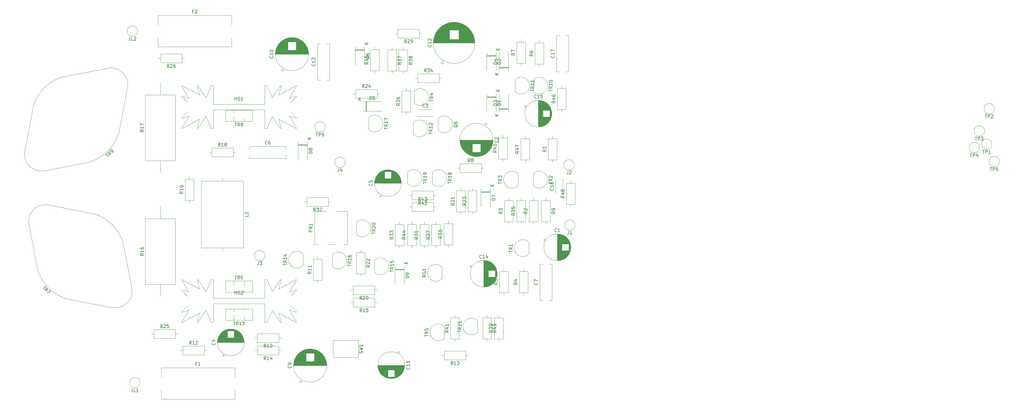
<source format=gto>
G04 #@! TF.GenerationSoftware,KiCad,Pcbnew,5.0.1+dfsg1-3*
G04 #@! TF.CreationDate,2019-02-08T02:38:29+00:00*
G04 #@! TF.ProjectId,Trimodal Blameless_backup,5472696D6F64616C20426C616D656C65,rev?*
G04 #@! TF.SameCoordinates,Original*
G04 #@! TF.FileFunction,Legend,Top*
G04 #@! TF.FilePolarity,Positive*
%FSLAX46Y46*%
G04 Gerber Fmt 4.6, Leading zero omitted, Abs format (unit mm)*
G04 Created by KiCad (PCBNEW 5.0.1+dfsg1-3) date Fri 08 Feb 2019 02:38:29 UTC*
%MOMM*%
%LPD*%
G01*
G04 APERTURE LIST*
%ADD10C,0.120000*%
%ADD11C,0.150000*%
G04 APERTURE END LIST*
D10*
G04 #@! TO.C,HS2*
X106520000Y-120110000D02*
X104560000Y-118220000D01*
X106430000Y-120260000D02*
X106520000Y-120110000D01*
X104380000Y-119580000D02*
X106430000Y-120260000D01*
X106530000Y-123350000D02*
X104380000Y-119580000D01*
X106410000Y-123470000D02*
X106530000Y-123350000D01*
X101110000Y-120590000D02*
X106410000Y-123470000D01*
X101770000Y-123390000D02*
X101110000Y-120590000D01*
X101590000Y-123450000D02*
X101770000Y-123390000D01*
X99090000Y-119730000D02*
X101590000Y-123450000D01*
X97470000Y-123440000D02*
X99080000Y-119730000D01*
X96800000Y-123440000D02*
X97470000Y-123440000D01*
X96800000Y-117690000D02*
X96800000Y-123440000D01*
X88900000Y-117690000D02*
X96800000Y-117690000D01*
X96800000Y-110240000D02*
X97470000Y-110240000D01*
X96800000Y-115990000D02*
X96800000Y-110240000D01*
X88900000Y-115990000D02*
X96800000Y-115990000D01*
X97470000Y-110240000D02*
X99080000Y-113950000D01*
X106430000Y-113420000D02*
X106520000Y-113570000D01*
X106410000Y-110210000D02*
X106530000Y-110330000D01*
X106530000Y-110330000D02*
X104380000Y-114100000D01*
X104380000Y-114100000D02*
X106430000Y-113420000D01*
X106520000Y-113570000D02*
X104560000Y-115460000D01*
X101110000Y-113090000D02*
X106410000Y-110210000D01*
X99090000Y-113950000D02*
X101590000Y-110230000D01*
X101590000Y-110230000D02*
X101770000Y-110290000D01*
X101770000Y-110290000D02*
X101110000Y-113090000D01*
X88900000Y-117690000D02*
X81000000Y-117690000D01*
X80330000Y-123440000D02*
X78720000Y-119730000D01*
X81000000Y-123440000D02*
X80330000Y-123440000D01*
X81000000Y-117690000D02*
X81000000Y-123440000D01*
X88900000Y-115990000D02*
X81000000Y-115990000D01*
X73420000Y-114100000D02*
X71370000Y-113420000D01*
X71390000Y-110210000D02*
X71270000Y-110330000D01*
X71370000Y-113420000D02*
X71280000Y-113570000D01*
X71270000Y-110330000D02*
X73420000Y-114100000D01*
X71280000Y-113570000D02*
X73240000Y-115460000D01*
X78710000Y-113950000D02*
X76210000Y-110230000D01*
X76030000Y-110290000D02*
X76690000Y-113090000D01*
X76210000Y-110230000D02*
X76030000Y-110290000D01*
X76690000Y-113090000D02*
X71390000Y-110210000D01*
X81000000Y-110240000D02*
X80330000Y-110240000D01*
X81000000Y-115990000D02*
X81000000Y-110240000D01*
X80330000Y-110240000D02*
X78720000Y-113950000D01*
X71390000Y-123470000D02*
X71270000Y-123350000D01*
X71280000Y-120110000D02*
X73240000Y-118220000D01*
X73420000Y-119580000D02*
X71370000Y-120260000D01*
X71370000Y-120260000D02*
X71280000Y-120110000D01*
X71270000Y-123350000D02*
X73420000Y-119580000D01*
X76690000Y-120590000D02*
X71390000Y-123470000D01*
X76030000Y-123390000D02*
X76690000Y-120590000D01*
X76210000Y-123450000D02*
X76030000Y-123390000D01*
X78710000Y-119730000D02*
X76210000Y-123450000D01*
G04 #@! TO.C,TR9*
X51898808Y-65388730D02*
X54656524Y-51317305D01*
X34433270Y-47923192D02*
X48646117Y-45165476D01*
X43059973Y-74086143D02*
X29059259Y-76773149D01*
X25735857Y-56762027D02*
X23048851Y-70762741D01*
X42945621Y-74121513D02*
G75*
G03X51898808Y-65388730I-4092933J13152201D01*
G01*
X25700487Y-56876379D02*
G75*
G02X34433270Y-47923192I13152201J-4092933D01*
G01*
X48596105Y-45148039D02*
G75*
G02X54656524Y-51317305I933895J-5143961D01*
G01*
X23083474Y-70581240D02*
G75*
G03X29059259Y-76773149I5091901J-1065385D01*
G01*
G04 #@! TO.C,R16*
X64770000Y-87800000D02*
X64770000Y-91480000D01*
X64770000Y-115400000D02*
X64770000Y-111720000D01*
X60150000Y-91480000D02*
X60150000Y-111720000D01*
X69390000Y-91480000D02*
X60150000Y-91480000D01*
X69390000Y-111720000D02*
X69390000Y-91480000D01*
X60150000Y-111720000D02*
X69390000Y-111720000D01*
G04 #@! TO.C,TR7*
X30561012Y-87308262D02*
G75*
G03X24369103Y-93284047I-1065385J-5091901D01*
G01*
X55994213Y-112820893D02*
G75*
G02X49824947Y-118881312I-5143961J-933895D01*
G01*
X44265873Y-89925275D02*
G75*
G02X53219060Y-98658058I-4092933J-13152201D01*
G01*
X27020739Y-107170409D02*
G75*
G03X35753522Y-116123596I13152201J4092933D01*
G01*
X44380225Y-89960645D02*
X30379511Y-87273639D01*
X27056109Y-107284761D02*
X24369103Y-93284047D01*
X53219060Y-98658058D02*
X55976776Y-112870905D01*
X35753522Y-116123596D02*
X49824947Y-118881312D01*
G04 #@! TO.C,C2*
X166918000Y-67270000D02*
G75*
G03X166918000Y-67270000I-5120000J0D01*
G01*
X166878000Y-67270000D02*
X156718000Y-67270000D01*
X166878000Y-67310000D02*
X156718000Y-67310000D01*
X166878000Y-67350000D02*
X156718000Y-67350000D01*
X166877000Y-67390000D02*
X156719000Y-67390000D01*
X166876000Y-67430000D02*
X156720000Y-67430000D01*
X166875000Y-67470000D02*
X156721000Y-67470000D01*
X166873000Y-67510000D02*
X156723000Y-67510000D01*
X166871000Y-67550000D02*
X156725000Y-67550000D01*
X166868000Y-67590000D02*
X156728000Y-67590000D01*
X166866000Y-67630000D02*
X156730000Y-67630000D01*
X166863000Y-67670000D02*
X156733000Y-67670000D01*
X166860000Y-67710000D02*
X156736000Y-67710000D01*
X166856000Y-67750000D02*
X156740000Y-67750000D01*
X166852000Y-67790000D02*
X156744000Y-67790000D01*
X166848000Y-67830000D02*
X156748000Y-67830000D01*
X166843000Y-67870000D02*
X156753000Y-67870000D01*
X166838000Y-67910000D02*
X156758000Y-67910000D01*
X166833000Y-67950000D02*
X156763000Y-67950000D01*
X166828000Y-67991000D02*
X156768000Y-67991000D01*
X166822000Y-68031000D02*
X156774000Y-68031000D01*
X166816000Y-68071000D02*
X156780000Y-68071000D01*
X166809000Y-68111000D02*
X156787000Y-68111000D01*
X166802000Y-68151000D02*
X156794000Y-68151000D01*
X166795000Y-68191000D02*
X156801000Y-68191000D01*
X166788000Y-68231000D02*
X156808000Y-68231000D01*
X166780000Y-68271000D02*
X156816000Y-68271000D01*
X166772000Y-68311000D02*
X156824000Y-68311000D01*
X166763000Y-68351000D02*
X156833000Y-68351000D01*
X166754000Y-68391000D02*
X156842000Y-68391000D01*
X166745000Y-68431000D02*
X156851000Y-68431000D01*
X166736000Y-68471000D02*
X156860000Y-68471000D01*
X166726000Y-68511000D02*
X156870000Y-68511000D01*
X166716000Y-68551000D02*
X163039000Y-68551000D01*
X160557000Y-68551000D02*
X156880000Y-68551000D01*
X166705000Y-68591000D02*
X163039000Y-68591000D01*
X160557000Y-68591000D02*
X156891000Y-68591000D01*
X166695000Y-68631000D02*
X163039000Y-68631000D01*
X160557000Y-68631000D02*
X156901000Y-68631000D01*
X166683000Y-68671000D02*
X163039000Y-68671000D01*
X160557000Y-68671000D02*
X156913000Y-68671000D01*
X166672000Y-68711000D02*
X163039000Y-68711000D01*
X160557000Y-68711000D02*
X156924000Y-68711000D01*
X166660000Y-68751000D02*
X163039000Y-68751000D01*
X160557000Y-68751000D02*
X156936000Y-68751000D01*
X166648000Y-68791000D02*
X163039000Y-68791000D01*
X160557000Y-68791000D02*
X156948000Y-68791000D01*
X166635000Y-68831000D02*
X163039000Y-68831000D01*
X160557000Y-68831000D02*
X156961000Y-68831000D01*
X166622000Y-68871000D02*
X163039000Y-68871000D01*
X160557000Y-68871000D02*
X156974000Y-68871000D01*
X166609000Y-68911000D02*
X163039000Y-68911000D01*
X160557000Y-68911000D02*
X156987000Y-68911000D01*
X166595000Y-68951000D02*
X163039000Y-68951000D01*
X160557000Y-68951000D02*
X157001000Y-68951000D01*
X166581000Y-68991000D02*
X163039000Y-68991000D01*
X160557000Y-68991000D02*
X157015000Y-68991000D01*
X166566000Y-69031000D02*
X163039000Y-69031000D01*
X160557000Y-69031000D02*
X157030000Y-69031000D01*
X166552000Y-69071000D02*
X163039000Y-69071000D01*
X160557000Y-69071000D02*
X157044000Y-69071000D01*
X166536000Y-69111000D02*
X163039000Y-69111000D01*
X160557000Y-69111000D02*
X157060000Y-69111000D01*
X166521000Y-69151000D02*
X163039000Y-69151000D01*
X160557000Y-69151000D02*
X157075000Y-69151000D01*
X166505000Y-69191000D02*
X163039000Y-69191000D01*
X160557000Y-69191000D02*
X157091000Y-69191000D01*
X166488000Y-69231000D02*
X163039000Y-69231000D01*
X160557000Y-69231000D02*
X157108000Y-69231000D01*
X166472000Y-69271000D02*
X163039000Y-69271000D01*
X160557000Y-69271000D02*
X157124000Y-69271000D01*
X166455000Y-69311000D02*
X163039000Y-69311000D01*
X160557000Y-69311000D02*
X157141000Y-69311000D01*
X166437000Y-69351000D02*
X163039000Y-69351000D01*
X160557000Y-69351000D02*
X157159000Y-69351000D01*
X166419000Y-69391000D02*
X163039000Y-69391000D01*
X160557000Y-69391000D02*
X157177000Y-69391000D01*
X166401000Y-69431000D02*
X163039000Y-69431000D01*
X160557000Y-69431000D02*
X157195000Y-69431000D01*
X166382000Y-69471000D02*
X163039000Y-69471000D01*
X160557000Y-69471000D02*
X157214000Y-69471000D01*
X166362000Y-69511000D02*
X163039000Y-69511000D01*
X160557000Y-69511000D02*
X157234000Y-69511000D01*
X166343000Y-69551000D02*
X163039000Y-69551000D01*
X160557000Y-69551000D02*
X157253000Y-69551000D01*
X166323000Y-69591000D02*
X163039000Y-69591000D01*
X160557000Y-69591000D02*
X157273000Y-69591000D01*
X166302000Y-69631000D02*
X163039000Y-69631000D01*
X160557000Y-69631000D02*
X157294000Y-69631000D01*
X166281000Y-69671000D02*
X163039000Y-69671000D01*
X160557000Y-69671000D02*
X157315000Y-69671000D01*
X166260000Y-69711000D02*
X163039000Y-69711000D01*
X160557000Y-69711000D02*
X157336000Y-69711000D01*
X166238000Y-69751000D02*
X163039000Y-69751000D01*
X160557000Y-69751000D02*
X157358000Y-69751000D01*
X166215000Y-69791000D02*
X163039000Y-69791000D01*
X160557000Y-69791000D02*
X157381000Y-69791000D01*
X166193000Y-69831000D02*
X163039000Y-69831000D01*
X160557000Y-69831000D02*
X157403000Y-69831000D01*
X166169000Y-69871000D02*
X163039000Y-69871000D01*
X160557000Y-69871000D02*
X157427000Y-69871000D01*
X166145000Y-69911000D02*
X163039000Y-69911000D01*
X160557000Y-69911000D02*
X157451000Y-69911000D01*
X166121000Y-69951000D02*
X163039000Y-69951000D01*
X160557000Y-69951000D02*
X157475000Y-69951000D01*
X166096000Y-69991000D02*
X163039000Y-69991000D01*
X160557000Y-69991000D02*
X157500000Y-69991000D01*
X166071000Y-70031000D02*
X163039000Y-70031000D01*
X160557000Y-70031000D02*
X157525000Y-70031000D01*
X166045000Y-70071000D02*
X163039000Y-70071000D01*
X160557000Y-70071000D02*
X157551000Y-70071000D01*
X166019000Y-70111000D02*
X163039000Y-70111000D01*
X160557000Y-70111000D02*
X157577000Y-70111000D01*
X165992000Y-70151000D02*
X163039000Y-70151000D01*
X160557000Y-70151000D02*
X157604000Y-70151000D01*
X165964000Y-70191000D02*
X163039000Y-70191000D01*
X160557000Y-70191000D02*
X157632000Y-70191000D01*
X165936000Y-70231000D02*
X163039000Y-70231000D01*
X160557000Y-70231000D02*
X157660000Y-70231000D01*
X165908000Y-70271000D02*
X163039000Y-70271000D01*
X160557000Y-70271000D02*
X157688000Y-70271000D01*
X165878000Y-70311000D02*
X163039000Y-70311000D01*
X160557000Y-70311000D02*
X157718000Y-70311000D01*
X165848000Y-70351000D02*
X163039000Y-70351000D01*
X160557000Y-70351000D02*
X157748000Y-70351000D01*
X165818000Y-70391000D02*
X163039000Y-70391000D01*
X160557000Y-70391000D02*
X157778000Y-70391000D01*
X165787000Y-70431000D02*
X163039000Y-70431000D01*
X160557000Y-70431000D02*
X157809000Y-70431000D01*
X165755000Y-70471000D02*
X163039000Y-70471000D01*
X160557000Y-70471000D02*
X157841000Y-70471000D01*
X165723000Y-70511000D02*
X163039000Y-70511000D01*
X160557000Y-70511000D02*
X157873000Y-70511000D01*
X165690000Y-70551000D02*
X163039000Y-70551000D01*
X160557000Y-70551000D02*
X157906000Y-70551000D01*
X165656000Y-70591000D02*
X163039000Y-70591000D01*
X160557000Y-70591000D02*
X157940000Y-70591000D01*
X165622000Y-70631000D02*
X163039000Y-70631000D01*
X160557000Y-70631000D02*
X157974000Y-70631000D01*
X165587000Y-70671000D02*
X163039000Y-70671000D01*
X160557000Y-70671000D02*
X158009000Y-70671000D01*
X165551000Y-70711000D02*
X163039000Y-70711000D01*
X160557000Y-70711000D02*
X158045000Y-70711000D01*
X165514000Y-70751000D02*
X163039000Y-70751000D01*
X160557000Y-70751000D02*
X158082000Y-70751000D01*
X165477000Y-70791000D02*
X163039000Y-70791000D01*
X160557000Y-70791000D02*
X158119000Y-70791000D01*
X165438000Y-70831000D02*
X163039000Y-70831000D01*
X160557000Y-70831000D02*
X158158000Y-70831000D01*
X165399000Y-70871000D02*
X163039000Y-70871000D01*
X160557000Y-70871000D02*
X158197000Y-70871000D01*
X165359000Y-70911000D02*
X163039000Y-70911000D01*
X160557000Y-70911000D02*
X158237000Y-70911000D01*
X165318000Y-70951000D02*
X163039000Y-70951000D01*
X160557000Y-70951000D02*
X158278000Y-70951000D01*
X165276000Y-70991000D02*
X163039000Y-70991000D01*
X160557000Y-70991000D02*
X158320000Y-70991000D01*
X165234000Y-71031000D02*
X158362000Y-71031000D01*
X165190000Y-71071000D02*
X158406000Y-71071000D01*
X165145000Y-71111000D02*
X158451000Y-71111000D01*
X165099000Y-71151000D02*
X158497000Y-71151000D01*
X165052000Y-71191000D02*
X158544000Y-71191000D01*
X165004000Y-71231000D02*
X158592000Y-71231000D01*
X164954000Y-71271000D02*
X158642000Y-71271000D01*
X164904000Y-71311000D02*
X158692000Y-71311000D01*
X164852000Y-71351000D02*
X158744000Y-71351000D01*
X164798000Y-71391000D02*
X158798000Y-71391000D01*
X164743000Y-71431000D02*
X158853000Y-71431000D01*
X164687000Y-71471000D02*
X158909000Y-71471000D01*
X164628000Y-71511000D02*
X158968000Y-71511000D01*
X164568000Y-71551000D02*
X159028000Y-71551000D01*
X164507000Y-71591000D02*
X159089000Y-71591000D01*
X164443000Y-71631000D02*
X159153000Y-71631000D01*
X164377000Y-71671000D02*
X159219000Y-71671000D01*
X164308000Y-71711000D02*
X159288000Y-71711000D01*
X164237000Y-71751000D02*
X159359000Y-71751000D01*
X164163000Y-71791000D02*
X159433000Y-71791000D01*
X164087000Y-71831000D02*
X159509000Y-71831000D01*
X164007000Y-71871000D02*
X159589000Y-71871000D01*
X163923000Y-71911000D02*
X159673000Y-71911000D01*
X163835000Y-71951000D02*
X159761000Y-71951000D01*
X163742000Y-71991000D02*
X159854000Y-71991000D01*
X163644000Y-72031000D02*
X159952000Y-72031000D01*
X163540000Y-72071000D02*
X160056000Y-72071000D01*
X163428000Y-72111000D02*
X160168000Y-72111000D01*
X163308000Y-72151000D02*
X160288000Y-72151000D01*
X163176000Y-72191000D02*
X160420000Y-72191000D01*
X163028000Y-72231000D02*
X160568000Y-72231000D01*
X162860000Y-72271000D02*
X160736000Y-72271000D01*
X162660000Y-72311000D02*
X160936000Y-72311000D01*
X162397000Y-72351000D02*
X161199000Y-72351000D01*
X164673000Y-61790354D02*
X164673000Y-62790354D01*
X165173000Y-62290354D02*
X164173000Y-62290354D01*
G04 #@! TO.C,C9*
X107369000Y-141671646D02*
X108369000Y-141671646D01*
X107869000Y-142171646D02*
X107869000Y-141171646D01*
X110145000Y-131611000D02*
X111343000Y-131611000D01*
X109882000Y-131651000D02*
X111606000Y-131651000D01*
X109682000Y-131691000D02*
X111806000Y-131691000D01*
X109514000Y-131731000D02*
X111974000Y-131731000D01*
X109366000Y-131771000D02*
X112122000Y-131771000D01*
X109234000Y-131811000D02*
X112254000Y-131811000D01*
X109114000Y-131851000D02*
X112374000Y-131851000D01*
X109002000Y-131891000D02*
X112486000Y-131891000D01*
X108898000Y-131931000D02*
X112590000Y-131931000D01*
X108800000Y-131971000D02*
X112688000Y-131971000D01*
X108707000Y-132011000D02*
X112781000Y-132011000D01*
X108619000Y-132051000D02*
X112869000Y-132051000D01*
X108535000Y-132091000D02*
X112953000Y-132091000D01*
X108455000Y-132131000D02*
X113033000Y-132131000D01*
X108379000Y-132171000D02*
X113109000Y-132171000D01*
X108305000Y-132211000D02*
X113183000Y-132211000D01*
X108234000Y-132251000D02*
X113254000Y-132251000D01*
X108165000Y-132291000D02*
X113323000Y-132291000D01*
X108099000Y-132331000D02*
X113389000Y-132331000D01*
X108035000Y-132371000D02*
X113453000Y-132371000D01*
X107974000Y-132411000D02*
X113514000Y-132411000D01*
X107914000Y-132451000D02*
X113574000Y-132451000D01*
X107855000Y-132491000D02*
X113633000Y-132491000D01*
X107799000Y-132531000D02*
X113689000Y-132531000D01*
X107744000Y-132571000D02*
X113744000Y-132571000D01*
X107690000Y-132611000D02*
X113798000Y-132611000D01*
X107638000Y-132651000D02*
X113850000Y-132651000D01*
X107588000Y-132691000D02*
X113900000Y-132691000D01*
X107538000Y-132731000D02*
X113950000Y-132731000D01*
X107490000Y-132771000D02*
X113998000Y-132771000D01*
X107443000Y-132811000D02*
X114045000Y-132811000D01*
X107397000Y-132851000D02*
X114091000Y-132851000D01*
X107352000Y-132891000D02*
X114136000Y-132891000D01*
X107308000Y-132931000D02*
X114180000Y-132931000D01*
X111985000Y-132971000D02*
X114222000Y-132971000D01*
X107266000Y-132971000D02*
X109503000Y-132971000D01*
X111985000Y-133011000D02*
X114264000Y-133011000D01*
X107224000Y-133011000D02*
X109503000Y-133011000D01*
X111985000Y-133051000D02*
X114305000Y-133051000D01*
X107183000Y-133051000D02*
X109503000Y-133051000D01*
X111985000Y-133091000D02*
X114345000Y-133091000D01*
X107143000Y-133091000D02*
X109503000Y-133091000D01*
X111985000Y-133131000D02*
X114384000Y-133131000D01*
X107104000Y-133131000D02*
X109503000Y-133131000D01*
X111985000Y-133171000D02*
X114423000Y-133171000D01*
X107065000Y-133171000D02*
X109503000Y-133171000D01*
X111985000Y-133211000D02*
X114460000Y-133211000D01*
X107028000Y-133211000D02*
X109503000Y-133211000D01*
X111985000Y-133251000D02*
X114497000Y-133251000D01*
X106991000Y-133251000D02*
X109503000Y-133251000D01*
X111985000Y-133291000D02*
X114533000Y-133291000D01*
X106955000Y-133291000D02*
X109503000Y-133291000D01*
X111985000Y-133331000D02*
X114568000Y-133331000D01*
X106920000Y-133331000D02*
X109503000Y-133331000D01*
X111985000Y-133371000D02*
X114602000Y-133371000D01*
X106886000Y-133371000D02*
X109503000Y-133371000D01*
X111985000Y-133411000D02*
X114636000Y-133411000D01*
X106852000Y-133411000D02*
X109503000Y-133411000D01*
X111985000Y-133451000D02*
X114669000Y-133451000D01*
X106819000Y-133451000D02*
X109503000Y-133451000D01*
X111985000Y-133491000D02*
X114701000Y-133491000D01*
X106787000Y-133491000D02*
X109503000Y-133491000D01*
X111985000Y-133531000D02*
X114733000Y-133531000D01*
X106755000Y-133531000D02*
X109503000Y-133531000D01*
X111985000Y-133571000D02*
X114764000Y-133571000D01*
X106724000Y-133571000D02*
X109503000Y-133571000D01*
X111985000Y-133611000D02*
X114794000Y-133611000D01*
X106694000Y-133611000D02*
X109503000Y-133611000D01*
X111985000Y-133651000D02*
X114824000Y-133651000D01*
X106664000Y-133651000D02*
X109503000Y-133651000D01*
X111985000Y-133691000D02*
X114854000Y-133691000D01*
X106634000Y-133691000D02*
X109503000Y-133691000D01*
X111985000Y-133731000D02*
X114882000Y-133731000D01*
X106606000Y-133731000D02*
X109503000Y-133731000D01*
X111985000Y-133771000D02*
X114910000Y-133771000D01*
X106578000Y-133771000D02*
X109503000Y-133771000D01*
X111985000Y-133811000D02*
X114938000Y-133811000D01*
X106550000Y-133811000D02*
X109503000Y-133811000D01*
X111985000Y-133851000D02*
X114965000Y-133851000D01*
X106523000Y-133851000D02*
X109503000Y-133851000D01*
X111985000Y-133891000D02*
X114991000Y-133891000D01*
X106497000Y-133891000D02*
X109503000Y-133891000D01*
X111985000Y-133931000D02*
X115017000Y-133931000D01*
X106471000Y-133931000D02*
X109503000Y-133931000D01*
X111985000Y-133971000D02*
X115042000Y-133971000D01*
X106446000Y-133971000D02*
X109503000Y-133971000D01*
X111985000Y-134011000D02*
X115067000Y-134011000D01*
X106421000Y-134011000D02*
X109503000Y-134011000D01*
X111985000Y-134051000D02*
X115091000Y-134051000D01*
X106397000Y-134051000D02*
X109503000Y-134051000D01*
X111985000Y-134091000D02*
X115115000Y-134091000D01*
X106373000Y-134091000D02*
X109503000Y-134091000D01*
X111985000Y-134131000D02*
X115139000Y-134131000D01*
X106349000Y-134131000D02*
X109503000Y-134131000D01*
X111985000Y-134171000D02*
X115161000Y-134171000D01*
X106327000Y-134171000D02*
X109503000Y-134171000D01*
X111985000Y-134211000D02*
X115184000Y-134211000D01*
X106304000Y-134211000D02*
X109503000Y-134211000D01*
X111985000Y-134251000D02*
X115206000Y-134251000D01*
X106282000Y-134251000D02*
X109503000Y-134251000D01*
X111985000Y-134291000D02*
X115227000Y-134291000D01*
X106261000Y-134291000D02*
X109503000Y-134291000D01*
X111985000Y-134331000D02*
X115248000Y-134331000D01*
X106240000Y-134331000D02*
X109503000Y-134331000D01*
X111985000Y-134371000D02*
X115269000Y-134371000D01*
X106219000Y-134371000D02*
X109503000Y-134371000D01*
X111985000Y-134411000D02*
X115289000Y-134411000D01*
X106199000Y-134411000D02*
X109503000Y-134411000D01*
X111985000Y-134451000D02*
X115308000Y-134451000D01*
X106180000Y-134451000D02*
X109503000Y-134451000D01*
X111985000Y-134491000D02*
X115328000Y-134491000D01*
X106160000Y-134491000D02*
X109503000Y-134491000D01*
X111985000Y-134531000D02*
X115347000Y-134531000D01*
X106141000Y-134531000D02*
X109503000Y-134531000D01*
X111985000Y-134571000D02*
X115365000Y-134571000D01*
X106123000Y-134571000D02*
X109503000Y-134571000D01*
X111985000Y-134611000D02*
X115383000Y-134611000D01*
X106105000Y-134611000D02*
X109503000Y-134611000D01*
X111985000Y-134651000D02*
X115401000Y-134651000D01*
X106087000Y-134651000D02*
X109503000Y-134651000D01*
X111985000Y-134691000D02*
X115418000Y-134691000D01*
X106070000Y-134691000D02*
X109503000Y-134691000D01*
X111985000Y-134731000D02*
X115434000Y-134731000D01*
X106054000Y-134731000D02*
X109503000Y-134731000D01*
X111985000Y-134771000D02*
X115451000Y-134771000D01*
X106037000Y-134771000D02*
X109503000Y-134771000D01*
X111985000Y-134811000D02*
X115467000Y-134811000D01*
X106021000Y-134811000D02*
X109503000Y-134811000D01*
X111985000Y-134851000D02*
X115482000Y-134851000D01*
X106006000Y-134851000D02*
X109503000Y-134851000D01*
X111985000Y-134891000D02*
X115498000Y-134891000D01*
X105990000Y-134891000D02*
X109503000Y-134891000D01*
X111985000Y-134931000D02*
X115512000Y-134931000D01*
X105976000Y-134931000D02*
X109503000Y-134931000D01*
X111985000Y-134971000D02*
X115527000Y-134971000D01*
X105961000Y-134971000D02*
X109503000Y-134971000D01*
X111985000Y-135011000D02*
X115541000Y-135011000D01*
X105947000Y-135011000D02*
X109503000Y-135011000D01*
X111985000Y-135051000D02*
X115555000Y-135051000D01*
X105933000Y-135051000D02*
X109503000Y-135051000D01*
X111985000Y-135091000D02*
X115568000Y-135091000D01*
X105920000Y-135091000D02*
X109503000Y-135091000D01*
X111985000Y-135131000D02*
X115581000Y-135131000D01*
X105907000Y-135131000D02*
X109503000Y-135131000D01*
X111985000Y-135171000D02*
X115594000Y-135171000D01*
X105894000Y-135171000D02*
X109503000Y-135171000D01*
X111985000Y-135211000D02*
X115606000Y-135211000D01*
X105882000Y-135211000D02*
X109503000Y-135211000D01*
X111985000Y-135251000D02*
X115618000Y-135251000D01*
X105870000Y-135251000D02*
X109503000Y-135251000D01*
X111985000Y-135291000D02*
X115629000Y-135291000D01*
X105859000Y-135291000D02*
X109503000Y-135291000D01*
X111985000Y-135331000D02*
X115641000Y-135331000D01*
X105847000Y-135331000D02*
X109503000Y-135331000D01*
X111985000Y-135371000D02*
X115651000Y-135371000D01*
X105837000Y-135371000D02*
X109503000Y-135371000D01*
X111985000Y-135411000D02*
X115662000Y-135411000D01*
X105826000Y-135411000D02*
X109503000Y-135411000D01*
X105816000Y-135451000D02*
X115672000Y-135451000D01*
X105806000Y-135491000D02*
X115682000Y-135491000D01*
X105797000Y-135531000D02*
X115691000Y-135531000D01*
X105788000Y-135571000D02*
X115700000Y-135571000D01*
X105779000Y-135611000D02*
X115709000Y-135611000D01*
X105770000Y-135651000D02*
X115718000Y-135651000D01*
X105762000Y-135691000D02*
X115726000Y-135691000D01*
X105754000Y-135731000D02*
X115734000Y-135731000D01*
X105747000Y-135771000D02*
X115741000Y-135771000D01*
X105740000Y-135811000D02*
X115748000Y-135811000D01*
X105733000Y-135851000D02*
X115755000Y-135851000D01*
X105726000Y-135891000D02*
X115762000Y-135891000D01*
X105720000Y-135931000D02*
X115768000Y-135931000D01*
X105714000Y-135971000D02*
X115774000Y-135971000D01*
X105709000Y-136012000D02*
X115779000Y-136012000D01*
X105704000Y-136052000D02*
X115784000Y-136052000D01*
X105699000Y-136092000D02*
X115789000Y-136092000D01*
X105694000Y-136132000D02*
X115794000Y-136132000D01*
X105690000Y-136172000D02*
X115798000Y-136172000D01*
X105686000Y-136212000D02*
X115802000Y-136212000D01*
X105682000Y-136252000D02*
X115806000Y-136252000D01*
X105679000Y-136292000D02*
X115809000Y-136292000D01*
X105676000Y-136332000D02*
X115812000Y-136332000D01*
X105674000Y-136372000D02*
X115814000Y-136372000D01*
X105671000Y-136412000D02*
X115817000Y-136412000D01*
X105669000Y-136452000D02*
X115819000Y-136452000D01*
X105667000Y-136492000D02*
X115821000Y-136492000D01*
X105666000Y-136532000D02*
X115822000Y-136532000D01*
X105665000Y-136572000D02*
X115823000Y-136572000D01*
X105664000Y-136612000D02*
X115824000Y-136612000D01*
X105664000Y-136652000D02*
X115824000Y-136652000D01*
X105664000Y-136692000D02*
X115824000Y-136692000D01*
X115864000Y-136692000D02*
G75*
G03X115864000Y-136692000I-5120000J0D01*
G01*
G04 #@! TO.C,C10*
X110276000Y-40854000D02*
G75*
G03X110276000Y-40854000I-5120000J0D01*
G01*
X100076000Y-40854000D02*
X110236000Y-40854000D01*
X100076000Y-40814000D02*
X110236000Y-40814000D01*
X100076000Y-40774000D02*
X110236000Y-40774000D01*
X100077000Y-40734000D02*
X110235000Y-40734000D01*
X100078000Y-40694000D02*
X110234000Y-40694000D01*
X100079000Y-40654000D02*
X110233000Y-40654000D01*
X100081000Y-40614000D02*
X110231000Y-40614000D01*
X100083000Y-40574000D02*
X110229000Y-40574000D01*
X100086000Y-40534000D02*
X110226000Y-40534000D01*
X100088000Y-40494000D02*
X110224000Y-40494000D01*
X100091000Y-40454000D02*
X110221000Y-40454000D01*
X100094000Y-40414000D02*
X110218000Y-40414000D01*
X100098000Y-40374000D02*
X110214000Y-40374000D01*
X100102000Y-40334000D02*
X110210000Y-40334000D01*
X100106000Y-40294000D02*
X110206000Y-40294000D01*
X100111000Y-40254000D02*
X110201000Y-40254000D01*
X100116000Y-40214000D02*
X110196000Y-40214000D01*
X100121000Y-40174000D02*
X110191000Y-40174000D01*
X100126000Y-40133000D02*
X110186000Y-40133000D01*
X100132000Y-40093000D02*
X110180000Y-40093000D01*
X100138000Y-40053000D02*
X110174000Y-40053000D01*
X100145000Y-40013000D02*
X110167000Y-40013000D01*
X100152000Y-39973000D02*
X110160000Y-39973000D01*
X100159000Y-39933000D02*
X110153000Y-39933000D01*
X100166000Y-39893000D02*
X110146000Y-39893000D01*
X100174000Y-39853000D02*
X110138000Y-39853000D01*
X100182000Y-39813000D02*
X110130000Y-39813000D01*
X100191000Y-39773000D02*
X110121000Y-39773000D01*
X100200000Y-39733000D02*
X110112000Y-39733000D01*
X100209000Y-39693000D02*
X110103000Y-39693000D01*
X100218000Y-39653000D02*
X110094000Y-39653000D01*
X100228000Y-39613000D02*
X110084000Y-39613000D01*
X100238000Y-39573000D02*
X103915000Y-39573000D01*
X106397000Y-39573000D02*
X110074000Y-39573000D01*
X100249000Y-39533000D02*
X103915000Y-39533000D01*
X106397000Y-39533000D02*
X110063000Y-39533000D01*
X100259000Y-39493000D02*
X103915000Y-39493000D01*
X106397000Y-39493000D02*
X110053000Y-39493000D01*
X100271000Y-39453000D02*
X103915000Y-39453000D01*
X106397000Y-39453000D02*
X110041000Y-39453000D01*
X100282000Y-39413000D02*
X103915000Y-39413000D01*
X106397000Y-39413000D02*
X110030000Y-39413000D01*
X100294000Y-39373000D02*
X103915000Y-39373000D01*
X106397000Y-39373000D02*
X110018000Y-39373000D01*
X100306000Y-39333000D02*
X103915000Y-39333000D01*
X106397000Y-39333000D02*
X110006000Y-39333000D01*
X100319000Y-39293000D02*
X103915000Y-39293000D01*
X106397000Y-39293000D02*
X109993000Y-39293000D01*
X100332000Y-39253000D02*
X103915000Y-39253000D01*
X106397000Y-39253000D02*
X109980000Y-39253000D01*
X100345000Y-39213000D02*
X103915000Y-39213000D01*
X106397000Y-39213000D02*
X109967000Y-39213000D01*
X100359000Y-39173000D02*
X103915000Y-39173000D01*
X106397000Y-39173000D02*
X109953000Y-39173000D01*
X100373000Y-39133000D02*
X103915000Y-39133000D01*
X106397000Y-39133000D02*
X109939000Y-39133000D01*
X100388000Y-39093000D02*
X103915000Y-39093000D01*
X106397000Y-39093000D02*
X109924000Y-39093000D01*
X100402000Y-39053000D02*
X103915000Y-39053000D01*
X106397000Y-39053000D02*
X109910000Y-39053000D01*
X100418000Y-39013000D02*
X103915000Y-39013000D01*
X106397000Y-39013000D02*
X109894000Y-39013000D01*
X100433000Y-38973000D02*
X103915000Y-38973000D01*
X106397000Y-38973000D02*
X109879000Y-38973000D01*
X100449000Y-38933000D02*
X103915000Y-38933000D01*
X106397000Y-38933000D02*
X109863000Y-38933000D01*
X100466000Y-38893000D02*
X103915000Y-38893000D01*
X106397000Y-38893000D02*
X109846000Y-38893000D01*
X100482000Y-38853000D02*
X103915000Y-38853000D01*
X106397000Y-38853000D02*
X109830000Y-38853000D01*
X100499000Y-38813000D02*
X103915000Y-38813000D01*
X106397000Y-38813000D02*
X109813000Y-38813000D01*
X100517000Y-38773000D02*
X103915000Y-38773000D01*
X106397000Y-38773000D02*
X109795000Y-38773000D01*
X100535000Y-38733000D02*
X103915000Y-38733000D01*
X106397000Y-38733000D02*
X109777000Y-38733000D01*
X100553000Y-38693000D02*
X103915000Y-38693000D01*
X106397000Y-38693000D02*
X109759000Y-38693000D01*
X100572000Y-38653000D02*
X103915000Y-38653000D01*
X106397000Y-38653000D02*
X109740000Y-38653000D01*
X100592000Y-38613000D02*
X103915000Y-38613000D01*
X106397000Y-38613000D02*
X109720000Y-38613000D01*
X100611000Y-38573000D02*
X103915000Y-38573000D01*
X106397000Y-38573000D02*
X109701000Y-38573000D01*
X100631000Y-38533000D02*
X103915000Y-38533000D01*
X106397000Y-38533000D02*
X109681000Y-38533000D01*
X100652000Y-38493000D02*
X103915000Y-38493000D01*
X106397000Y-38493000D02*
X109660000Y-38493000D01*
X100673000Y-38453000D02*
X103915000Y-38453000D01*
X106397000Y-38453000D02*
X109639000Y-38453000D01*
X100694000Y-38413000D02*
X103915000Y-38413000D01*
X106397000Y-38413000D02*
X109618000Y-38413000D01*
X100716000Y-38373000D02*
X103915000Y-38373000D01*
X106397000Y-38373000D02*
X109596000Y-38373000D01*
X100739000Y-38333000D02*
X103915000Y-38333000D01*
X106397000Y-38333000D02*
X109573000Y-38333000D01*
X100761000Y-38293000D02*
X103915000Y-38293000D01*
X106397000Y-38293000D02*
X109551000Y-38293000D01*
X100785000Y-38253000D02*
X103915000Y-38253000D01*
X106397000Y-38253000D02*
X109527000Y-38253000D01*
X100809000Y-38213000D02*
X103915000Y-38213000D01*
X106397000Y-38213000D02*
X109503000Y-38213000D01*
X100833000Y-38173000D02*
X103915000Y-38173000D01*
X106397000Y-38173000D02*
X109479000Y-38173000D01*
X100858000Y-38133000D02*
X103915000Y-38133000D01*
X106397000Y-38133000D02*
X109454000Y-38133000D01*
X100883000Y-38093000D02*
X103915000Y-38093000D01*
X106397000Y-38093000D02*
X109429000Y-38093000D01*
X100909000Y-38053000D02*
X103915000Y-38053000D01*
X106397000Y-38053000D02*
X109403000Y-38053000D01*
X100935000Y-38013000D02*
X103915000Y-38013000D01*
X106397000Y-38013000D02*
X109377000Y-38013000D01*
X100962000Y-37973000D02*
X103915000Y-37973000D01*
X106397000Y-37973000D02*
X109350000Y-37973000D01*
X100990000Y-37933000D02*
X103915000Y-37933000D01*
X106397000Y-37933000D02*
X109322000Y-37933000D01*
X101018000Y-37893000D02*
X103915000Y-37893000D01*
X106397000Y-37893000D02*
X109294000Y-37893000D01*
X101046000Y-37853000D02*
X103915000Y-37853000D01*
X106397000Y-37853000D02*
X109266000Y-37853000D01*
X101076000Y-37813000D02*
X103915000Y-37813000D01*
X106397000Y-37813000D02*
X109236000Y-37813000D01*
X101106000Y-37773000D02*
X103915000Y-37773000D01*
X106397000Y-37773000D02*
X109206000Y-37773000D01*
X101136000Y-37733000D02*
X103915000Y-37733000D01*
X106397000Y-37733000D02*
X109176000Y-37733000D01*
X101167000Y-37693000D02*
X103915000Y-37693000D01*
X106397000Y-37693000D02*
X109145000Y-37693000D01*
X101199000Y-37653000D02*
X103915000Y-37653000D01*
X106397000Y-37653000D02*
X109113000Y-37653000D01*
X101231000Y-37613000D02*
X103915000Y-37613000D01*
X106397000Y-37613000D02*
X109081000Y-37613000D01*
X101264000Y-37573000D02*
X103915000Y-37573000D01*
X106397000Y-37573000D02*
X109048000Y-37573000D01*
X101298000Y-37533000D02*
X103915000Y-37533000D01*
X106397000Y-37533000D02*
X109014000Y-37533000D01*
X101332000Y-37493000D02*
X103915000Y-37493000D01*
X106397000Y-37493000D02*
X108980000Y-37493000D01*
X101367000Y-37453000D02*
X103915000Y-37453000D01*
X106397000Y-37453000D02*
X108945000Y-37453000D01*
X101403000Y-37413000D02*
X103915000Y-37413000D01*
X106397000Y-37413000D02*
X108909000Y-37413000D01*
X101440000Y-37373000D02*
X103915000Y-37373000D01*
X106397000Y-37373000D02*
X108872000Y-37373000D01*
X101477000Y-37333000D02*
X103915000Y-37333000D01*
X106397000Y-37333000D02*
X108835000Y-37333000D01*
X101516000Y-37293000D02*
X103915000Y-37293000D01*
X106397000Y-37293000D02*
X108796000Y-37293000D01*
X101555000Y-37253000D02*
X103915000Y-37253000D01*
X106397000Y-37253000D02*
X108757000Y-37253000D01*
X101595000Y-37213000D02*
X103915000Y-37213000D01*
X106397000Y-37213000D02*
X108717000Y-37213000D01*
X101636000Y-37173000D02*
X103915000Y-37173000D01*
X106397000Y-37173000D02*
X108676000Y-37173000D01*
X101678000Y-37133000D02*
X103915000Y-37133000D01*
X106397000Y-37133000D02*
X108634000Y-37133000D01*
X101720000Y-37093000D02*
X108592000Y-37093000D01*
X101764000Y-37053000D02*
X108548000Y-37053000D01*
X101809000Y-37013000D02*
X108503000Y-37013000D01*
X101855000Y-36973000D02*
X108457000Y-36973000D01*
X101902000Y-36933000D02*
X108410000Y-36933000D01*
X101950000Y-36893000D02*
X108362000Y-36893000D01*
X102000000Y-36853000D02*
X108312000Y-36853000D01*
X102050000Y-36813000D02*
X108262000Y-36813000D01*
X102102000Y-36773000D02*
X108210000Y-36773000D01*
X102156000Y-36733000D02*
X108156000Y-36733000D01*
X102211000Y-36693000D02*
X108101000Y-36693000D01*
X102267000Y-36653000D02*
X108045000Y-36653000D01*
X102326000Y-36613000D02*
X107986000Y-36613000D01*
X102386000Y-36573000D02*
X107926000Y-36573000D01*
X102447000Y-36533000D02*
X107865000Y-36533000D01*
X102511000Y-36493000D02*
X107801000Y-36493000D01*
X102577000Y-36453000D02*
X107735000Y-36453000D01*
X102646000Y-36413000D02*
X107666000Y-36413000D01*
X102717000Y-36373000D02*
X107595000Y-36373000D01*
X102791000Y-36333000D02*
X107521000Y-36333000D01*
X102867000Y-36293000D02*
X107445000Y-36293000D01*
X102947000Y-36253000D02*
X107365000Y-36253000D01*
X103031000Y-36213000D02*
X107281000Y-36213000D01*
X103119000Y-36173000D02*
X107193000Y-36173000D01*
X103212000Y-36133000D02*
X107100000Y-36133000D01*
X103310000Y-36093000D02*
X107002000Y-36093000D01*
X103414000Y-36053000D02*
X106898000Y-36053000D01*
X103526000Y-36013000D02*
X106786000Y-36013000D01*
X103646000Y-35973000D02*
X106666000Y-35973000D01*
X103778000Y-35933000D02*
X106534000Y-35933000D01*
X103926000Y-35893000D02*
X106386000Y-35893000D01*
X104094000Y-35853000D02*
X106218000Y-35853000D01*
X104294000Y-35813000D02*
X106018000Y-35813000D01*
X104557000Y-35773000D02*
X105755000Y-35773000D01*
X102281000Y-46333646D02*
X102281000Y-45333646D01*
X101781000Y-45833646D02*
X102781000Y-45833646D01*
G04 #@! TO.C,C12*
X161310000Y-37378000D02*
G75*
G03X161310000Y-37378000I-6370000J0D01*
G01*
X148610000Y-37378000D02*
X161270000Y-37378000D01*
X148610000Y-37338000D02*
X161270000Y-37338000D01*
X148610000Y-37298000D02*
X161270000Y-37298000D01*
X148611000Y-37258000D02*
X161269000Y-37258000D01*
X148612000Y-37218000D02*
X161268000Y-37218000D01*
X148613000Y-37178000D02*
X161267000Y-37178000D01*
X148614000Y-37138000D02*
X161266000Y-37138000D01*
X148616000Y-37098000D02*
X161264000Y-37098000D01*
X148618000Y-37058000D02*
X161262000Y-37058000D01*
X148620000Y-37018000D02*
X161260000Y-37018000D01*
X148622000Y-36978000D02*
X161258000Y-36978000D01*
X148625000Y-36938000D02*
X161255000Y-36938000D01*
X148628000Y-36898000D02*
X161252000Y-36898000D01*
X148631000Y-36858000D02*
X161249000Y-36858000D01*
X148634000Y-36818000D02*
X161246000Y-36818000D01*
X148638000Y-36778000D02*
X161242000Y-36778000D01*
X148642000Y-36738000D02*
X161238000Y-36738000D01*
X148646000Y-36698000D02*
X161234000Y-36698000D01*
X148650000Y-36657000D02*
X161230000Y-36657000D01*
X148655000Y-36617000D02*
X161225000Y-36617000D01*
X148660000Y-36577000D02*
X161220000Y-36577000D01*
X148665000Y-36537000D02*
X161215000Y-36537000D01*
X148671000Y-36497000D02*
X161209000Y-36497000D01*
X148676000Y-36457000D02*
X161204000Y-36457000D01*
X148682000Y-36417000D02*
X161198000Y-36417000D01*
X148688000Y-36377000D02*
X161192000Y-36377000D01*
X148695000Y-36337000D02*
X161185000Y-36337000D01*
X148702000Y-36297000D02*
X153500000Y-36297000D01*
X156380000Y-36297000D02*
X161178000Y-36297000D01*
X148709000Y-36257000D02*
X153500000Y-36257000D01*
X156380000Y-36257000D02*
X161171000Y-36257000D01*
X148716000Y-36217000D02*
X153500000Y-36217000D01*
X156380000Y-36217000D02*
X161164000Y-36217000D01*
X148724000Y-36177000D02*
X153500000Y-36177000D01*
X156380000Y-36177000D02*
X161156000Y-36177000D01*
X148731000Y-36137000D02*
X153500000Y-36137000D01*
X156380000Y-36137000D02*
X161149000Y-36137000D01*
X148739000Y-36097000D02*
X153500000Y-36097000D01*
X156380000Y-36097000D02*
X161141000Y-36097000D01*
X148748000Y-36057000D02*
X153500000Y-36057000D01*
X156380000Y-36057000D02*
X161132000Y-36057000D01*
X148756000Y-36017000D02*
X153500000Y-36017000D01*
X156380000Y-36017000D02*
X161124000Y-36017000D01*
X148765000Y-35977000D02*
X153500000Y-35977000D01*
X156380000Y-35977000D02*
X161115000Y-35977000D01*
X148774000Y-35937000D02*
X153500000Y-35937000D01*
X156380000Y-35937000D02*
X161106000Y-35937000D01*
X148784000Y-35897000D02*
X153500000Y-35897000D01*
X156380000Y-35897000D02*
X161096000Y-35897000D01*
X148794000Y-35857000D02*
X153500000Y-35857000D01*
X156380000Y-35857000D02*
X161086000Y-35857000D01*
X148803000Y-35817000D02*
X153500000Y-35817000D01*
X156380000Y-35817000D02*
X161077000Y-35817000D01*
X148814000Y-35777000D02*
X153500000Y-35777000D01*
X156380000Y-35777000D02*
X161066000Y-35777000D01*
X148824000Y-35737000D02*
X153500000Y-35737000D01*
X156380000Y-35737000D02*
X161056000Y-35737000D01*
X148835000Y-35697000D02*
X153500000Y-35697000D01*
X156380000Y-35697000D02*
X161045000Y-35697000D01*
X148846000Y-35657000D02*
X153500000Y-35657000D01*
X156380000Y-35657000D02*
X161034000Y-35657000D01*
X148857000Y-35617000D02*
X153500000Y-35617000D01*
X156380000Y-35617000D02*
X161023000Y-35617000D01*
X148869000Y-35577000D02*
X153500000Y-35577000D01*
X156380000Y-35577000D02*
X161011000Y-35577000D01*
X148881000Y-35537000D02*
X153500000Y-35537000D01*
X156380000Y-35537000D02*
X160999000Y-35537000D01*
X148893000Y-35497000D02*
X153500000Y-35497000D01*
X156380000Y-35497000D02*
X160987000Y-35497000D01*
X148906000Y-35457000D02*
X153500000Y-35457000D01*
X156380000Y-35457000D02*
X160974000Y-35457000D01*
X148919000Y-35417000D02*
X153500000Y-35417000D01*
X156380000Y-35417000D02*
X160961000Y-35417000D01*
X148932000Y-35377000D02*
X153500000Y-35377000D01*
X156380000Y-35377000D02*
X160948000Y-35377000D01*
X148945000Y-35337000D02*
X153500000Y-35337000D01*
X156380000Y-35337000D02*
X160935000Y-35337000D01*
X148959000Y-35297000D02*
X153500000Y-35297000D01*
X156380000Y-35297000D02*
X160921000Y-35297000D01*
X148973000Y-35257000D02*
X153500000Y-35257000D01*
X156380000Y-35257000D02*
X160907000Y-35257000D01*
X148987000Y-35217000D02*
X153500000Y-35217000D01*
X156380000Y-35217000D02*
X160893000Y-35217000D01*
X149001000Y-35177000D02*
X153500000Y-35177000D01*
X156380000Y-35177000D02*
X160879000Y-35177000D01*
X149016000Y-35137000D02*
X153500000Y-35137000D01*
X156380000Y-35137000D02*
X160864000Y-35137000D01*
X149032000Y-35097000D02*
X153500000Y-35097000D01*
X156380000Y-35097000D02*
X160848000Y-35097000D01*
X149047000Y-35057000D02*
X153500000Y-35057000D01*
X156380000Y-35057000D02*
X160833000Y-35057000D01*
X149063000Y-35017000D02*
X153500000Y-35017000D01*
X156380000Y-35017000D02*
X160817000Y-35017000D01*
X149079000Y-34977000D02*
X153500000Y-34977000D01*
X156380000Y-34977000D02*
X160801000Y-34977000D01*
X149095000Y-34937000D02*
X153500000Y-34937000D01*
X156380000Y-34937000D02*
X160785000Y-34937000D01*
X149112000Y-34897000D02*
X153500000Y-34897000D01*
X156380000Y-34897000D02*
X160768000Y-34897000D01*
X149129000Y-34857000D02*
X153500000Y-34857000D01*
X156380000Y-34857000D02*
X160751000Y-34857000D01*
X149147000Y-34817000D02*
X153500000Y-34817000D01*
X156380000Y-34817000D02*
X160733000Y-34817000D01*
X149164000Y-34777000D02*
X153500000Y-34777000D01*
X156380000Y-34777000D02*
X160716000Y-34777000D01*
X149182000Y-34737000D02*
X153500000Y-34737000D01*
X156380000Y-34737000D02*
X160698000Y-34737000D01*
X149201000Y-34697000D02*
X153500000Y-34697000D01*
X156380000Y-34697000D02*
X160679000Y-34697000D01*
X149219000Y-34657000D02*
X153500000Y-34657000D01*
X156380000Y-34657000D02*
X160661000Y-34657000D01*
X149238000Y-34617000D02*
X153500000Y-34617000D01*
X156380000Y-34617000D02*
X160642000Y-34617000D01*
X149258000Y-34577000D02*
X153500000Y-34577000D01*
X156380000Y-34577000D02*
X160622000Y-34577000D01*
X149278000Y-34537000D02*
X153500000Y-34537000D01*
X156380000Y-34537000D02*
X160602000Y-34537000D01*
X149298000Y-34497000D02*
X153500000Y-34497000D01*
X156380000Y-34497000D02*
X160582000Y-34497000D01*
X149318000Y-34457000D02*
X153500000Y-34457000D01*
X156380000Y-34457000D02*
X160562000Y-34457000D01*
X149339000Y-34417000D02*
X153500000Y-34417000D01*
X156380000Y-34417000D02*
X160541000Y-34417000D01*
X149360000Y-34377000D02*
X153500000Y-34377000D01*
X156380000Y-34377000D02*
X160520000Y-34377000D01*
X149382000Y-34337000D02*
X153500000Y-34337000D01*
X156380000Y-34337000D02*
X160498000Y-34337000D01*
X149404000Y-34297000D02*
X153500000Y-34297000D01*
X156380000Y-34297000D02*
X160476000Y-34297000D01*
X149426000Y-34257000D02*
X153500000Y-34257000D01*
X156380000Y-34257000D02*
X160454000Y-34257000D01*
X149449000Y-34217000D02*
X153500000Y-34217000D01*
X156380000Y-34217000D02*
X160431000Y-34217000D01*
X149472000Y-34177000D02*
X153500000Y-34177000D01*
X156380000Y-34177000D02*
X160408000Y-34177000D01*
X149495000Y-34137000D02*
X153500000Y-34137000D01*
X156380000Y-34137000D02*
X160385000Y-34137000D01*
X149519000Y-34097000D02*
X153500000Y-34097000D01*
X156380000Y-34097000D02*
X160361000Y-34097000D01*
X149543000Y-34057000D02*
X153500000Y-34057000D01*
X156380000Y-34057000D02*
X160337000Y-34057000D01*
X149568000Y-34017000D02*
X153500000Y-34017000D01*
X156380000Y-34017000D02*
X160312000Y-34017000D01*
X149593000Y-33977000D02*
X153500000Y-33977000D01*
X156380000Y-33977000D02*
X160287000Y-33977000D01*
X149618000Y-33937000D02*
X153500000Y-33937000D01*
X156380000Y-33937000D02*
X160262000Y-33937000D01*
X149644000Y-33897000D02*
X153500000Y-33897000D01*
X156380000Y-33897000D02*
X160236000Y-33897000D01*
X149670000Y-33857000D02*
X153500000Y-33857000D01*
X156380000Y-33857000D02*
X160210000Y-33857000D01*
X149697000Y-33817000D02*
X153500000Y-33817000D01*
X156380000Y-33817000D02*
X160183000Y-33817000D01*
X149724000Y-33777000D02*
X153500000Y-33777000D01*
X156380000Y-33777000D02*
X160156000Y-33777000D01*
X149752000Y-33737000D02*
X153500000Y-33737000D01*
X156380000Y-33737000D02*
X160128000Y-33737000D01*
X149780000Y-33697000D02*
X153500000Y-33697000D01*
X156380000Y-33697000D02*
X160100000Y-33697000D01*
X149809000Y-33657000D02*
X153500000Y-33657000D01*
X156380000Y-33657000D02*
X160071000Y-33657000D01*
X149838000Y-33617000D02*
X153500000Y-33617000D01*
X156380000Y-33617000D02*
X160042000Y-33617000D01*
X149867000Y-33577000D02*
X153500000Y-33577000D01*
X156380000Y-33577000D02*
X160013000Y-33577000D01*
X149897000Y-33537000D02*
X153500000Y-33537000D01*
X156380000Y-33537000D02*
X159983000Y-33537000D01*
X149928000Y-33497000D02*
X153500000Y-33497000D01*
X156380000Y-33497000D02*
X159952000Y-33497000D01*
X149958000Y-33457000D02*
X153500000Y-33457000D01*
X156380000Y-33457000D02*
X159922000Y-33457000D01*
X149990000Y-33417000D02*
X159890000Y-33417000D01*
X150022000Y-33377000D02*
X159858000Y-33377000D01*
X150055000Y-33337000D02*
X159825000Y-33337000D01*
X150088000Y-33297000D02*
X159792000Y-33297000D01*
X150121000Y-33257000D02*
X159759000Y-33257000D01*
X150155000Y-33217000D02*
X159725000Y-33217000D01*
X150190000Y-33177000D02*
X159690000Y-33177000D01*
X150226000Y-33137000D02*
X159654000Y-33137000D01*
X150262000Y-33097000D02*
X159618000Y-33097000D01*
X150298000Y-33057000D02*
X159582000Y-33057000D01*
X150335000Y-33017000D02*
X159545000Y-33017000D01*
X150373000Y-32977000D02*
X159507000Y-32977000D01*
X150412000Y-32937000D02*
X159468000Y-32937000D01*
X150451000Y-32897000D02*
X159429000Y-32897000D01*
X150491000Y-32857000D02*
X159389000Y-32857000D01*
X150532000Y-32817000D02*
X159348000Y-32817000D01*
X150573000Y-32777000D02*
X159307000Y-32777000D01*
X150615000Y-32737000D02*
X159265000Y-32737000D01*
X150658000Y-32697000D02*
X159222000Y-32697000D01*
X150702000Y-32657000D02*
X159178000Y-32657000D01*
X150746000Y-32617000D02*
X159134000Y-32617000D01*
X150792000Y-32577000D02*
X159088000Y-32577000D01*
X150838000Y-32537000D02*
X159042000Y-32537000D01*
X150885000Y-32497000D02*
X158995000Y-32497000D01*
X150933000Y-32457000D02*
X158947000Y-32457000D01*
X150983000Y-32417000D02*
X158897000Y-32417000D01*
X151033000Y-32377000D02*
X158847000Y-32377000D01*
X151084000Y-32337000D02*
X158796000Y-32337000D01*
X151136000Y-32297000D02*
X158744000Y-32297000D01*
X151190000Y-32257000D02*
X158690000Y-32257000D01*
X151244000Y-32217000D02*
X158636000Y-32217000D01*
X151300000Y-32177000D02*
X158580000Y-32177000D01*
X151357000Y-32137000D02*
X158523000Y-32137000D01*
X151416000Y-32097000D02*
X158464000Y-32097000D01*
X151476000Y-32057000D02*
X158404000Y-32057000D01*
X151538000Y-32017000D02*
X158342000Y-32017000D01*
X151601000Y-31977000D02*
X158279000Y-31977000D01*
X151665000Y-31937000D02*
X158215000Y-31937000D01*
X151732000Y-31897000D02*
X158148000Y-31897000D01*
X151800000Y-31857000D02*
X158080000Y-31857000D01*
X151871000Y-31817000D02*
X158009000Y-31817000D01*
X151944000Y-31777000D02*
X157936000Y-31777000D01*
X152019000Y-31737000D02*
X157861000Y-31737000D01*
X152096000Y-31697000D02*
X157784000Y-31697000D01*
X152176000Y-31657000D02*
X157704000Y-31657000D01*
X152259000Y-31617000D02*
X157621000Y-31617000D01*
X152346000Y-31577000D02*
X157534000Y-31577000D01*
X152436000Y-31537000D02*
X157444000Y-31537000D01*
X152530000Y-31497000D02*
X157350000Y-31497000D01*
X152628000Y-31457000D02*
X157252000Y-31457000D01*
X152731000Y-31417000D02*
X157149000Y-31417000D01*
X152840000Y-31377000D02*
X157040000Y-31377000D01*
X152956000Y-31337000D02*
X156924000Y-31337000D01*
X153079000Y-31297000D02*
X156801000Y-31297000D01*
X153212000Y-31257000D02*
X156668000Y-31257000D01*
X153357000Y-31217000D02*
X156523000Y-31217000D01*
X153518000Y-31177000D02*
X156362000Y-31177000D01*
X153699000Y-31137000D02*
X156181000Y-31137000D01*
X153912000Y-31097000D02*
X155968000Y-31097000D01*
X154183000Y-31057000D02*
X155697000Y-31057000D01*
X154623000Y-31017000D02*
X155257000Y-31017000D01*
X151365000Y-44195082D02*
X151365000Y-42945082D01*
X150740000Y-43570082D02*
X151990000Y-43570082D01*
G04 #@! TO.C,C1*
X182640302Y-97615000D02*
X182640302Y-98415000D01*
X182240302Y-98015000D02*
X183040302Y-98015000D01*
X190731000Y-99797000D02*
X190731000Y-100863000D01*
X190691000Y-99562000D02*
X190691000Y-101098000D01*
X190651000Y-99382000D02*
X190651000Y-101278000D01*
X190611000Y-99232000D02*
X190611000Y-101428000D01*
X190571000Y-99101000D02*
X190571000Y-101559000D01*
X190531000Y-98984000D02*
X190531000Y-101676000D01*
X190491000Y-98877000D02*
X190491000Y-101783000D01*
X190451000Y-98778000D02*
X190451000Y-101882000D01*
X190411000Y-98685000D02*
X190411000Y-101975000D01*
X190371000Y-98599000D02*
X190371000Y-102061000D01*
X190331000Y-98517000D02*
X190331000Y-102143000D01*
X190291000Y-98440000D02*
X190291000Y-102220000D01*
X190251000Y-98366000D02*
X190251000Y-102294000D01*
X190211000Y-98296000D02*
X190211000Y-102364000D01*
X190171000Y-101370000D02*
X190171000Y-102432000D01*
X190171000Y-98228000D02*
X190171000Y-99290000D01*
X190131000Y-101370000D02*
X190131000Y-102496000D01*
X190131000Y-98164000D02*
X190131000Y-99290000D01*
X190091000Y-101370000D02*
X190091000Y-102558000D01*
X190091000Y-98102000D02*
X190091000Y-99290000D01*
X190051000Y-101370000D02*
X190051000Y-102617000D01*
X190051000Y-98043000D02*
X190051000Y-99290000D01*
X190011000Y-101370000D02*
X190011000Y-102675000D01*
X190011000Y-97985000D02*
X190011000Y-99290000D01*
X189971000Y-101370000D02*
X189971000Y-102730000D01*
X189971000Y-97930000D02*
X189971000Y-99290000D01*
X189931000Y-101370000D02*
X189931000Y-102784000D01*
X189931000Y-97876000D02*
X189931000Y-99290000D01*
X189891000Y-101370000D02*
X189891000Y-102835000D01*
X189891000Y-97825000D02*
X189891000Y-99290000D01*
X189851000Y-101370000D02*
X189851000Y-102886000D01*
X189851000Y-97774000D02*
X189851000Y-99290000D01*
X189811000Y-101370000D02*
X189811000Y-102934000D01*
X189811000Y-97726000D02*
X189811000Y-99290000D01*
X189771000Y-101370000D02*
X189771000Y-102981000D01*
X189771000Y-97679000D02*
X189771000Y-99290000D01*
X189731000Y-101370000D02*
X189731000Y-103027000D01*
X189731000Y-97633000D02*
X189731000Y-99290000D01*
X189691000Y-101370000D02*
X189691000Y-103071000D01*
X189691000Y-97589000D02*
X189691000Y-99290000D01*
X189651000Y-101370000D02*
X189651000Y-103114000D01*
X189651000Y-97546000D02*
X189651000Y-99290000D01*
X189611000Y-101370000D02*
X189611000Y-103156000D01*
X189611000Y-97504000D02*
X189611000Y-99290000D01*
X189571000Y-101370000D02*
X189571000Y-103197000D01*
X189571000Y-97463000D02*
X189571000Y-99290000D01*
X189531000Y-101370000D02*
X189531000Y-103237000D01*
X189531000Y-97423000D02*
X189531000Y-99290000D01*
X189491000Y-101370000D02*
X189491000Y-103275000D01*
X189491000Y-97385000D02*
X189491000Y-99290000D01*
X189451000Y-101370000D02*
X189451000Y-103313000D01*
X189451000Y-97347000D02*
X189451000Y-99290000D01*
X189411000Y-101370000D02*
X189411000Y-103349000D01*
X189411000Y-97311000D02*
X189411000Y-99290000D01*
X189371000Y-101370000D02*
X189371000Y-103385000D01*
X189371000Y-97275000D02*
X189371000Y-99290000D01*
X189331000Y-101370000D02*
X189331000Y-103420000D01*
X189331000Y-97240000D02*
X189331000Y-99290000D01*
X189291000Y-101370000D02*
X189291000Y-103454000D01*
X189291000Y-97206000D02*
X189291000Y-99290000D01*
X189251000Y-101370000D02*
X189251000Y-103486000D01*
X189251000Y-97174000D02*
X189251000Y-99290000D01*
X189211000Y-101370000D02*
X189211000Y-103519000D01*
X189211000Y-97141000D02*
X189211000Y-99290000D01*
X189171000Y-101370000D02*
X189171000Y-103550000D01*
X189171000Y-97110000D02*
X189171000Y-99290000D01*
X189131000Y-101370000D02*
X189131000Y-103580000D01*
X189131000Y-97080000D02*
X189131000Y-99290000D01*
X189091000Y-101370000D02*
X189091000Y-103610000D01*
X189091000Y-97050000D02*
X189091000Y-99290000D01*
X189051000Y-101370000D02*
X189051000Y-103639000D01*
X189051000Y-97021000D02*
X189051000Y-99290000D01*
X189011000Y-101370000D02*
X189011000Y-103668000D01*
X189011000Y-96992000D02*
X189011000Y-99290000D01*
X188971000Y-101370000D02*
X188971000Y-103695000D01*
X188971000Y-96965000D02*
X188971000Y-99290000D01*
X188931000Y-101370000D02*
X188931000Y-103722000D01*
X188931000Y-96938000D02*
X188931000Y-99290000D01*
X188891000Y-101370000D02*
X188891000Y-103748000D01*
X188891000Y-96912000D02*
X188891000Y-99290000D01*
X188851000Y-101370000D02*
X188851000Y-103774000D01*
X188851000Y-96886000D02*
X188851000Y-99290000D01*
X188811000Y-101370000D02*
X188811000Y-103799000D01*
X188811000Y-96861000D02*
X188811000Y-99290000D01*
X188771000Y-101370000D02*
X188771000Y-103823000D01*
X188771000Y-96837000D02*
X188771000Y-99290000D01*
X188731000Y-101370000D02*
X188731000Y-103847000D01*
X188731000Y-96813000D02*
X188731000Y-99290000D01*
X188691000Y-101370000D02*
X188691000Y-103870000D01*
X188691000Y-96790000D02*
X188691000Y-99290000D01*
X188651000Y-101370000D02*
X188651000Y-103892000D01*
X188651000Y-96768000D02*
X188651000Y-99290000D01*
X188611000Y-101370000D02*
X188611000Y-103914000D01*
X188611000Y-96746000D02*
X188611000Y-99290000D01*
X188571000Y-101370000D02*
X188571000Y-103936000D01*
X188571000Y-96724000D02*
X188571000Y-99290000D01*
X188531000Y-101370000D02*
X188531000Y-103957000D01*
X188531000Y-96703000D02*
X188531000Y-99290000D01*
X188491000Y-101370000D02*
X188491000Y-103977000D01*
X188491000Y-96683000D02*
X188491000Y-99290000D01*
X188451000Y-101370000D02*
X188451000Y-103996000D01*
X188451000Y-96664000D02*
X188451000Y-99290000D01*
X188411000Y-101370000D02*
X188411000Y-104016000D01*
X188411000Y-96644000D02*
X188411000Y-99290000D01*
X188371000Y-101370000D02*
X188371000Y-104034000D01*
X188371000Y-96626000D02*
X188371000Y-99290000D01*
X188331000Y-101370000D02*
X188331000Y-104052000D01*
X188331000Y-96608000D02*
X188331000Y-99290000D01*
X188291000Y-101370000D02*
X188291000Y-104070000D01*
X188291000Y-96590000D02*
X188291000Y-99290000D01*
X188251000Y-101370000D02*
X188251000Y-104087000D01*
X188251000Y-96573000D02*
X188251000Y-99290000D01*
X188211000Y-101370000D02*
X188211000Y-104104000D01*
X188211000Y-96556000D02*
X188211000Y-99290000D01*
X188171000Y-101370000D02*
X188171000Y-104120000D01*
X188171000Y-96540000D02*
X188171000Y-99290000D01*
X188131000Y-101370000D02*
X188131000Y-104135000D01*
X188131000Y-96525000D02*
X188131000Y-99290000D01*
X188091000Y-96509000D02*
X188091000Y-104151000D01*
X188051000Y-96495000D02*
X188051000Y-104165000D01*
X188011000Y-96480000D02*
X188011000Y-104180000D01*
X187971000Y-96467000D02*
X187971000Y-104193000D01*
X187931000Y-96453000D02*
X187931000Y-104207000D01*
X187891000Y-96441000D02*
X187891000Y-104219000D01*
X187851000Y-96428000D02*
X187851000Y-104232000D01*
X187811000Y-96416000D02*
X187811000Y-104244000D01*
X187771000Y-96405000D02*
X187771000Y-104255000D01*
X187731000Y-96394000D02*
X187731000Y-104266000D01*
X187691000Y-96383000D02*
X187691000Y-104277000D01*
X187651000Y-96373000D02*
X187651000Y-104287000D01*
X187611000Y-96363000D02*
X187611000Y-104297000D01*
X187571000Y-96354000D02*
X187571000Y-104306000D01*
X187531000Y-96345000D02*
X187531000Y-104315000D01*
X187491000Y-96336000D02*
X187491000Y-104324000D01*
X187451000Y-96328000D02*
X187451000Y-104332000D01*
X187411000Y-96320000D02*
X187411000Y-104340000D01*
X187371000Y-96313000D02*
X187371000Y-104347000D01*
X187330000Y-96306000D02*
X187330000Y-104354000D01*
X187290000Y-96300000D02*
X187290000Y-104360000D01*
X187250000Y-96293000D02*
X187250000Y-104367000D01*
X187210000Y-96288000D02*
X187210000Y-104372000D01*
X187170000Y-96282000D02*
X187170000Y-104378000D01*
X187130000Y-96278000D02*
X187130000Y-104382000D01*
X187090000Y-96273000D02*
X187090000Y-104387000D01*
X187050000Y-96269000D02*
X187050000Y-104391000D01*
X187010000Y-96265000D02*
X187010000Y-104395000D01*
X186970000Y-96262000D02*
X186970000Y-104398000D01*
X186930000Y-96259000D02*
X186930000Y-104401000D01*
X186890000Y-96256000D02*
X186890000Y-104404000D01*
X186850000Y-96254000D02*
X186850000Y-104406000D01*
X186810000Y-96253000D02*
X186810000Y-104407000D01*
X186770000Y-96251000D02*
X186770000Y-104409000D01*
X186730000Y-96250000D02*
X186730000Y-104410000D01*
X186690000Y-96250000D02*
X186690000Y-104410000D01*
X186650000Y-96250000D02*
X186650000Y-104410000D01*
X190770000Y-100330000D02*
G75*
G03X190770000Y-100330000I-4120000J0D01*
G01*
G04 #@! TO.C,C4*
X90480000Y-129580000D02*
G75*
G03X90480000Y-129580000I-4120000J0D01*
G01*
X82280000Y-129580000D02*
X90440000Y-129580000D01*
X82280000Y-129540000D02*
X90440000Y-129540000D01*
X82280000Y-129500000D02*
X90440000Y-129500000D01*
X82281000Y-129460000D02*
X90439000Y-129460000D01*
X82283000Y-129420000D02*
X90437000Y-129420000D01*
X82284000Y-129380000D02*
X90436000Y-129380000D01*
X82286000Y-129340000D02*
X90434000Y-129340000D01*
X82289000Y-129300000D02*
X90431000Y-129300000D01*
X82292000Y-129260000D02*
X90428000Y-129260000D01*
X82295000Y-129220000D02*
X90425000Y-129220000D01*
X82299000Y-129180000D02*
X90421000Y-129180000D01*
X82303000Y-129140000D02*
X90417000Y-129140000D01*
X82308000Y-129100000D02*
X90412000Y-129100000D01*
X82312000Y-129060000D02*
X90408000Y-129060000D01*
X82318000Y-129020000D02*
X90402000Y-129020000D01*
X82323000Y-128980000D02*
X90397000Y-128980000D01*
X82330000Y-128940000D02*
X90390000Y-128940000D01*
X82336000Y-128900000D02*
X90384000Y-128900000D01*
X82343000Y-128859000D02*
X90377000Y-128859000D01*
X82350000Y-128819000D02*
X90370000Y-128819000D01*
X82358000Y-128779000D02*
X90362000Y-128779000D01*
X82366000Y-128739000D02*
X90354000Y-128739000D01*
X82375000Y-128699000D02*
X90345000Y-128699000D01*
X82384000Y-128659000D02*
X90336000Y-128659000D01*
X82393000Y-128619000D02*
X90327000Y-128619000D01*
X82403000Y-128579000D02*
X90317000Y-128579000D01*
X82413000Y-128539000D02*
X90307000Y-128539000D01*
X82424000Y-128499000D02*
X90296000Y-128499000D01*
X82435000Y-128459000D02*
X90285000Y-128459000D01*
X82446000Y-128419000D02*
X90274000Y-128419000D01*
X82458000Y-128379000D02*
X90262000Y-128379000D01*
X82471000Y-128339000D02*
X90249000Y-128339000D01*
X82483000Y-128299000D02*
X90237000Y-128299000D01*
X82497000Y-128259000D02*
X90223000Y-128259000D01*
X82510000Y-128219000D02*
X90210000Y-128219000D01*
X82525000Y-128179000D02*
X90195000Y-128179000D01*
X82539000Y-128139000D02*
X90181000Y-128139000D01*
X82555000Y-128099000D02*
X85320000Y-128099000D01*
X87400000Y-128099000D02*
X90165000Y-128099000D01*
X82570000Y-128059000D02*
X85320000Y-128059000D01*
X87400000Y-128059000D02*
X90150000Y-128059000D01*
X82586000Y-128019000D02*
X85320000Y-128019000D01*
X87400000Y-128019000D02*
X90134000Y-128019000D01*
X82603000Y-127979000D02*
X85320000Y-127979000D01*
X87400000Y-127979000D02*
X90117000Y-127979000D01*
X82620000Y-127939000D02*
X85320000Y-127939000D01*
X87400000Y-127939000D02*
X90100000Y-127939000D01*
X82638000Y-127899000D02*
X85320000Y-127899000D01*
X87400000Y-127899000D02*
X90082000Y-127899000D01*
X82656000Y-127859000D02*
X85320000Y-127859000D01*
X87400000Y-127859000D02*
X90064000Y-127859000D01*
X82674000Y-127819000D02*
X85320000Y-127819000D01*
X87400000Y-127819000D02*
X90046000Y-127819000D01*
X82694000Y-127779000D02*
X85320000Y-127779000D01*
X87400000Y-127779000D02*
X90026000Y-127779000D01*
X82713000Y-127739000D02*
X85320000Y-127739000D01*
X87400000Y-127739000D02*
X90007000Y-127739000D01*
X82733000Y-127699000D02*
X85320000Y-127699000D01*
X87400000Y-127699000D02*
X89987000Y-127699000D01*
X82754000Y-127659000D02*
X85320000Y-127659000D01*
X87400000Y-127659000D02*
X89966000Y-127659000D01*
X82776000Y-127619000D02*
X85320000Y-127619000D01*
X87400000Y-127619000D02*
X89944000Y-127619000D01*
X82798000Y-127579000D02*
X85320000Y-127579000D01*
X87400000Y-127579000D02*
X89922000Y-127579000D01*
X82820000Y-127539000D02*
X85320000Y-127539000D01*
X87400000Y-127539000D02*
X89900000Y-127539000D01*
X82843000Y-127499000D02*
X85320000Y-127499000D01*
X87400000Y-127499000D02*
X89877000Y-127499000D01*
X82867000Y-127459000D02*
X85320000Y-127459000D01*
X87400000Y-127459000D02*
X89853000Y-127459000D01*
X82891000Y-127419000D02*
X85320000Y-127419000D01*
X87400000Y-127419000D02*
X89829000Y-127419000D01*
X82916000Y-127379000D02*
X85320000Y-127379000D01*
X87400000Y-127379000D02*
X89804000Y-127379000D01*
X82942000Y-127339000D02*
X85320000Y-127339000D01*
X87400000Y-127339000D02*
X89778000Y-127339000D01*
X82968000Y-127299000D02*
X85320000Y-127299000D01*
X87400000Y-127299000D02*
X89752000Y-127299000D01*
X82995000Y-127259000D02*
X85320000Y-127259000D01*
X87400000Y-127259000D02*
X89725000Y-127259000D01*
X83022000Y-127219000D02*
X85320000Y-127219000D01*
X87400000Y-127219000D02*
X89698000Y-127219000D01*
X83051000Y-127179000D02*
X85320000Y-127179000D01*
X87400000Y-127179000D02*
X89669000Y-127179000D01*
X83080000Y-127139000D02*
X85320000Y-127139000D01*
X87400000Y-127139000D02*
X89640000Y-127139000D01*
X83110000Y-127099000D02*
X85320000Y-127099000D01*
X87400000Y-127099000D02*
X89610000Y-127099000D01*
X83140000Y-127059000D02*
X85320000Y-127059000D01*
X87400000Y-127059000D02*
X89580000Y-127059000D01*
X83171000Y-127019000D02*
X85320000Y-127019000D01*
X87400000Y-127019000D02*
X89549000Y-127019000D01*
X83204000Y-126979000D02*
X85320000Y-126979000D01*
X87400000Y-126979000D02*
X89516000Y-126979000D01*
X83236000Y-126939000D02*
X85320000Y-126939000D01*
X87400000Y-126939000D02*
X89484000Y-126939000D01*
X83270000Y-126899000D02*
X85320000Y-126899000D01*
X87400000Y-126899000D02*
X89450000Y-126899000D01*
X83305000Y-126859000D02*
X85320000Y-126859000D01*
X87400000Y-126859000D02*
X89415000Y-126859000D01*
X83341000Y-126819000D02*
X85320000Y-126819000D01*
X87400000Y-126819000D02*
X89379000Y-126819000D01*
X83377000Y-126779000D02*
X85320000Y-126779000D01*
X87400000Y-126779000D02*
X89343000Y-126779000D01*
X83415000Y-126739000D02*
X85320000Y-126739000D01*
X87400000Y-126739000D02*
X89305000Y-126739000D01*
X83453000Y-126699000D02*
X85320000Y-126699000D01*
X87400000Y-126699000D02*
X89267000Y-126699000D01*
X83493000Y-126659000D02*
X85320000Y-126659000D01*
X87400000Y-126659000D02*
X89227000Y-126659000D01*
X83534000Y-126619000D02*
X85320000Y-126619000D01*
X87400000Y-126619000D02*
X89186000Y-126619000D01*
X83576000Y-126579000D02*
X85320000Y-126579000D01*
X87400000Y-126579000D02*
X89144000Y-126579000D01*
X83619000Y-126539000D02*
X85320000Y-126539000D01*
X87400000Y-126539000D02*
X89101000Y-126539000D01*
X83663000Y-126499000D02*
X85320000Y-126499000D01*
X87400000Y-126499000D02*
X89057000Y-126499000D01*
X83709000Y-126459000D02*
X85320000Y-126459000D01*
X87400000Y-126459000D02*
X89011000Y-126459000D01*
X83756000Y-126419000D02*
X85320000Y-126419000D01*
X87400000Y-126419000D02*
X88964000Y-126419000D01*
X83804000Y-126379000D02*
X85320000Y-126379000D01*
X87400000Y-126379000D02*
X88916000Y-126379000D01*
X83855000Y-126339000D02*
X85320000Y-126339000D01*
X87400000Y-126339000D02*
X88865000Y-126339000D01*
X83906000Y-126299000D02*
X85320000Y-126299000D01*
X87400000Y-126299000D02*
X88814000Y-126299000D01*
X83960000Y-126259000D02*
X85320000Y-126259000D01*
X87400000Y-126259000D02*
X88760000Y-126259000D01*
X84015000Y-126219000D02*
X85320000Y-126219000D01*
X87400000Y-126219000D02*
X88705000Y-126219000D01*
X84073000Y-126179000D02*
X85320000Y-126179000D01*
X87400000Y-126179000D02*
X88647000Y-126179000D01*
X84132000Y-126139000D02*
X85320000Y-126139000D01*
X87400000Y-126139000D02*
X88588000Y-126139000D01*
X84194000Y-126099000D02*
X85320000Y-126099000D01*
X87400000Y-126099000D02*
X88526000Y-126099000D01*
X84258000Y-126059000D02*
X85320000Y-126059000D01*
X87400000Y-126059000D02*
X88462000Y-126059000D01*
X84326000Y-126019000D02*
X88394000Y-126019000D01*
X84396000Y-125979000D02*
X88324000Y-125979000D01*
X84470000Y-125939000D02*
X88250000Y-125939000D01*
X84547000Y-125899000D02*
X88173000Y-125899000D01*
X84629000Y-125859000D02*
X88091000Y-125859000D01*
X84715000Y-125819000D02*
X88005000Y-125819000D01*
X84808000Y-125779000D02*
X87912000Y-125779000D01*
X84907000Y-125739000D02*
X87813000Y-125739000D01*
X85014000Y-125699000D02*
X87706000Y-125699000D01*
X85131000Y-125659000D02*
X87589000Y-125659000D01*
X85262000Y-125619000D02*
X87458000Y-125619000D01*
X85412000Y-125579000D02*
X87308000Y-125579000D01*
X85592000Y-125539000D02*
X87128000Y-125539000D01*
X85827000Y-125499000D02*
X86893000Y-125499000D01*
X84045000Y-133989698D02*
X84045000Y-133189698D01*
X83645000Y-133589698D02*
X84445000Y-133589698D01*
G04 #@! TO.C,C5*
X131905000Y-84567698D02*
X132705000Y-84567698D01*
X132305000Y-84967698D02*
X132305000Y-84167698D01*
X134087000Y-76477000D02*
X135153000Y-76477000D01*
X133852000Y-76517000D02*
X135388000Y-76517000D01*
X133672000Y-76557000D02*
X135568000Y-76557000D01*
X133522000Y-76597000D02*
X135718000Y-76597000D01*
X133391000Y-76637000D02*
X135849000Y-76637000D01*
X133274000Y-76677000D02*
X135966000Y-76677000D01*
X133167000Y-76717000D02*
X136073000Y-76717000D01*
X133068000Y-76757000D02*
X136172000Y-76757000D01*
X132975000Y-76797000D02*
X136265000Y-76797000D01*
X132889000Y-76837000D02*
X136351000Y-76837000D01*
X132807000Y-76877000D02*
X136433000Y-76877000D01*
X132730000Y-76917000D02*
X136510000Y-76917000D01*
X132656000Y-76957000D02*
X136584000Y-76957000D01*
X132586000Y-76997000D02*
X136654000Y-76997000D01*
X135660000Y-77037000D02*
X136722000Y-77037000D01*
X132518000Y-77037000D02*
X133580000Y-77037000D01*
X135660000Y-77077000D02*
X136786000Y-77077000D01*
X132454000Y-77077000D02*
X133580000Y-77077000D01*
X135660000Y-77117000D02*
X136848000Y-77117000D01*
X132392000Y-77117000D02*
X133580000Y-77117000D01*
X135660000Y-77157000D02*
X136907000Y-77157000D01*
X132333000Y-77157000D02*
X133580000Y-77157000D01*
X135660000Y-77197000D02*
X136965000Y-77197000D01*
X132275000Y-77197000D02*
X133580000Y-77197000D01*
X135660000Y-77237000D02*
X137020000Y-77237000D01*
X132220000Y-77237000D02*
X133580000Y-77237000D01*
X135660000Y-77277000D02*
X137074000Y-77277000D01*
X132166000Y-77277000D02*
X133580000Y-77277000D01*
X135660000Y-77317000D02*
X137125000Y-77317000D01*
X132115000Y-77317000D02*
X133580000Y-77317000D01*
X135660000Y-77357000D02*
X137176000Y-77357000D01*
X132064000Y-77357000D02*
X133580000Y-77357000D01*
X135660000Y-77397000D02*
X137224000Y-77397000D01*
X132016000Y-77397000D02*
X133580000Y-77397000D01*
X135660000Y-77437000D02*
X137271000Y-77437000D01*
X131969000Y-77437000D02*
X133580000Y-77437000D01*
X135660000Y-77477000D02*
X137317000Y-77477000D01*
X131923000Y-77477000D02*
X133580000Y-77477000D01*
X135660000Y-77517000D02*
X137361000Y-77517000D01*
X131879000Y-77517000D02*
X133580000Y-77517000D01*
X135660000Y-77557000D02*
X137404000Y-77557000D01*
X131836000Y-77557000D02*
X133580000Y-77557000D01*
X135660000Y-77597000D02*
X137446000Y-77597000D01*
X131794000Y-77597000D02*
X133580000Y-77597000D01*
X135660000Y-77637000D02*
X137487000Y-77637000D01*
X131753000Y-77637000D02*
X133580000Y-77637000D01*
X135660000Y-77677000D02*
X137527000Y-77677000D01*
X131713000Y-77677000D02*
X133580000Y-77677000D01*
X135660000Y-77717000D02*
X137565000Y-77717000D01*
X131675000Y-77717000D02*
X133580000Y-77717000D01*
X135660000Y-77757000D02*
X137603000Y-77757000D01*
X131637000Y-77757000D02*
X133580000Y-77757000D01*
X135660000Y-77797000D02*
X137639000Y-77797000D01*
X131601000Y-77797000D02*
X133580000Y-77797000D01*
X135660000Y-77837000D02*
X137675000Y-77837000D01*
X131565000Y-77837000D02*
X133580000Y-77837000D01*
X135660000Y-77877000D02*
X137710000Y-77877000D01*
X131530000Y-77877000D02*
X133580000Y-77877000D01*
X135660000Y-77917000D02*
X137744000Y-77917000D01*
X131496000Y-77917000D02*
X133580000Y-77917000D01*
X135660000Y-77957000D02*
X137776000Y-77957000D01*
X131464000Y-77957000D02*
X133580000Y-77957000D01*
X135660000Y-77997000D02*
X137809000Y-77997000D01*
X131431000Y-77997000D02*
X133580000Y-77997000D01*
X135660000Y-78037000D02*
X137840000Y-78037000D01*
X131400000Y-78037000D02*
X133580000Y-78037000D01*
X135660000Y-78077000D02*
X137870000Y-78077000D01*
X131370000Y-78077000D02*
X133580000Y-78077000D01*
X135660000Y-78117000D02*
X137900000Y-78117000D01*
X131340000Y-78117000D02*
X133580000Y-78117000D01*
X135660000Y-78157000D02*
X137929000Y-78157000D01*
X131311000Y-78157000D02*
X133580000Y-78157000D01*
X135660000Y-78197000D02*
X137958000Y-78197000D01*
X131282000Y-78197000D02*
X133580000Y-78197000D01*
X135660000Y-78237000D02*
X137985000Y-78237000D01*
X131255000Y-78237000D02*
X133580000Y-78237000D01*
X135660000Y-78277000D02*
X138012000Y-78277000D01*
X131228000Y-78277000D02*
X133580000Y-78277000D01*
X135660000Y-78317000D02*
X138038000Y-78317000D01*
X131202000Y-78317000D02*
X133580000Y-78317000D01*
X135660000Y-78357000D02*
X138064000Y-78357000D01*
X131176000Y-78357000D02*
X133580000Y-78357000D01*
X135660000Y-78397000D02*
X138089000Y-78397000D01*
X131151000Y-78397000D02*
X133580000Y-78397000D01*
X135660000Y-78437000D02*
X138113000Y-78437000D01*
X131127000Y-78437000D02*
X133580000Y-78437000D01*
X135660000Y-78477000D02*
X138137000Y-78477000D01*
X131103000Y-78477000D02*
X133580000Y-78477000D01*
X135660000Y-78517000D02*
X138160000Y-78517000D01*
X131080000Y-78517000D02*
X133580000Y-78517000D01*
X135660000Y-78557000D02*
X138182000Y-78557000D01*
X131058000Y-78557000D02*
X133580000Y-78557000D01*
X135660000Y-78597000D02*
X138204000Y-78597000D01*
X131036000Y-78597000D02*
X133580000Y-78597000D01*
X135660000Y-78637000D02*
X138226000Y-78637000D01*
X131014000Y-78637000D02*
X133580000Y-78637000D01*
X135660000Y-78677000D02*
X138247000Y-78677000D01*
X130993000Y-78677000D02*
X133580000Y-78677000D01*
X135660000Y-78717000D02*
X138267000Y-78717000D01*
X130973000Y-78717000D02*
X133580000Y-78717000D01*
X135660000Y-78757000D02*
X138286000Y-78757000D01*
X130954000Y-78757000D02*
X133580000Y-78757000D01*
X135660000Y-78797000D02*
X138306000Y-78797000D01*
X130934000Y-78797000D02*
X133580000Y-78797000D01*
X135660000Y-78837000D02*
X138324000Y-78837000D01*
X130916000Y-78837000D02*
X133580000Y-78837000D01*
X135660000Y-78877000D02*
X138342000Y-78877000D01*
X130898000Y-78877000D02*
X133580000Y-78877000D01*
X135660000Y-78917000D02*
X138360000Y-78917000D01*
X130880000Y-78917000D02*
X133580000Y-78917000D01*
X135660000Y-78957000D02*
X138377000Y-78957000D01*
X130863000Y-78957000D02*
X133580000Y-78957000D01*
X135660000Y-78997000D02*
X138394000Y-78997000D01*
X130846000Y-78997000D02*
X133580000Y-78997000D01*
X135660000Y-79037000D02*
X138410000Y-79037000D01*
X130830000Y-79037000D02*
X133580000Y-79037000D01*
X135660000Y-79077000D02*
X138425000Y-79077000D01*
X130815000Y-79077000D02*
X133580000Y-79077000D01*
X130799000Y-79117000D02*
X138441000Y-79117000D01*
X130785000Y-79157000D02*
X138455000Y-79157000D01*
X130770000Y-79197000D02*
X138470000Y-79197000D01*
X130757000Y-79237000D02*
X138483000Y-79237000D01*
X130743000Y-79277000D02*
X138497000Y-79277000D01*
X130731000Y-79317000D02*
X138509000Y-79317000D01*
X130718000Y-79357000D02*
X138522000Y-79357000D01*
X130706000Y-79397000D02*
X138534000Y-79397000D01*
X130695000Y-79437000D02*
X138545000Y-79437000D01*
X130684000Y-79477000D02*
X138556000Y-79477000D01*
X130673000Y-79517000D02*
X138567000Y-79517000D01*
X130663000Y-79557000D02*
X138577000Y-79557000D01*
X130653000Y-79597000D02*
X138587000Y-79597000D01*
X130644000Y-79637000D02*
X138596000Y-79637000D01*
X130635000Y-79677000D02*
X138605000Y-79677000D01*
X130626000Y-79717000D02*
X138614000Y-79717000D01*
X130618000Y-79757000D02*
X138622000Y-79757000D01*
X130610000Y-79797000D02*
X138630000Y-79797000D01*
X130603000Y-79837000D02*
X138637000Y-79837000D01*
X130596000Y-79878000D02*
X138644000Y-79878000D01*
X130590000Y-79918000D02*
X138650000Y-79918000D01*
X130583000Y-79958000D02*
X138657000Y-79958000D01*
X130578000Y-79998000D02*
X138662000Y-79998000D01*
X130572000Y-80038000D02*
X138668000Y-80038000D01*
X130568000Y-80078000D02*
X138672000Y-80078000D01*
X130563000Y-80118000D02*
X138677000Y-80118000D01*
X130559000Y-80158000D02*
X138681000Y-80158000D01*
X130555000Y-80198000D02*
X138685000Y-80198000D01*
X130552000Y-80238000D02*
X138688000Y-80238000D01*
X130549000Y-80278000D02*
X138691000Y-80278000D01*
X130546000Y-80318000D02*
X138694000Y-80318000D01*
X130544000Y-80358000D02*
X138696000Y-80358000D01*
X130543000Y-80398000D02*
X138697000Y-80398000D01*
X130541000Y-80438000D02*
X138699000Y-80438000D01*
X130540000Y-80478000D02*
X138700000Y-80478000D01*
X130540000Y-80518000D02*
X138700000Y-80518000D01*
X130540000Y-80558000D02*
X138700000Y-80558000D01*
X138740000Y-80558000D02*
G75*
G03X138740000Y-80558000I-4120000J0D01*
G01*
G04 #@! TO.C,C15*
X184928000Y-59182000D02*
G75*
G03X184928000Y-59182000I-4120000J0D01*
G01*
X180808000Y-55102000D02*
X180808000Y-63262000D01*
X180848000Y-55102000D02*
X180848000Y-63262000D01*
X180888000Y-55102000D02*
X180888000Y-63262000D01*
X180928000Y-55103000D02*
X180928000Y-63261000D01*
X180968000Y-55105000D02*
X180968000Y-63259000D01*
X181008000Y-55106000D02*
X181008000Y-63258000D01*
X181048000Y-55108000D02*
X181048000Y-63256000D01*
X181088000Y-55111000D02*
X181088000Y-63253000D01*
X181128000Y-55114000D02*
X181128000Y-63250000D01*
X181168000Y-55117000D02*
X181168000Y-63247000D01*
X181208000Y-55121000D02*
X181208000Y-63243000D01*
X181248000Y-55125000D02*
X181248000Y-63239000D01*
X181288000Y-55130000D02*
X181288000Y-63234000D01*
X181328000Y-55134000D02*
X181328000Y-63230000D01*
X181368000Y-55140000D02*
X181368000Y-63224000D01*
X181408000Y-55145000D02*
X181408000Y-63219000D01*
X181448000Y-55152000D02*
X181448000Y-63212000D01*
X181488000Y-55158000D02*
X181488000Y-63206000D01*
X181529000Y-55165000D02*
X181529000Y-63199000D01*
X181569000Y-55172000D02*
X181569000Y-63192000D01*
X181609000Y-55180000D02*
X181609000Y-63184000D01*
X181649000Y-55188000D02*
X181649000Y-63176000D01*
X181689000Y-55197000D02*
X181689000Y-63167000D01*
X181729000Y-55206000D02*
X181729000Y-63158000D01*
X181769000Y-55215000D02*
X181769000Y-63149000D01*
X181809000Y-55225000D02*
X181809000Y-63139000D01*
X181849000Y-55235000D02*
X181849000Y-63129000D01*
X181889000Y-55246000D02*
X181889000Y-63118000D01*
X181929000Y-55257000D02*
X181929000Y-63107000D01*
X181969000Y-55268000D02*
X181969000Y-63096000D01*
X182009000Y-55280000D02*
X182009000Y-63084000D01*
X182049000Y-55293000D02*
X182049000Y-63071000D01*
X182089000Y-55305000D02*
X182089000Y-63059000D01*
X182129000Y-55319000D02*
X182129000Y-63045000D01*
X182169000Y-55332000D02*
X182169000Y-63032000D01*
X182209000Y-55347000D02*
X182209000Y-63017000D01*
X182249000Y-55361000D02*
X182249000Y-63003000D01*
X182289000Y-55377000D02*
X182289000Y-58142000D01*
X182289000Y-60222000D02*
X182289000Y-62987000D01*
X182329000Y-55392000D02*
X182329000Y-58142000D01*
X182329000Y-60222000D02*
X182329000Y-62972000D01*
X182369000Y-55408000D02*
X182369000Y-58142000D01*
X182369000Y-60222000D02*
X182369000Y-62956000D01*
X182409000Y-55425000D02*
X182409000Y-58142000D01*
X182409000Y-60222000D02*
X182409000Y-62939000D01*
X182449000Y-55442000D02*
X182449000Y-58142000D01*
X182449000Y-60222000D02*
X182449000Y-62922000D01*
X182489000Y-55460000D02*
X182489000Y-58142000D01*
X182489000Y-60222000D02*
X182489000Y-62904000D01*
X182529000Y-55478000D02*
X182529000Y-58142000D01*
X182529000Y-60222000D02*
X182529000Y-62886000D01*
X182569000Y-55496000D02*
X182569000Y-58142000D01*
X182569000Y-60222000D02*
X182569000Y-62868000D01*
X182609000Y-55516000D02*
X182609000Y-58142000D01*
X182609000Y-60222000D02*
X182609000Y-62848000D01*
X182649000Y-55535000D02*
X182649000Y-58142000D01*
X182649000Y-60222000D02*
X182649000Y-62829000D01*
X182689000Y-55555000D02*
X182689000Y-58142000D01*
X182689000Y-60222000D02*
X182689000Y-62809000D01*
X182729000Y-55576000D02*
X182729000Y-58142000D01*
X182729000Y-60222000D02*
X182729000Y-62788000D01*
X182769000Y-55598000D02*
X182769000Y-58142000D01*
X182769000Y-60222000D02*
X182769000Y-62766000D01*
X182809000Y-55620000D02*
X182809000Y-58142000D01*
X182809000Y-60222000D02*
X182809000Y-62744000D01*
X182849000Y-55642000D02*
X182849000Y-58142000D01*
X182849000Y-60222000D02*
X182849000Y-62722000D01*
X182889000Y-55665000D02*
X182889000Y-58142000D01*
X182889000Y-60222000D02*
X182889000Y-62699000D01*
X182929000Y-55689000D02*
X182929000Y-58142000D01*
X182929000Y-60222000D02*
X182929000Y-62675000D01*
X182969000Y-55713000D02*
X182969000Y-58142000D01*
X182969000Y-60222000D02*
X182969000Y-62651000D01*
X183009000Y-55738000D02*
X183009000Y-58142000D01*
X183009000Y-60222000D02*
X183009000Y-62626000D01*
X183049000Y-55764000D02*
X183049000Y-58142000D01*
X183049000Y-60222000D02*
X183049000Y-62600000D01*
X183089000Y-55790000D02*
X183089000Y-58142000D01*
X183089000Y-60222000D02*
X183089000Y-62574000D01*
X183129000Y-55817000D02*
X183129000Y-58142000D01*
X183129000Y-60222000D02*
X183129000Y-62547000D01*
X183169000Y-55844000D02*
X183169000Y-58142000D01*
X183169000Y-60222000D02*
X183169000Y-62520000D01*
X183209000Y-55873000D02*
X183209000Y-58142000D01*
X183209000Y-60222000D02*
X183209000Y-62491000D01*
X183249000Y-55902000D02*
X183249000Y-58142000D01*
X183249000Y-60222000D02*
X183249000Y-62462000D01*
X183289000Y-55932000D02*
X183289000Y-58142000D01*
X183289000Y-60222000D02*
X183289000Y-62432000D01*
X183329000Y-55962000D02*
X183329000Y-58142000D01*
X183329000Y-60222000D02*
X183329000Y-62402000D01*
X183369000Y-55993000D02*
X183369000Y-58142000D01*
X183369000Y-60222000D02*
X183369000Y-62371000D01*
X183409000Y-56026000D02*
X183409000Y-58142000D01*
X183409000Y-60222000D02*
X183409000Y-62338000D01*
X183449000Y-56058000D02*
X183449000Y-58142000D01*
X183449000Y-60222000D02*
X183449000Y-62306000D01*
X183489000Y-56092000D02*
X183489000Y-58142000D01*
X183489000Y-60222000D02*
X183489000Y-62272000D01*
X183529000Y-56127000D02*
X183529000Y-58142000D01*
X183529000Y-60222000D02*
X183529000Y-62237000D01*
X183569000Y-56163000D02*
X183569000Y-58142000D01*
X183569000Y-60222000D02*
X183569000Y-62201000D01*
X183609000Y-56199000D02*
X183609000Y-58142000D01*
X183609000Y-60222000D02*
X183609000Y-62165000D01*
X183649000Y-56237000D02*
X183649000Y-58142000D01*
X183649000Y-60222000D02*
X183649000Y-62127000D01*
X183689000Y-56275000D02*
X183689000Y-58142000D01*
X183689000Y-60222000D02*
X183689000Y-62089000D01*
X183729000Y-56315000D02*
X183729000Y-58142000D01*
X183729000Y-60222000D02*
X183729000Y-62049000D01*
X183769000Y-56356000D02*
X183769000Y-58142000D01*
X183769000Y-60222000D02*
X183769000Y-62008000D01*
X183809000Y-56398000D02*
X183809000Y-58142000D01*
X183809000Y-60222000D02*
X183809000Y-61966000D01*
X183849000Y-56441000D02*
X183849000Y-58142000D01*
X183849000Y-60222000D02*
X183849000Y-61923000D01*
X183889000Y-56485000D02*
X183889000Y-58142000D01*
X183889000Y-60222000D02*
X183889000Y-61879000D01*
X183929000Y-56531000D02*
X183929000Y-58142000D01*
X183929000Y-60222000D02*
X183929000Y-61833000D01*
X183969000Y-56578000D02*
X183969000Y-58142000D01*
X183969000Y-60222000D02*
X183969000Y-61786000D01*
X184009000Y-56626000D02*
X184009000Y-58142000D01*
X184009000Y-60222000D02*
X184009000Y-61738000D01*
X184049000Y-56677000D02*
X184049000Y-58142000D01*
X184049000Y-60222000D02*
X184049000Y-61687000D01*
X184089000Y-56728000D02*
X184089000Y-58142000D01*
X184089000Y-60222000D02*
X184089000Y-61636000D01*
X184129000Y-56782000D02*
X184129000Y-58142000D01*
X184129000Y-60222000D02*
X184129000Y-61582000D01*
X184169000Y-56837000D02*
X184169000Y-58142000D01*
X184169000Y-60222000D02*
X184169000Y-61527000D01*
X184209000Y-56895000D02*
X184209000Y-58142000D01*
X184209000Y-60222000D02*
X184209000Y-61469000D01*
X184249000Y-56954000D02*
X184249000Y-58142000D01*
X184249000Y-60222000D02*
X184249000Y-61410000D01*
X184289000Y-57016000D02*
X184289000Y-58142000D01*
X184289000Y-60222000D02*
X184289000Y-61348000D01*
X184329000Y-57080000D02*
X184329000Y-58142000D01*
X184329000Y-60222000D02*
X184329000Y-61284000D01*
X184369000Y-57148000D02*
X184369000Y-61216000D01*
X184409000Y-57218000D02*
X184409000Y-61146000D01*
X184449000Y-57292000D02*
X184449000Y-61072000D01*
X184489000Y-57369000D02*
X184489000Y-60995000D01*
X184529000Y-57451000D02*
X184529000Y-60913000D01*
X184569000Y-57537000D02*
X184569000Y-60827000D01*
X184609000Y-57630000D02*
X184609000Y-60734000D01*
X184649000Y-57729000D02*
X184649000Y-60635000D01*
X184689000Y-57836000D02*
X184689000Y-60528000D01*
X184729000Y-57953000D02*
X184729000Y-60411000D01*
X184769000Y-58084000D02*
X184769000Y-60280000D01*
X184809000Y-58234000D02*
X184809000Y-60130000D01*
X184849000Y-58414000D02*
X184849000Y-59950000D01*
X184889000Y-58649000D02*
X184889000Y-59715000D01*
X176398302Y-56867000D02*
X177198302Y-56867000D01*
X176798302Y-56467000D02*
X176798302Y-57267000D01*
G04 #@! TO.C,C14*
X160034302Y-105743000D02*
X160034302Y-106543000D01*
X159634302Y-106143000D02*
X160434302Y-106143000D01*
X168125000Y-107925000D02*
X168125000Y-108991000D01*
X168085000Y-107690000D02*
X168085000Y-109226000D01*
X168045000Y-107510000D02*
X168045000Y-109406000D01*
X168005000Y-107360000D02*
X168005000Y-109556000D01*
X167965000Y-107229000D02*
X167965000Y-109687000D01*
X167925000Y-107112000D02*
X167925000Y-109804000D01*
X167885000Y-107005000D02*
X167885000Y-109911000D01*
X167845000Y-106906000D02*
X167845000Y-110010000D01*
X167805000Y-106813000D02*
X167805000Y-110103000D01*
X167765000Y-106727000D02*
X167765000Y-110189000D01*
X167725000Y-106645000D02*
X167725000Y-110271000D01*
X167685000Y-106568000D02*
X167685000Y-110348000D01*
X167645000Y-106494000D02*
X167645000Y-110422000D01*
X167605000Y-106424000D02*
X167605000Y-110492000D01*
X167565000Y-109498000D02*
X167565000Y-110560000D01*
X167565000Y-106356000D02*
X167565000Y-107418000D01*
X167525000Y-109498000D02*
X167525000Y-110624000D01*
X167525000Y-106292000D02*
X167525000Y-107418000D01*
X167485000Y-109498000D02*
X167485000Y-110686000D01*
X167485000Y-106230000D02*
X167485000Y-107418000D01*
X167445000Y-109498000D02*
X167445000Y-110745000D01*
X167445000Y-106171000D02*
X167445000Y-107418000D01*
X167405000Y-109498000D02*
X167405000Y-110803000D01*
X167405000Y-106113000D02*
X167405000Y-107418000D01*
X167365000Y-109498000D02*
X167365000Y-110858000D01*
X167365000Y-106058000D02*
X167365000Y-107418000D01*
X167325000Y-109498000D02*
X167325000Y-110912000D01*
X167325000Y-106004000D02*
X167325000Y-107418000D01*
X167285000Y-109498000D02*
X167285000Y-110963000D01*
X167285000Y-105953000D02*
X167285000Y-107418000D01*
X167245000Y-109498000D02*
X167245000Y-111014000D01*
X167245000Y-105902000D02*
X167245000Y-107418000D01*
X167205000Y-109498000D02*
X167205000Y-111062000D01*
X167205000Y-105854000D02*
X167205000Y-107418000D01*
X167165000Y-109498000D02*
X167165000Y-111109000D01*
X167165000Y-105807000D02*
X167165000Y-107418000D01*
X167125000Y-109498000D02*
X167125000Y-111155000D01*
X167125000Y-105761000D02*
X167125000Y-107418000D01*
X167085000Y-109498000D02*
X167085000Y-111199000D01*
X167085000Y-105717000D02*
X167085000Y-107418000D01*
X167045000Y-109498000D02*
X167045000Y-111242000D01*
X167045000Y-105674000D02*
X167045000Y-107418000D01*
X167005000Y-109498000D02*
X167005000Y-111284000D01*
X167005000Y-105632000D02*
X167005000Y-107418000D01*
X166965000Y-109498000D02*
X166965000Y-111325000D01*
X166965000Y-105591000D02*
X166965000Y-107418000D01*
X166925000Y-109498000D02*
X166925000Y-111365000D01*
X166925000Y-105551000D02*
X166925000Y-107418000D01*
X166885000Y-109498000D02*
X166885000Y-111403000D01*
X166885000Y-105513000D02*
X166885000Y-107418000D01*
X166845000Y-109498000D02*
X166845000Y-111441000D01*
X166845000Y-105475000D02*
X166845000Y-107418000D01*
X166805000Y-109498000D02*
X166805000Y-111477000D01*
X166805000Y-105439000D02*
X166805000Y-107418000D01*
X166765000Y-109498000D02*
X166765000Y-111513000D01*
X166765000Y-105403000D02*
X166765000Y-107418000D01*
X166725000Y-109498000D02*
X166725000Y-111548000D01*
X166725000Y-105368000D02*
X166725000Y-107418000D01*
X166685000Y-109498000D02*
X166685000Y-111582000D01*
X166685000Y-105334000D02*
X166685000Y-107418000D01*
X166645000Y-109498000D02*
X166645000Y-111614000D01*
X166645000Y-105302000D02*
X166645000Y-107418000D01*
X166605000Y-109498000D02*
X166605000Y-111647000D01*
X166605000Y-105269000D02*
X166605000Y-107418000D01*
X166565000Y-109498000D02*
X166565000Y-111678000D01*
X166565000Y-105238000D02*
X166565000Y-107418000D01*
X166525000Y-109498000D02*
X166525000Y-111708000D01*
X166525000Y-105208000D02*
X166525000Y-107418000D01*
X166485000Y-109498000D02*
X166485000Y-111738000D01*
X166485000Y-105178000D02*
X166485000Y-107418000D01*
X166445000Y-109498000D02*
X166445000Y-111767000D01*
X166445000Y-105149000D02*
X166445000Y-107418000D01*
X166405000Y-109498000D02*
X166405000Y-111796000D01*
X166405000Y-105120000D02*
X166405000Y-107418000D01*
X166365000Y-109498000D02*
X166365000Y-111823000D01*
X166365000Y-105093000D02*
X166365000Y-107418000D01*
X166325000Y-109498000D02*
X166325000Y-111850000D01*
X166325000Y-105066000D02*
X166325000Y-107418000D01*
X166285000Y-109498000D02*
X166285000Y-111876000D01*
X166285000Y-105040000D02*
X166285000Y-107418000D01*
X166245000Y-109498000D02*
X166245000Y-111902000D01*
X166245000Y-105014000D02*
X166245000Y-107418000D01*
X166205000Y-109498000D02*
X166205000Y-111927000D01*
X166205000Y-104989000D02*
X166205000Y-107418000D01*
X166165000Y-109498000D02*
X166165000Y-111951000D01*
X166165000Y-104965000D02*
X166165000Y-107418000D01*
X166125000Y-109498000D02*
X166125000Y-111975000D01*
X166125000Y-104941000D02*
X166125000Y-107418000D01*
X166085000Y-109498000D02*
X166085000Y-111998000D01*
X166085000Y-104918000D02*
X166085000Y-107418000D01*
X166045000Y-109498000D02*
X166045000Y-112020000D01*
X166045000Y-104896000D02*
X166045000Y-107418000D01*
X166005000Y-109498000D02*
X166005000Y-112042000D01*
X166005000Y-104874000D02*
X166005000Y-107418000D01*
X165965000Y-109498000D02*
X165965000Y-112064000D01*
X165965000Y-104852000D02*
X165965000Y-107418000D01*
X165925000Y-109498000D02*
X165925000Y-112085000D01*
X165925000Y-104831000D02*
X165925000Y-107418000D01*
X165885000Y-109498000D02*
X165885000Y-112105000D01*
X165885000Y-104811000D02*
X165885000Y-107418000D01*
X165845000Y-109498000D02*
X165845000Y-112124000D01*
X165845000Y-104792000D02*
X165845000Y-107418000D01*
X165805000Y-109498000D02*
X165805000Y-112144000D01*
X165805000Y-104772000D02*
X165805000Y-107418000D01*
X165765000Y-109498000D02*
X165765000Y-112162000D01*
X165765000Y-104754000D02*
X165765000Y-107418000D01*
X165725000Y-109498000D02*
X165725000Y-112180000D01*
X165725000Y-104736000D02*
X165725000Y-107418000D01*
X165685000Y-109498000D02*
X165685000Y-112198000D01*
X165685000Y-104718000D02*
X165685000Y-107418000D01*
X165645000Y-109498000D02*
X165645000Y-112215000D01*
X165645000Y-104701000D02*
X165645000Y-107418000D01*
X165605000Y-109498000D02*
X165605000Y-112232000D01*
X165605000Y-104684000D02*
X165605000Y-107418000D01*
X165565000Y-109498000D02*
X165565000Y-112248000D01*
X165565000Y-104668000D02*
X165565000Y-107418000D01*
X165525000Y-109498000D02*
X165525000Y-112263000D01*
X165525000Y-104653000D02*
X165525000Y-107418000D01*
X165485000Y-104637000D02*
X165485000Y-112279000D01*
X165445000Y-104623000D02*
X165445000Y-112293000D01*
X165405000Y-104608000D02*
X165405000Y-112308000D01*
X165365000Y-104595000D02*
X165365000Y-112321000D01*
X165325000Y-104581000D02*
X165325000Y-112335000D01*
X165285000Y-104569000D02*
X165285000Y-112347000D01*
X165245000Y-104556000D02*
X165245000Y-112360000D01*
X165205000Y-104544000D02*
X165205000Y-112372000D01*
X165165000Y-104533000D02*
X165165000Y-112383000D01*
X165125000Y-104522000D02*
X165125000Y-112394000D01*
X165085000Y-104511000D02*
X165085000Y-112405000D01*
X165045000Y-104501000D02*
X165045000Y-112415000D01*
X165005000Y-104491000D02*
X165005000Y-112425000D01*
X164965000Y-104482000D02*
X164965000Y-112434000D01*
X164925000Y-104473000D02*
X164925000Y-112443000D01*
X164885000Y-104464000D02*
X164885000Y-112452000D01*
X164845000Y-104456000D02*
X164845000Y-112460000D01*
X164805000Y-104448000D02*
X164805000Y-112468000D01*
X164765000Y-104441000D02*
X164765000Y-112475000D01*
X164724000Y-104434000D02*
X164724000Y-112482000D01*
X164684000Y-104428000D02*
X164684000Y-112488000D01*
X164644000Y-104421000D02*
X164644000Y-112495000D01*
X164604000Y-104416000D02*
X164604000Y-112500000D01*
X164564000Y-104410000D02*
X164564000Y-112506000D01*
X164524000Y-104406000D02*
X164524000Y-112510000D01*
X164484000Y-104401000D02*
X164484000Y-112515000D01*
X164444000Y-104397000D02*
X164444000Y-112519000D01*
X164404000Y-104393000D02*
X164404000Y-112523000D01*
X164364000Y-104390000D02*
X164364000Y-112526000D01*
X164324000Y-104387000D02*
X164324000Y-112529000D01*
X164284000Y-104384000D02*
X164284000Y-112532000D01*
X164244000Y-104382000D02*
X164244000Y-112534000D01*
X164204000Y-104381000D02*
X164204000Y-112535000D01*
X164164000Y-104379000D02*
X164164000Y-112537000D01*
X164124000Y-104378000D02*
X164124000Y-112538000D01*
X164084000Y-104378000D02*
X164084000Y-112538000D01*
X164044000Y-104378000D02*
X164044000Y-112538000D01*
X168164000Y-108458000D02*
G75*
G03X168164000Y-108458000I-4120000J0D01*
G01*
G04 #@! TO.C,C11*
X139756000Y-136612000D02*
G75*
G03X139756000Y-136612000I-4120000J0D01*
G01*
X139716000Y-136612000D02*
X131556000Y-136612000D01*
X139716000Y-136652000D02*
X131556000Y-136652000D01*
X139716000Y-136692000D02*
X131556000Y-136692000D01*
X139715000Y-136732000D02*
X131557000Y-136732000D01*
X139713000Y-136772000D02*
X131559000Y-136772000D01*
X139712000Y-136812000D02*
X131560000Y-136812000D01*
X139710000Y-136852000D02*
X131562000Y-136852000D01*
X139707000Y-136892000D02*
X131565000Y-136892000D01*
X139704000Y-136932000D02*
X131568000Y-136932000D01*
X139701000Y-136972000D02*
X131571000Y-136972000D01*
X139697000Y-137012000D02*
X131575000Y-137012000D01*
X139693000Y-137052000D02*
X131579000Y-137052000D01*
X139688000Y-137092000D02*
X131584000Y-137092000D01*
X139684000Y-137132000D02*
X131588000Y-137132000D01*
X139678000Y-137172000D02*
X131594000Y-137172000D01*
X139673000Y-137212000D02*
X131599000Y-137212000D01*
X139666000Y-137252000D02*
X131606000Y-137252000D01*
X139660000Y-137292000D02*
X131612000Y-137292000D01*
X139653000Y-137333000D02*
X131619000Y-137333000D01*
X139646000Y-137373000D02*
X131626000Y-137373000D01*
X139638000Y-137413000D02*
X131634000Y-137413000D01*
X139630000Y-137453000D02*
X131642000Y-137453000D01*
X139621000Y-137493000D02*
X131651000Y-137493000D01*
X139612000Y-137533000D02*
X131660000Y-137533000D01*
X139603000Y-137573000D02*
X131669000Y-137573000D01*
X139593000Y-137613000D02*
X131679000Y-137613000D01*
X139583000Y-137653000D02*
X131689000Y-137653000D01*
X139572000Y-137693000D02*
X131700000Y-137693000D01*
X139561000Y-137733000D02*
X131711000Y-137733000D01*
X139550000Y-137773000D02*
X131722000Y-137773000D01*
X139538000Y-137813000D02*
X131734000Y-137813000D01*
X139525000Y-137853000D02*
X131747000Y-137853000D01*
X139513000Y-137893000D02*
X131759000Y-137893000D01*
X139499000Y-137933000D02*
X131773000Y-137933000D01*
X139486000Y-137973000D02*
X131786000Y-137973000D01*
X139471000Y-138013000D02*
X131801000Y-138013000D01*
X139457000Y-138053000D02*
X131815000Y-138053000D01*
X139441000Y-138093000D02*
X136676000Y-138093000D01*
X134596000Y-138093000D02*
X131831000Y-138093000D01*
X139426000Y-138133000D02*
X136676000Y-138133000D01*
X134596000Y-138133000D02*
X131846000Y-138133000D01*
X139410000Y-138173000D02*
X136676000Y-138173000D01*
X134596000Y-138173000D02*
X131862000Y-138173000D01*
X139393000Y-138213000D02*
X136676000Y-138213000D01*
X134596000Y-138213000D02*
X131879000Y-138213000D01*
X139376000Y-138253000D02*
X136676000Y-138253000D01*
X134596000Y-138253000D02*
X131896000Y-138253000D01*
X139358000Y-138293000D02*
X136676000Y-138293000D01*
X134596000Y-138293000D02*
X131914000Y-138293000D01*
X139340000Y-138333000D02*
X136676000Y-138333000D01*
X134596000Y-138333000D02*
X131932000Y-138333000D01*
X139322000Y-138373000D02*
X136676000Y-138373000D01*
X134596000Y-138373000D02*
X131950000Y-138373000D01*
X139302000Y-138413000D02*
X136676000Y-138413000D01*
X134596000Y-138413000D02*
X131970000Y-138413000D01*
X139283000Y-138453000D02*
X136676000Y-138453000D01*
X134596000Y-138453000D02*
X131989000Y-138453000D01*
X139263000Y-138493000D02*
X136676000Y-138493000D01*
X134596000Y-138493000D02*
X132009000Y-138493000D01*
X139242000Y-138533000D02*
X136676000Y-138533000D01*
X134596000Y-138533000D02*
X132030000Y-138533000D01*
X139220000Y-138573000D02*
X136676000Y-138573000D01*
X134596000Y-138573000D02*
X132052000Y-138573000D01*
X139198000Y-138613000D02*
X136676000Y-138613000D01*
X134596000Y-138613000D02*
X132074000Y-138613000D01*
X139176000Y-138653000D02*
X136676000Y-138653000D01*
X134596000Y-138653000D02*
X132096000Y-138653000D01*
X139153000Y-138693000D02*
X136676000Y-138693000D01*
X134596000Y-138693000D02*
X132119000Y-138693000D01*
X139129000Y-138733000D02*
X136676000Y-138733000D01*
X134596000Y-138733000D02*
X132143000Y-138733000D01*
X139105000Y-138773000D02*
X136676000Y-138773000D01*
X134596000Y-138773000D02*
X132167000Y-138773000D01*
X139080000Y-138813000D02*
X136676000Y-138813000D01*
X134596000Y-138813000D02*
X132192000Y-138813000D01*
X139054000Y-138853000D02*
X136676000Y-138853000D01*
X134596000Y-138853000D02*
X132218000Y-138853000D01*
X139028000Y-138893000D02*
X136676000Y-138893000D01*
X134596000Y-138893000D02*
X132244000Y-138893000D01*
X139001000Y-138933000D02*
X136676000Y-138933000D01*
X134596000Y-138933000D02*
X132271000Y-138933000D01*
X138974000Y-138973000D02*
X136676000Y-138973000D01*
X134596000Y-138973000D02*
X132298000Y-138973000D01*
X138945000Y-139013000D02*
X136676000Y-139013000D01*
X134596000Y-139013000D02*
X132327000Y-139013000D01*
X138916000Y-139053000D02*
X136676000Y-139053000D01*
X134596000Y-139053000D02*
X132356000Y-139053000D01*
X138886000Y-139093000D02*
X136676000Y-139093000D01*
X134596000Y-139093000D02*
X132386000Y-139093000D01*
X138856000Y-139133000D02*
X136676000Y-139133000D01*
X134596000Y-139133000D02*
X132416000Y-139133000D01*
X138825000Y-139173000D02*
X136676000Y-139173000D01*
X134596000Y-139173000D02*
X132447000Y-139173000D01*
X138792000Y-139213000D02*
X136676000Y-139213000D01*
X134596000Y-139213000D02*
X132480000Y-139213000D01*
X138760000Y-139253000D02*
X136676000Y-139253000D01*
X134596000Y-139253000D02*
X132512000Y-139253000D01*
X138726000Y-139293000D02*
X136676000Y-139293000D01*
X134596000Y-139293000D02*
X132546000Y-139293000D01*
X138691000Y-139333000D02*
X136676000Y-139333000D01*
X134596000Y-139333000D02*
X132581000Y-139333000D01*
X138655000Y-139373000D02*
X136676000Y-139373000D01*
X134596000Y-139373000D02*
X132617000Y-139373000D01*
X138619000Y-139413000D02*
X136676000Y-139413000D01*
X134596000Y-139413000D02*
X132653000Y-139413000D01*
X138581000Y-139453000D02*
X136676000Y-139453000D01*
X134596000Y-139453000D02*
X132691000Y-139453000D01*
X138543000Y-139493000D02*
X136676000Y-139493000D01*
X134596000Y-139493000D02*
X132729000Y-139493000D01*
X138503000Y-139533000D02*
X136676000Y-139533000D01*
X134596000Y-139533000D02*
X132769000Y-139533000D01*
X138462000Y-139573000D02*
X136676000Y-139573000D01*
X134596000Y-139573000D02*
X132810000Y-139573000D01*
X138420000Y-139613000D02*
X136676000Y-139613000D01*
X134596000Y-139613000D02*
X132852000Y-139613000D01*
X138377000Y-139653000D02*
X136676000Y-139653000D01*
X134596000Y-139653000D02*
X132895000Y-139653000D01*
X138333000Y-139693000D02*
X136676000Y-139693000D01*
X134596000Y-139693000D02*
X132939000Y-139693000D01*
X138287000Y-139733000D02*
X136676000Y-139733000D01*
X134596000Y-139733000D02*
X132985000Y-139733000D01*
X138240000Y-139773000D02*
X136676000Y-139773000D01*
X134596000Y-139773000D02*
X133032000Y-139773000D01*
X138192000Y-139813000D02*
X136676000Y-139813000D01*
X134596000Y-139813000D02*
X133080000Y-139813000D01*
X138141000Y-139853000D02*
X136676000Y-139853000D01*
X134596000Y-139853000D02*
X133131000Y-139853000D01*
X138090000Y-139893000D02*
X136676000Y-139893000D01*
X134596000Y-139893000D02*
X133182000Y-139893000D01*
X138036000Y-139933000D02*
X136676000Y-139933000D01*
X134596000Y-139933000D02*
X133236000Y-139933000D01*
X137981000Y-139973000D02*
X136676000Y-139973000D01*
X134596000Y-139973000D02*
X133291000Y-139973000D01*
X137923000Y-140013000D02*
X136676000Y-140013000D01*
X134596000Y-140013000D02*
X133349000Y-140013000D01*
X137864000Y-140053000D02*
X136676000Y-140053000D01*
X134596000Y-140053000D02*
X133408000Y-140053000D01*
X137802000Y-140093000D02*
X136676000Y-140093000D01*
X134596000Y-140093000D02*
X133470000Y-140093000D01*
X137738000Y-140133000D02*
X136676000Y-140133000D01*
X134596000Y-140133000D02*
X133534000Y-140133000D01*
X137670000Y-140173000D02*
X133602000Y-140173000D01*
X137600000Y-140213000D02*
X133672000Y-140213000D01*
X137526000Y-140253000D02*
X133746000Y-140253000D01*
X137449000Y-140293000D02*
X133823000Y-140293000D01*
X137367000Y-140333000D02*
X133905000Y-140333000D01*
X137281000Y-140373000D02*
X133991000Y-140373000D01*
X137188000Y-140413000D02*
X134084000Y-140413000D01*
X137089000Y-140453000D02*
X134183000Y-140453000D01*
X136982000Y-140493000D02*
X134290000Y-140493000D01*
X136865000Y-140533000D02*
X134407000Y-140533000D01*
X136734000Y-140573000D02*
X134538000Y-140573000D01*
X136584000Y-140613000D02*
X134688000Y-140613000D01*
X136404000Y-140653000D02*
X134868000Y-140653000D01*
X136169000Y-140693000D02*
X135103000Y-140693000D01*
X137951000Y-132202302D02*
X137951000Y-133002302D01*
X138351000Y-132602302D02*
X137551000Y-132602302D01*
G04 #@! TO.C,C3*
X148360000Y-59983000D02*
X148360000Y-59998000D01*
X148360000Y-57858000D02*
X148360000Y-57873000D01*
X143820000Y-59983000D02*
X143820000Y-59998000D01*
X143820000Y-57858000D02*
X143820000Y-57873000D01*
X143820000Y-59998000D02*
X148360000Y-59998000D01*
X143820000Y-57858000D02*
X148360000Y-57858000D01*
G04 #@! TO.C,C16*
X186128000Y-83844000D02*
X186128000Y-79304000D01*
X188268000Y-83844000D02*
X188268000Y-79304000D01*
X186128000Y-83844000D02*
X186143000Y-83844000D01*
X188253000Y-83844000D02*
X188268000Y-83844000D01*
X186128000Y-79304000D02*
X186143000Y-79304000D01*
X188253000Y-79304000D02*
X188268000Y-79304000D01*
G04 #@! TO.C,C13*
X115733000Y-37640000D02*
X116678000Y-37640000D01*
X112938000Y-37640000D02*
X113883000Y-37640000D01*
X115733000Y-48880000D02*
X116678000Y-48880000D01*
X112938000Y-48880000D02*
X113883000Y-48880000D01*
X116678000Y-48880000D02*
X116678000Y-37640000D01*
X112938000Y-48880000D02*
X112938000Y-37640000D01*
G04 #@! TO.C,C7*
X181264000Y-116698000D02*
X181264000Y-105458000D01*
X185004000Y-116698000D02*
X185004000Y-105458000D01*
X181264000Y-116698000D02*
X182209000Y-116698000D01*
X184059000Y-116698000D02*
X185004000Y-116698000D01*
X181264000Y-105458000D02*
X182209000Y-105458000D01*
X184059000Y-105458000D02*
X185004000Y-105458000D01*
G04 #@! TO.C,C6*
X103330000Y-72045000D02*
X103330000Y-72990000D01*
X103330000Y-69250000D02*
X103330000Y-70195000D01*
X92090000Y-72045000D02*
X92090000Y-72990000D01*
X92090000Y-69250000D02*
X92090000Y-70195000D01*
X92090000Y-72990000D02*
X103330000Y-72990000D01*
X92090000Y-69250000D02*
X103330000Y-69250000D01*
G04 #@! TO.C,C17*
X186344000Y-46340000D02*
X186344000Y-35100000D01*
X190084000Y-46340000D02*
X190084000Y-35100000D01*
X186344000Y-46340000D02*
X187289000Y-46340000D01*
X189139000Y-46340000D02*
X190084000Y-46340000D01*
X186344000Y-35100000D02*
X187289000Y-35100000D01*
X189139000Y-35100000D02*
X190084000Y-35100000D01*
G04 #@! TO.C,J4*
X121488781Y-74168000D02*
G75*
G03X121488781Y-74168000I-1600781J0D01*
G01*
G04 #@! TO.C,J3*
X96850781Y-102870000D02*
G75*
G03X96850781Y-102870000I-1600781J0D01*
G01*
G04 #@! TO.C,J2*
X191846781Y-74930000D02*
G75*
G03X191846781Y-74930000I-1600781J0D01*
G01*
G04 #@! TO.C,J1*
X192100781Y-93472000D02*
G75*
G03X192100781Y-93472000I-1600781J0D01*
G01*
G04 #@! TO.C,D5*
X127074000Y-55556000D02*
X127074000Y-55426000D01*
X127074000Y-55426000D02*
X132514000Y-55426000D01*
X132514000Y-55426000D02*
X132514000Y-55556000D01*
X127074000Y-58236000D02*
X127074000Y-58366000D01*
X127074000Y-58366000D02*
X132514000Y-58366000D01*
X132514000Y-58366000D02*
X132514000Y-58236000D01*
X127974000Y-55426000D02*
X127974000Y-58366000D01*
X128094000Y-55426000D02*
X128094000Y-58366000D01*
X127854000Y-55426000D02*
X127854000Y-58366000D01*
G04 #@! TO.C,D1*
X167710000Y-53160000D02*
X167840000Y-53160000D01*
X167840000Y-53160000D02*
X167840000Y-58600000D01*
X167840000Y-58600000D02*
X167710000Y-58600000D01*
X165030000Y-53160000D02*
X164900000Y-53160000D01*
X164900000Y-53160000D02*
X164900000Y-58600000D01*
X164900000Y-58600000D02*
X165030000Y-58600000D01*
X167840000Y-54060000D02*
X164900000Y-54060000D01*
X167840000Y-54180000D02*
X164900000Y-54180000D01*
X167840000Y-53940000D02*
X164900000Y-53940000D01*
G04 #@! TO.C,D2*
X167840000Y-41240000D02*
X164900000Y-41240000D01*
X167840000Y-41480000D02*
X164900000Y-41480000D01*
X167840000Y-41360000D02*
X164900000Y-41360000D01*
X164900000Y-45900000D02*
X165030000Y-45900000D01*
X164900000Y-40460000D02*
X164900000Y-45900000D01*
X165030000Y-40460000D02*
X164900000Y-40460000D01*
X167840000Y-45900000D02*
X167710000Y-45900000D01*
X167840000Y-40460000D02*
X167840000Y-45900000D01*
X167710000Y-40460000D02*
X167840000Y-40460000D01*
G04 #@! TO.C,D4*
X168840000Y-45900000D02*
X168710000Y-45900000D01*
X168710000Y-45900000D02*
X168710000Y-40460000D01*
X168710000Y-40460000D02*
X168840000Y-40460000D01*
X171520000Y-45900000D02*
X171650000Y-45900000D01*
X171650000Y-45900000D02*
X171650000Y-40460000D01*
X171650000Y-40460000D02*
X171520000Y-40460000D01*
X168710000Y-45000000D02*
X171650000Y-45000000D01*
X168710000Y-44880000D02*
X171650000Y-44880000D01*
X168710000Y-45120000D02*
X171650000Y-45120000D01*
G04 #@! TO.C,D6*
X127454000Y-39462000D02*
X124514000Y-39462000D01*
X127454000Y-39702000D02*
X124514000Y-39702000D01*
X127454000Y-39582000D02*
X124514000Y-39582000D01*
X124514000Y-44122000D02*
X124644000Y-44122000D01*
X124514000Y-38682000D02*
X124514000Y-44122000D01*
X124644000Y-38682000D02*
X124514000Y-38682000D01*
X127454000Y-44122000D02*
X127324000Y-44122000D01*
X127454000Y-38682000D02*
X127454000Y-44122000D01*
X127324000Y-38682000D02*
X127454000Y-38682000D01*
G04 #@! TO.C,D7*
X165932000Y-82370000D02*
X166062000Y-82370000D01*
X166062000Y-82370000D02*
X166062000Y-87810000D01*
X166062000Y-87810000D02*
X165932000Y-87810000D01*
X163252000Y-82370000D02*
X163122000Y-82370000D01*
X163122000Y-82370000D02*
X163122000Y-87810000D01*
X163122000Y-87810000D02*
X163252000Y-87810000D01*
X166062000Y-83270000D02*
X163122000Y-83270000D01*
X166062000Y-83390000D02*
X163122000Y-83390000D01*
X166062000Y-83150000D02*
X163122000Y-83150000D01*
G04 #@! TO.C,D8*
X109928000Y-68672000D02*
X106988000Y-68672000D01*
X109928000Y-68912000D02*
X106988000Y-68912000D01*
X109928000Y-68792000D02*
X106988000Y-68792000D01*
X106988000Y-73332000D02*
X107118000Y-73332000D01*
X106988000Y-67892000D02*
X106988000Y-73332000D01*
X107118000Y-67892000D02*
X106988000Y-67892000D01*
X109928000Y-73332000D02*
X109798000Y-73332000D01*
X109928000Y-67892000D02*
X109928000Y-73332000D01*
X109798000Y-67892000D02*
X109928000Y-67892000D01*
G04 #@! TO.C,D9*
X139516000Y-106246000D02*
X139646000Y-106246000D01*
X139646000Y-106246000D02*
X139646000Y-111686000D01*
X139646000Y-111686000D02*
X139516000Y-111686000D01*
X136836000Y-106246000D02*
X136706000Y-106246000D01*
X136706000Y-106246000D02*
X136706000Y-111686000D01*
X136706000Y-111686000D02*
X136836000Y-111686000D01*
X139646000Y-107146000D02*
X136706000Y-107146000D01*
X139646000Y-107266000D02*
X136706000Y-107266000D01*
X139646000Y-107026000D02*
X136706000Y-107026000D01*
G04 #@! TO.C,F1*
X65030000Y-147040000D02*
X65030000Y-144240000D01*
X65030000Y-147040000D02*
X87630000Y-147040000D01*
X65030000Y-137440000D02*
X87630000Y-137440000D01*
X65030000Y-140240000D02*
X65030000Y-137440000D01*
X87630000Y-140240000D02*
X87630000Y-137440000D01*
X87630000Y-147040000D02*
X87630000Y-144240000D01*
G04 #@! TO.C,F2*
X86614000Y-38582000D02*
X86614000Y-35782000D01*
X86614000Y-31782000D02*
X86614000Y-28982000D01*
X64014000Y-31782000D02*
X64014000Y-28982000D01*
X64014000Y-28982000D02*
X86614000Y-28982000D01*
X64014000Y-38582000D02*
X86614000Y-38582000D01*
X64014000Y-38582000D02*
X64014000Y-35782000D01*
G04 #@! TO.C,L1*
X90290000Y-79890000D02*
X77350000Y-79890000D01*
X77350000Y-79890000D02*
X77350000Y-100450000D01*
X77350000Y-100450000D02*
X90290000Y-100450000D01*
X90290000Y-100450000D02*
X90290000Y-79890000D01*
X83820000Y-78910000D02*
X83820000Y-79890000D01*
X83820000Y-101430000D02*
X83820000Y-100450000D01*
G04 #@! TO.C,TR6*
X90501000Y-113316000D02*
X90501000Y-114146000D01*
X90501000Y-110656000D02*
X90501000Y-112236000D01*
X87300000Y-113826000D02*
X87300000Y-114146000D01*
X87300000Y-110656000D02*
X87300000Y-111726000D01*
X93020000Y-110656000D02*
X93020000Y-114146000D01*
X84780000Y-110656000D02*
X84780000Y-114146000D01*
X84780000Y-114146000D02*
X93020000Y-114146000D01*
X84780000Y-110656000D02*
X93020000Y-110656000D01*
G04 #@! TO.C,TR13*
X93020000Y-122770000D02*
X84780000Y-122770000D01*
X93020000Y-119280000D02*
X84780000Y-119280000D01*
X93020000Y-122770000D02*
X93020000Y-119280000D01*
X84780000Y-122770000D02*
X84780000Y-119280000D01*
X90500000Y-122770000D02*
X90500000Y-121700000D01*
X90500000Y-119600000D02*
X90500000Y-119280000D01*
X87299000Y-122770000D02*
X87299000Y-121190000D01*
X87299000Y-120110000D02*
X87299000Y-119280000D01*
G04 #@! TO.C,TR12*
X142422000Y-61954000D02*
X142422000Y-65554000D01*
X142433522Y-61915522D02*
G75*
G02X146872000Y-63754000I1838478J-1838478D01*
G01*
X142433522Y-65592478D02*
G75*
G03X146872000Y-63754000I1838478J1838478D01*
G01*
G04 #@! TO.C,TR20*
X124907522Y-96326478D02*
G75*
G03X129346000Y-94488000I1838478J1838478D01*
G01*
X124907522Y-92649522D02*
G75*
G02X129346000Y-94488000I1838478J-1838478D01*
G01*
X124896000Y-92688000D02*
X124896000Y-96288000D01*
G04 #@! TO.C,TR21*
X162124000Y-126514000D02*
X162124000Y-122914000D01*
X162112478Y-126552478D02*
G75*
G02X157674000Y-124714000I-1838478J1838478D01*
G01*
X162112478Y-122875522D02*
G75*
G03X157674000Y-124714000I-1838478J-1838478D01*
G01*
G04 #@! TO.C,TR19*
X140655522Y-80832478D02*
G75*
G03X145094000Y-78994000I1838478J1838478D01*
G01*
X140655522Y-77155522D02*
G75*
G02X145094000Y-78994000I1838478J-1838478D01*
G01*
X140644000Y-77194000D02*
X140644000Y-80794000D01*
G04 #@! TO.C,TR17*
X128706000Y-60430000D02*
X128706000Y-64030000D01*
X128717522Y-60391522D02*
G75*
G02X133156000Y-62230000I1838478J-1838478D01*
G01*
X128717522Y-64068478D02*
G75*
G03X133156000Y-62230000I1838478J1838478D01*
G01*
G04 #@! TO.C,TR16*
X117541522Y-106232478D02*
G75*
G03X121980000Y-104394000I1838478J1838478D01*
G01*
X117541522Y-102555522D02*
G75*
G02X121980000Y-104394000I1838478J-1838478D01*
G01*
X117530000Y-102594000D02*
X117530000Y-106194000D01*
G04 #@! TO.C,TR15*
X130484000Y-104372000D02*
X130484000Y-107972000D01*
X130495522Y-104333522D02*
G75*
G02X134934000Y-106172000I1838478J-1838478D01*
G01*
X130495522Y-108010478D02*
G75*
G03X134934000Y-106172000I1838478J1838478D01*
G01*
G04 #@! TO.C,TR14*
X108518478Y-102301522D02*
G75*
G03X104080000Y-104140000I-1838478J-1838478D01*
G01*
X108518478Y-105978478D02*
G75*
G02X104080000Y-104140000I-1838478J1838478D01*
G01*
X108530000Y-105940000D02*
X108530000Y-102340000D01*
G04 #@! TO.C,TR11*
X173664000Y-48746000D02*
X173664000Y-52346000D01*
X173675522Y-48707522D02*
G75*
G02X178114000Y-50546000I1838478J-1838478D01*
G01*
X173675522Y-52384478D02*
G75*
G03X178114000Y-50546000I1838478J1838478D01*
G01*
G04 #@! TO.C,TR10*
X179263522Y-52384478D02*
G75*
G03X183702000Y-50546000I1838478J1838478D01*
G01*
X179263522Y-48707522D02*
G75*
G02X183702000Y-50546000I1838478J-1838478D01*
G01*
X179252000Y-48746000D02*
X179252000Y-52346000D01*
G04 #@! TO.C,TR5*
X151964000Y-128292000D02*
X151964000Y-124692000D01*
X151952478Y-128330478D02*
G75*
G02X147514000Y-126492000I-1838478J1838478D01*
G01*
X151952478Y-124653522D02*
G75*
G03X147514000Y-126492000I-1838478J-1838478D01*
G01*
G04 #@! TO.C,TR4*
X142687522Y-55940478D02*
G75*
G03X147126000Y-54102000I1838478J1838478D01*
G01*
X142687522Y-52263522D02*
G75*
G02X147126000Y-54102000I1838478J-1838478D01*
G01*
X142676000Y-52302000D02*
X142676000Y-55902000D01*
G04 #@! TO.C,TR3*
X174570000Y-81302000D02*
X174570000Y-77702000D01*
X174558478Y-81340478D02*
G75*
G02X170120000Y-79502000I-1838478J1838478D01*
G01*
X174558478Y-77663522D02*
G75*
G03X170120000Y-79502000I-1838478J-1838478D01*
G01*
G04 #@! TO.C,TR18*
X148275522Y-80832478D02*
G75*
G03X152714000Y-78994000I1838478J1838478D01*
G01*
X148275522Y-77155522D02*
G75*
G02X152714000Y-78994000I1838478J-1838478D01*
G01*
X148264000Y-77194000D02*
X148264000Y-80794000D01*
G04 #@! TO.C,TR2*
X179252000Y-77702000D02*
X179252000Y-81302000D01*
X179263522Y-77663522D02*
G75*
G02X183702000Y-79502000I1838478J-1838478D01*
G01*
X179263522Y-81340478D02*
G75*
G03X183702000Y-79502000I1838478J1838478D01*
G01*
G04 #@! TO.C,TR1*
X177860478Y-98745522D02*
G75*
G03X173422000Y-100584000I-1838478J-1838478D01*
G01*
X177860478Y-102422478D02*
G75*
G02X173422000Y-100584000I-1838478J1838478D01*
G01*
X177872000Y-102384000D02*
X177872000Y-98784000D01*
G04 #@! TO.C,Q6*
X150042000Y-60684000D02*
X150042000Y-64284000D01*
X150053522Y-60645522D02*
G75*
G02X154492000Y-62484000I1838478J-1838478D01*
G01*
X150053522Y-64322478D02*
G75*
G03X154492000Y-62484000I1838478J1838478D01*
G01*
G04 #@! TO.C,RG1*
X151202000Y-110004000D02*
X151202000Y-106404000D01*
X151190478Y-110042478D02*
G75*
G02X146752000Y-108204000I-1838478J1838478D01*
G01*
X151190478Y-106365522D02*
G75*
G03X146752000Y-108204000I-1838478J-1838478D01*
G01*
G04 #@! TO.C,R42*
X148558000Y-85698000D02*
X148558000Y-82958000D01*
X148558000Y-82958000D02*
X142018000Y-82958000D01*
X142018000Y-82958000D02*
X142018000Y-85698000D01*
X142018000Y-85698000D02*
X148558000Y-85698000D01*
X149328000Y-84328000D02*
X148558000Y-84328000D01*
X141248000Y-84328000D02*
X142018000Y-84328000D01*
G04 #@! TO.C,R12*
X78970000Y-132080000D02*
X78200000Y-132080000D01*
X70890000Y-132080000D02*
X71660000Y-132080000D01*
X78200000Y-130710000D02*
X71660000Y-130710000D01*
X78200000Y-133450000D02*
X78200000Y-130710000D01*
X71660000Y-133450000D02*
X78200000Y-133450000D01*
X71660000Y-130710000D02*
X71660000Y-133450000D01*
G04 #@! TO.C,R11*
X111660000Y-110458000D02*
X114400000Y-110458000D01*
X114400000Y-110458000D02*
X114400000Y-103918000D01*
X114400000Y-103918000D02*
X111660000Y-103918000D01*
X111660000Y-103918000D02*
X111660000Y-110458000D01*
X113030000Y-111228000D02*
X113030000Y-110458000D01*
X113030000Y-103148000D02*
X113030000Y-103918000D01*
G04 #@! TO.C,R10*
X93750000Y-128270000D02*
X94520000Y-128270000D01*
X101830000Y-128270000D02*
X101060000Y-128270000D01*
X94520000Y-129640000D02*
X101060000Y-129640000D01*
X94520000Y-126900000D02*
X94520000Y-129640000D01*
X101060000Y-126900000D02*
X94520000Y-126900000D01*
X101060000Y-129640000D02*
X101060000Y-126900000D01*
G04 #@! TO.C,R14*
X101060000Y-133450000D02*
X101060000Y-130710000D01*
X101060000Y-130710000D02*
X94520000Y-130710000D01*
X94520000Y-130710000D02*
X94520000Y-133450000D01*
X94520000Y-133450000D02*
X101060000Y-133450000D01*
X101830000Y-132080000D02*
X101060000Y-132080000D01*
X93750000Y-132080000D02*
X94520000Y-132080000D01*
G04 #@! TO.C,R9*
X183134000Y-93194000D02*
X183134000Y-92424000D01*
X183134000Y-85114000D02*
X183134000Y-85884000D01*
X184504000Y-92424000D02*
X184504000Y-85884000D01*
X181764000Y-92424000D02*
X184504000Y-92424000D01*
X181764000Y-85884000D02*
X181764000Y-92424000D01*
X184504000Y-85884000D02*
X181764000Y-85884000D01*
G04 #@! TO.C,R8*
X156750000Y-74576000D02*
X156750000Y-77316000D01*
X156750000Y-77316000D02*
X163290000Y-77316000D01*
X163290000Y-77316000D02*
X163290000Y-74576000D01*
X163290000Y-74576000D02*
X156750000Y-74576000D01*
X155980000Y-75946000D02*
X156750000Y-75946000D01*
X164060000Y-75946000D02*
X163290000Y-75946000D01*
G04 #@! TO.C,R7*
X175514000Y-36346000D02*
X175514000Y-37116000D01*
X175514000Y-44426000D02*
X175514000Y-43656000D01*
X174144000Y-37116000D02*
X174144000Y-43656000D01*
X176884000Y-37116000D02*
X174144000Y-37116000D01*
X176884000Y-43656000D02*
X176884000Y-37116000D01*
X174144000Y-43656000D02*
X176884000Y-43656000D01*
G04 #@! TO.C,R6*
X179732000Y-43910000D02*
X182472000Y-43910000D01*
X182472000Y-43910000D02*
X182472000Y-37370000D01*
X182472000Y-37370000D02*
X179732000Y-37370000D01*
X179732000Y-37370000D02*
X179732000Y-43910000D01*
X181102000Y-44680000D02*
X181102000Y-43910000D01*
X181102000Y-36600000D02*
X181102000Y-37370000D01*
G04 #@! TO.C,R5*
X170180000Y-106958000D02*
X170180000Y-107728000D01*
X170180000Y-115038000D02*
X170180000Y-114268000D01*
X168810000Y-107728000D02*
X168810000Y-114268000D01*
X171550000Y-107728000D02*
X168810000Y-107728000D01*
X171550000Y-114268000D02*
X171550000Y-107728000D01*
X168810000Y-114268000D02*
X171550000Y-114268000D01*
G04 #@! TO.C,R4*
X174906000Y-114268000D02*
X177646000Y-114268000D01*
X177646000Y-114268000D02*
X177646000Y-107728000D01*
X177646000Y-107728000D02*
X174906000Y-107728000D01*
X174906000Y-107728000D02*
X174906000Y-114268000D01*
X176276000Y-115038000D02*
X176276000Y-114268000D01*
X176276000Y-106958000D02*
X176276000Y-107728000D01*
G04 #@! TO.C,R2*
X179324000Y-85114000D02*
X179324000Y-85884000D01*
X179324000Y-93194000D02*
X179324000Y-92424000D01*
X177954000Y-85884000D02*
X177954000Y-92424000D01*
X180694000Y-85884000D02*
X177954000Y-85884000D01*
X180694000Y-92424000D02*
X180694000Y-85884000D01*
X177954000Y-92424000D02*
X180694000Y-92424000D01*
G04 #@! TO.C,R1*
X183796000Y-73374000D02*
X186536000Y-73374000D01*
X186536000Y-73374000D02*
X186536000Y-66834000D01*
X186536000Y-66834000D02*
X183796000Y-66834000D01*
X183796000Y-66834000D02*
X183796000Y-73374000D01*
X185166000Y-74144000D02*
X185166000Y-73374000D01*
X185166000Y-66064000D02*
X185166000Y-66834000D01*
G04 #@! TO.C,R34*
X151106000Y-48260000D02*
X150336000Y-48260000D01*
X143026000Y-48260000D02*
X143796000Y-48260000D01*
X150336000Y-46890000D02*
X143796000Y-46890000D01*
X150336000Y-49630000D02*
X150336000Y-46890000D01*
X143796000Y-49630000D02*
X150336000Y-49630000D01*
X143796000Y-46890000D02*
X143796000Y-49630000D01*
G04 #@! TO.C,R15*
X130524000Y-118718000D02*
X130524000Y-115978000D01*
X130524000Y-115978000D02*
X123984000Y-115978000D01*
X123984000Y-115978000D02*
X123984000Y-118718000D01*
X123984000Y-118718000D02*
X130524000Y-118718000D01*
X131294000Y-117348000D02*
X130524000Y-117348000D01*
X123214000Y-117348000D02*
X123984000Y-117348000D01*
G04 #@! TO.C,R35*
X175514000Y-85114000D02*
X175514000Y-85884000D01*
X175514000Y-93194000D02*
X175514000Y-92424000D01*
X174144000Y-85884000D02*
X174144000Y-92424000D01*
X176884000Y-85884000D02*
X174144000Y-85884000D01*
X176884000Y-92424000D02*
X176884000Y-85884000D01*
X174144000Y-92424000D02*
X176884000Y-92424000D01*
G04 #@! TO.C,R36*
X138838000Y-58642000D02*
X141578000Y-58642000D01*
X141578000Y-58642000D02*
X141578000Y-52102000D01*
X141578000Y-52102000D02*
X138838000Y-52102000D01*
X138838000Y-52102000D02*
X138838000Y-58642000D01*
X140208000Y-59412000D02*
X140208000Y-58642000D01*
X140208000Y-51332000D02*
X140208000Y-52102000D01*
G04 #@! TO.C,R37*
X135890000Y-46808118D02*
X135890000Y-46038118D01*
X135890000Y-38728118D02*
X135890000Y-39498118D01*
X137260000Y-46038118D02*
X137260000Y-39498118D01*
X134520000Y-46038118D02*
X137260000Y-46038118D01*
X134520000Y-39498118D02*
X134520000Y-46038118D01*
X137260000Y-39498118D02*
X134520000Y-39498118D01*
G04 #@! TO.C,R38*
X140652124Y-39498118D02*
X137912124Y-39498118D01*
X137912124Y-39498118D02*
X137912124Y-46038118D01*
X137912124Y-46038118D02*
X140652124Y-46038118D01*
X140652124Y-46038118D02*
X140652124Y-39498118D01*
X139282124Y-38728118D02*
X139282124Y-39498118D01*
X139282124Y-46808118D02*
X139282124Y-46038118D01*
G04 #@! TO.C,R39*
X168656000Y-121182000D02*
X168656000Y-121952000D01*
X168656000Y-129262000D02*
X168656000Y-128492000D01*
X167286000Y-121952000D02*
X167286000Y-128492000D01*
X170026000Y-121952000D02*
X167286000Y-121952000D01*
X170026000Y-128492000D02*
X170026000Y-121952000D01*
X167286000Y-128492000D02*
X170026000Y-128492000D01*
G04 #@! TO.C,R40*
X168556000Y-73120000D02*
X171296000Y-73120000D01*
X171296000Y-73120000D02*
X171296000Y-66580000D01*
X171296000Y-66580000D02*
X168556000Y-66580000D01*
X168556000Y-66580000D02*
X168556000Y-73120000D01*
X169926000Y-73890000D02*
X169926000Y-73120000D01*
X169926000Y-65810000D02*
X169926000Y-66580000D01*
G04 #@! TO.C,R3*
X171704000Y-85114000D02*
X171704000Y-85884000D01*
X171704000Y-93194000D02*
X171704000Y-92424000D01*
X170334000Y-85884000D02*
X170334000Y-92424000D01*
X173074000Y-85884000D02*
X170334000Y-85884000D01*
X173074000Y-92424000D02*
X173074000Y-85884000D01*
X170334000Y-92424000D02*
X173074000Y-92424000D01*
G04 #@! TO.C,R13*
X158464000Y-134974000D02*
X158464000Y-132234000D01*
X158464000Y-132234000D02*
X151924000Y-132234000D01*
X151924000Y-132234000D02*
X151924000Y-134974000D01*
X151924000Y-134974000D02*
X158464000Y-134974000D01*
X159234000Y-133604000D02*
X158464000Y-133604000D01*
X151154000Y-133604000D02*
X151924000Y-133604000D01*
G04 #@! TO.C,R43*
X149328000Y-87884000D02*
X148558000Y-87884000D01*
X141248000Y-87884000D02*
X142018000Y-87884000D01*
X148558000Y-86514000D02*
X142018000Y-86514000D01*
X148558000Y-89254000D02*
X148558000Y-86514000D01*
X142018000Y-89254000D02*
X148558000Y-89254000D01*
X142018000Y-86514000D02*
X142018000Y-89254000D01*
G04 #@! TO.C,R44*
X140616000Y-99790000D02*
X143356000Y-99790000D01*
X143356000Y-99790000D02*
X143356000Y-93250000D01*
X143356000Y-93250000D02*
X140616000Y-93250000D01*
X140616000Y-93250000D02*
X140616000Y-99790000D01*
X141986000Y-100560000D02*
X141986000Y-99790000D01*
X141986000Y-92480000D02*
X141986000Y-93250000D01*
G04 #@! TO.C,R45*
X130556000Y-38632000D02*
X130556000Y-39402000D01*
X130556000Y-46712000D02*
X130556000Y-45942000D01*
X129186000Y-39402000D02*
X129186000Y-45942000D01*
X131926000Y-39402000D02*
X129186000Y-39402000D01*
X131926000Y-45942000D02*
X131926000Y-39402000D01*
X129186000Y-45942000D02*
X131926000Y-45942000D01*
G04 #@! TO.C,R46*
X186590000Y-57880000D02*
X189330000Y-57880000D01*
X189330000Y-57880000D02*
X189330000Y-51340000D01*
X189330000Y-51340000D02*
X186590000Y-51340000D01*
X186590000Y-51340000D02*
X186590000Y-57880000D01*
X187960000Y-58650000D02*
X187960000Y-57880000D01*
X187960000Y-50570000D02*
X187960000Y-51340000D01*
G04 #@! TO.C,R47*
X176784000Y-66064000D02*
X176784000Y-66834000D01*
X176784000Y-74144000D02*
X176784000Y-73374000D01*
X175414000Y-66834000D02*
X175414000Y-73374000D01*
X178154000Y-66834000D02*
X175414000Y-66834000D01*
X178154000Y-73374000D02*
X178154000Y-66834000D01*
X175414000Y-73374000D02*
X178154000Y-73374000D01*
G04 #@! TO.C,R48*
X189384000Y-87090000D02*
X192124000Y-87090000D01*
X192124000Y-87090000D02*
X192124000Y-80550000D01*
X192124000Y-80550000D02*
X189384000Y-80550000D01*
X189384000Y-80550000D02*
X189384000Y-87090000D01*
X190754000Y-87860000D02*
X190754000Y-87090000D01*
X190754000Y-79780000D02*
X190754000Y-80550000D01*
G04 #@! TO.C,R49*
X165100000Y-129262000D02*
X165100000Y-128492000D01*
X165100000Y-121182000D02*
X165100000Y-121952000D01*
X166470000Y-128492000D02*
X166470000Y-121952000D01*
X163730000Y-128492000D02*
X166470000Y-128492000D01*
X163730000Y-121952000D02*
X163730000Y-128492000D01*
X166470000Y-121952000D02*
X163730000Y-121952000D01*
G04 #@! TO.C,R18*
X80550000Y-69750000D02*
X80550000Y-72490000D01*
X80550000Y-72490000D02*
X87090000Y-72490000D01*
X87090000Y-72490000D02*
X87090000Y-69750000D01*
X87090000Y-69750000D02*
X80550000Y-69750000D01*
X79780000Y-71120000D02*
X80550000Y-71120000D01*
X87860000Y-71120000D02*
X87090000Y-71120000D01*
G04 #@! TO.C,R19*
X73660000Y-78510000D02*
X73660000Y-79280000D01*
X73660000Y-86590000D02*
X73660000Y-85820000D01*
X72290000Y-79280000D02*
X72290000Y-85820000D01*
X75030000Y-79280000D02*
X72290000Y-79280000D01*
X75030000Y-85820000D02*
X75030000Y-79280000D01*
X72290000Y-85820000D02*
X75030000Y-85820000D01*
G04 #@! TO.C,R41*
X153824000Y-128492000D02*
X156564000Y-128492000D01*
X156564000Y-128492000D02*
X156564000Y-121952000D01*
X156564000Y-121952000D02*
X153824000Y-121952000D01*
X153824000Y-121952000D02*
X153824000Y-128492000D01*
X155194000Y-129262000D02*
X155194000Y-128492000D01*
X155194000Y-121182000D02*
X155194000Y-121952000D01*
G04 #@! TO.C,R21*
X156972000Y-82066000D02*
X156972000Y-82836000D01*
X156972000Y-90146000D02*
X156972000Y-89376000D01*
X155602000Y-82836000D02*
X155602000Y-89376000D01*
X158342000Y-82836000D02*
X155602000Y-82836000D01*
X158342000Y-89376000D02*
X158342000Y-82836000D01*
X155602000Y-89376000D02*
X158342000Y-89376000D01*
G04 #@! TO.C,R23*
X159158000Y-89376000D02*
X161898000Y-89376000D01*
X161898000Y-89376000D02*
X161898000Y-82836000D01*
X161898000Y-82836000D02*
X159158000Y-82836000D01*
X159158000Y-82836000D02*
X159158000Y-89376000D01*
X160528000Y-90146000D02*
X160528000Y-89376000D01*
X160528000Y-82066000D02*
X160528000Y-82836000D01*
G04 #@! TO.C,R24*
X132056000Y-53086000D02*
X131286000Y-53086000D01*
X123976000Y-53086000D02*
X124746000Y-53086000D01*
X131286000Y-51716000D02*
X124746000Y-51716000D01*
X131286000Y-54456000D02*
X131286000Y-51716000D01*
X124746000Y-54456000D02*
X131286000Y-54456000D01*
X124746000Y-51716000D02*
X124746000Y-54456000D01*
G04 #@! TO.C,R25*
X62770000Y-125630000D02*
X62770000Y-128370000D01*
X62770000Y-128370000D02*
X69310000Y-128370000D01*
X69310000Y-128370000D02*
X69310000Y-125630000D01*
X69310000Y-125630000D02*
X62770000Y-125630000D01*
X62000000Y-127000000D02*
X62770000Y-127000000D01*
X70080000Y-127000000D02*
X69310000Y-127000000D01*
G04 #@! TO.C,R26*
X64032000Y-42164000D02*
X64802000Y-42164000D01*
X72112000Y-42164000D02*
X71342000Y-42164000D01*
X64802000Y-43534000D02*
X71342000Y-43534000D01*
X64802000Y-40794000D02*
X64802000Y-43534000D01*
X71342000Y-40794000D02*
X64802000Y-40794000D01*
X71342000Y-43534000D02*
X71342000Y-40794000D01*
G04 #@! TO.C,R27*
X147982000Y-99790000D02*
X150722000Y-99790000D01*
X150722000Y-99790000D02*
X150722000Y-93250000D01*
X150722000Y-93250000D02*
X147982000Y-93250000D01*
X147982000Y-93250000D02*
X147982000Y-99790000D01*
X149352000Y-100560000D02*
X149352000Y-99790000D01*
X149352000Y-92480000D02*
X149352000Y-93250000D01*
G04 #@! TO.C,R29*
X136930000Y-34544000D02*
X137700000Y-34544000D01*
X145010000Y-34544000D02*
X144240000Y-34544000D01*
X137700000Y-35914000D02*
X144240000Y-35914000D01*
X137700000Y-33174000D02*
X137700000Y-35914000D01*
X144240000Y-33174000D02*
X137700000Y-33174000D01*
X144240000Y-35914000D02*
X144240000Y-33174000D01*
G04 #@! TO.C,R31*
X144426000Y-99790000D02*
X147166000Y-99790000D01*
X147166000Y-99790000D02*
X147166000Y-93250000D01*
X147166000Y-93250000D02*
X144426000Y-93250000D01*
X144426000Y-93250000D02*
X144426000Y-99790000D01*
X145796000Y-100560000D02*
X145796000Y-99790000D01*
X145796000Y-92480000D02*
X145796000Y-93250000D01*
G04 #@! TO.C,R32*
X108990000Y-86360000D02*
X109760000Y-86360000D01*
X117070000Y-86360000D02*
X116300000Y-86360000D01*
X109760000Y-87730000D02*
X116300000Y-87730000D01*
X109760000Y-84990000D02*
X109760000Y-87730000D01*
X116300000Y-84990000D02*
X109760000Y-84990000D01*
X116300000Y-87730000D02*
X116300000Y-84990000D01*
G04 #@! TO.C,R33*
X136806000Y-99790000D02*
X139546000Y-99790000D01*
X139546000Y-99790000D02*
X139546000Y-93250000D01*
X139546000Y-93250000D02*
X136806000Y-93250000D01*
X136806000Y-93250000D02*
X136806000Y-99790000D01*
X138176000Y-100560000D02*
X138176000Y-99790000D01*
X138176000Y-92480000D02*
X138176000Y-93250000D01*
G04 #@! TO.C,R30*
X153162000Y-92226000D02*
X153162000Y-92996000D01*
X153162000Y-100306000D02*
X153162000Y-99536000D01*
X151792000Y-92996000D02*
X151792000Y-99536000D01*
X154532000Y-92996000D02*
X151792000Y-92996000D01*
X154532000Y-99536000D02*
X154532000Y-92996000D01*
X151792000Y-99536000D02*
X154532000Y-99536000D01*
G04 #@! TO.C,R20*
X130524000Y-114908000D02*
X130524000Y-112168000D01*
X130524000Y-112168000D02*
X123984000Y-112168000D01*
X123984000Y-112168000D02*
X123984000Y-114908000D01*
X123984000Y-114908000D02*
X130524000Y-114908000D01*
X131294000Y-113538000D02*
X130524000Y-113538000D01*
X123214000Y-113538000D02*
X123984000Y-113538000D01*
G04 #@! TO.C,R17*
X60150000Y-73620000D02*
X69390000Y-73620000D01*
X69390000Y-73620000D02*
X69390000Y-53380000D01*
X69390000Y-53380000D02*
X60150000Y-53380000D01*
X60150000Y-53380000D02*
X60150000Y-73620000D01*
X64770000Y-77300000D02*
X64770000Y-73620000D01*
X64770000Y-49700000D02*
X64770000Y-53380000D01*
G04 #@! TO.C,HS1*
X78710000Y-60040000D02*
X76210000Y-63760000D01*
X76210000Y-63760000D02*
X76030000Y-63700000D01*
X76030000Y-63700000D02*
X76690000Y-60900000D01*
X76690000Y-60900000D02*
X71390000Y-63780000D01*
X71270000Y-63660000D02*
X73420000Y-59890000D01*
X71370000Y-60570000D02*
X71280000Y-60420000D01*
X73420000Y-59890000D02*
X71370000Y-60570000D01*
X71280000Y-60420000D02*
X73240000Y-58530000D01*
X71390000Y-63780000D02*
X71270000Y-63660000D01*
X80330000Y-50550000D02*
X78720000Y-54260000D01*
X81000000Y-56300000D02*
X81000000Y-50550000D01*
X81000000Y-50550000D02*
X80330000Y-50550000D01*
X76690000Y-53400000D02*
X71390000Y-50520000D01*
X76210000Y-50540000D02*
X76030000Y-50600000D01*
X76030000Y-50600000D02*
X76690000Y-53400000D01*
X78710000Y-54260000D02*
X76210000Y-50540000D01*
X71280000Y-53880000D02*
X73240000Y-55770000D01*
X71270000Y-50640000D02*
X73420000Y-54410000D01*
X71370000Y-53730000D02*
X71280000Y-53880000D01*
X71390000Y-50520000D02*
X71270000Y-50640000D01*
X73420000Y-54410000D02*
X71370000Y-53730000D01*
X88900000Y-56300000D02*
X81000000Y-56300000D01*
X81000000Y-58000000D02*
X81000000Y-63750000D01*
X81000000Y-63750000D02*
X80330000Y-63750000D01*
X80330000Y-63750000D02*
X78720000Y-60040000D01*
X88900000Y-58000000D02*
X81000000Y-58000000D01*
X101770000Y-50600000D02*
X101110000Y-53400000D01*
X101590000Y-50540000D02*
X101770000Y-50600000D01*
X99090000Y-54260000D02*
X101590000Y-50540000D01*
X101110000Y-53400000D02*
X106410000Y-50520000D01*
X106520000Y-53880000D02*
X104560000Y-55770000D01*
X104380000Y-54410000D02*
X106430000Y-53730000D01*
X106530000Y-50640000D02*
X104380000Y-54410000D01*
X106410000Y-50520000D02*
X106530000Y-50640000D01*
X106430000Y-53730000D02*
X106520000Y-53880000D01*
X97470000Y-50550000D02*
X99080000Y-54260000D01*
X88900000Y-56300000D02*
X96800000Y-56300000D01*
X96800000Y-56300000D02*
X96800000Y-50550000D01*
X96800000Y-50550000D02*
X97470000Y-50550000D01*
X88900000Y-58000000D02*
X96800000Y-58000000D01*
X96800000Y-58000000D02*
X96800000Y-63750000D01*
X96800000Y-63750000D02*
X97470000Y-63750000D01*
X97470000Y-63750000D02*
X99080000Y-60040000D01*
X99090000Y-60040000D02*
X101590000Y-63760000D01*
X101590000Y-63760000D02*
X101770000Y-63700000D01*
X101770000Y-63700000D02*
X101110000Y-60900000D01*
X101110000Y-60900000D02*
X106410000Y-63780000D01*
X106410000Y-63780000D02*
X106530000Y-63660000D01*
X106530000Y-63660000D02*
X104380000Y-59890000D01*
X104380000Y-59890000D02*
X106430000Y-60570000D01*
X106430000Y-60570000D02*
X106520000Y-60420000D01*
X106520000Y-60420000D02*
X104560000Y-58530000D01*
G04 #@! TO.C,TR8*
X93020000Y-61556000D02*
X84780000Y-61556000D01*
X93020000Y-58066000D02*
X84780000Y-58066000D01*
X93020000Y-61556000D02*
X93020000Y-58066000D01*
X84780000Y-61556000D02*
X84780000Y-58066000D01*
X90500000Y-61556000D02*
X90500000Y-60486000D01*
X90500000Y-58386000D02*
X90500000Y-58066000D01*
X87299000Y-61556000D02*
X87299000Y-59976000D01*
X87299000Y-58896000D02*
X87299000Y-58066000D01*
G04 #@! TO.C,D3*
X168840000Y-58600000D02*
X168710000Y-58600000D01*
X168710000Y-58600000D02*
X168710000Y-53160000D01*
X168710000Y-53160000D02*
X168840000Y-53160000D01*
X171520000Y-58600000D02*
X171650000Y-58600000D01*
X171650000Y-58600000D02*
X171650000Y-53160000D01*
X171650000Y-53160000D02*
X171520000Y-53160000D01*
X168710000Y-57700000D02*
X171650000Y-57700000D01*
X168710000Y-57580000D02*
X171650000Y-57580000D01*
X168710000Y-57820000D02*
X171650000Y-57820000D01*
G04 #@! TO.C,JL1*
X58496781Y-141986000D02*
G75*
G03X58496781Y-141986000I-1600781J0D01*
G01*
G04 #@! TO.C,JL2*
X57734781Y-33782000D02*
G75*
G03X57734781Y-33782000I-1600781J0D01*
G01*
G04 #@! TO.C,TP1*
X320116781Y-68580000D02*
G75*
G03X320116781Y-68580000I-1600781J0D01*
G01*
G04 #@! TO.C,TP2*
X320878781Y-57658000D02*
G75*
G03X320878781Y-57658000I-1600781J0D01*
G01*
G04 #@! TO.C,TP3*
X317830781Y-64516000D02*
G75*
G03X317830781Y-64516000I-1600781J0D01*
G01*
G04 #@! TO.C,TP4*
X316306781Y-69596000D02*
G75*
G03X316306781Y-69596000I-1600781J0D01*
G01*
G04 #@! TO.C,TP5*
X322402781Y-73914000D02*
G75*
G03X322402781Y-73914000I-1600781J0D01*
G01*
G04 #@! TO.C,TP6*
X115392781Y-63246000D02*
G75*
G03X115392781Y-63246000I-1600781J0D01*
G01*
G04 #@! TO.C,R22*
X127608000Y-101886000D02*
X124868000Y-101886000D01*
X124868000Y-101886000D02*
X124868000Y-108426000D01*
X124868000Y-108426000D02*
X127608000Y-108426000D01*
X127608000Y-108426000D02*
X127608000Y-101886000D01*
X126238000Y-101116000D02*
X126238000Y-101886000D01*
X126238000Y-109196000D02*
X126238000Y-108426000D01*
G04 #@! TO.C,SW1*
X117805200Y-128960880D02*
X117805200Y-134183120D01*
X125526800Y-128960880D02*
X125526800Y-134183120D01*
X117805200Y-128960880D02*
X125526800Y-128960880D01*
X125526800Y-134183120D02*
X117805200Y-134183120D01*
G04 #@! TO.C,PR1*
X112113000Y-99434000D02*
X112113000Y-89194000D01*
X122154000Y-99434000D02*
X122154000Y-89194000D01*
X112113000Y-99434000D02*
X113208000Y-99434000D01*
X116060000Y-99434000D02*
X118209000Y-99434000D01*
X121059000Y-99434000D02*
X122154000Y-99434000D01*
X112113000Y-89194000D02*
X115709000Y-89194000D01*
X118559000Y-89194000D02*
X122154000Y-89194000D01*
G04 #@! TO.C,HS2*
D11*
X87636904Y-114792380D02*
X87636904Y-113792380D01*
X87636904Y-114268571D02*
X88208333Y-114268571D01*
X88208333Y-114792380D02*
X88208333Y-113792380D01*
X88636904Y-114744761D02*
X88779761Y-114792380D01*
X89017857Y-114792380D01*
X89113095Y-114744761D01*
X89160714Y-114697142D01*
X89208333Y-114601904D01*
X89208333Y-114506666D01*
X89160714Y-114411428D01*
X89113095Y-114363809D01*
X89017857Y-114316190D01*
X88827380Y-114268571D01*
X88732142Y-114220952D01*
X88684523Y-114173333D01*
X88636904Y-114078095D01*
X88636904Y-113982857D01*
X88684523Y-113887619D01*
X88732142Y-113840000D01*
X88827380Y-113792380D01*
X89065476Y-113792380D01*
X89208333Y-113840000D01*
X89589285Y-113887619D02*
X89636904Y-113840000D01*
X89732142Y-113792380D01*
X89970238Y-113792380D01*
X90065476Y-113840000D01*
X90113095Y-113887619D01*
X90160714Y-113982857D01*
X90160714Y-114078095D01*
X90113095Y-114220952D01*
X89541666Y-114792380D01*
X90160714Y-114792380D01*
G04 #@! TO.C,TR9*
X47967631Y-71868858D02*
X48371692Y-71464797D01*
X48876768Y-72373934D02*
X48169661Y-71666827D01*
X49718562Y-71532140D02*
X49146142Y-71431125D01*
X49314501Y-71936201D02*
X48607394Y-71229094D01*
X48876768Y-70959720D01*
X48977783Y-70926049D01*
X49045127Y-70926049D01*
X49146142Y-70959720D01*
X49247158Y-71060736D01*
X49280829Y-71161751D01*
X49280829Y-71229094D01*
X49247158Y-71330110D01*
X48977783Y-71599484D01*
X50055280Y-71195423D02*
X50189967Y-71060736D01*
X50223638Y-70959720D01*
X50223638Y-70892377D01*
X50189967Y-70724018D01*
X50088951Y-70555659D01*
X49819577Y-70286285D01*
X49718562Y-70252614D01*
X49651219Y-70252614D01*
X49550203Y-70286285D01*
X49415516Y-70420972D01*
X49381845Y-70521988D01*
X49381845Y-70589331D01*
X49415516Y-70690346D01*
X49583875Y-70858705D01*
X49684890Y-70892377D01*
X49752234Y-70892377D01*
X49853249Y-70858705D01*
X49987936Y-70724018D01*
X50021608Y-70623003D01*
X50021608Y-70555659D01*
X49987936Y-70454644D01*
G04 #@! TO.C,R16*
X59602380Y-102242857D02*
X59126190Y-102576190D01*
X59602380Y-102814285D02*
X58602380Y-102814285D01*
X58602380Y-102433333D01*
X58650000Y-102338095D01*
X58697619Y-102290476D01*
X58792857Y-102242857D01*
X58935714Y-102242857D01*
X59030952Y-102290476D01*
X59078571Y-102338095D01*
X59126190Y-102433333D01*
X59126190Y-102814285D01*
X59602380Y-101290476D02*
X59602380Y-101861904D01*
X59602380Y-101576190D02*
X58602380Y-101576190D01*
X58745238Y-101671428D01*
X58840476Y-101766666D01*
X58888095Y-101861904D01*
X58602380Y-100433333D02*
X58602380Y-100623809D01*
X58650000Y-100719047D01*
X58697619Y-100766666D01*
X58840476Y-100861904D01*
X59030952Y-100909523D01*
X59411904Y-100909523D01*
X59507142Y-100861904D01*
X59554761Y-100814285D01*
X59602380Y-100719047D01*
X59602380Y-100528571D01*
X59554761Y-100433333D01*
X59507142Y-100385714D01*
X59411904Y-100338095D01*
X59173809Y-100338095D01*
X59078571Y-100385714D01*
X59030952Y-100433333D01*
X58983333Y-100528571D01*
X58983333Y-100719047D01*
X59030952Y-100814285D01*
X59078571Y-100861904D01*
X59173809Y-100909523D01*
G04 #@! TO.C,TR7*
X29273393Y-112192419D02*
X29677454Y-112596480D01*
X28768317Y-113101556D02*
X29475424Y-112394449D01*
X29610111Y-113943350D02*
X29711126Y-113370930D01*
X29206050Y-113539289D02*
X29913157Y-112832182D01*
X30182531Y-113101556D01*
X30216202Y-113202571D01*
X30216202Y-113269915D01*
X30182531Y-113370930D01*
X30081515Y-113471946D01*
X29980500Y-113505617D01*
X29913157Y-113505617D01*
X29812141Y-113471946D01*
X29542767Y-113202571D01*
X30552920Y-113471946D02*
X31024324Y-113943350D01*
X30014172Y-114347411D01*
G04 #@! TO.C,C2*
X168405142Y-67436666D02*
X168452761Y-67484285D01*
X168500380Y-67627142D01*
X168500380Y-67722380D01*
X168452761Y-67865238D01*
X168357523Y-67960476D01*
X168262285Y-68008095D01*
X168071809Y-68055714D01*
X167928952Y-68055714D01*
X167738476Y-68008095D01*
X167643238Y-67960476D01*
X167548000Y-67865238D01*
X167500380Y-67722380D01*
X167500380Y-67627142D01*
X167548000Y-67484285D01*
X167595619Y-67436666D01*
X167595619Y-67055714D02*
X167548000Y-67008095D01*
X167500380Y-66912857D01*
X167500380Y-66674761D01*
X167548000Y-66579523D01*
X167595619Y-66531904D01*
X167690857Y-66484285D01*
X167786095Y-66484285D01*
X167928952Y-66531904D01*
X168500380Y-67103333D01*
X168500380Y-66484285D01*
G04 #@! TO.C,C9*
X104851142Y-136858666D02*
X104898761Y-136906285D01*
X104946380Y-137049142D01*
X104946380Y-137144380D01*
X104898761Y-137287238D01*
X104803523Y-137382476D01*
X104708285Y-137430095D01*
X104517809Y-137477714D01*
X104374952Y-137477714D01*
X104184476Y-137430095D01*
X104089238Y-137382476D01*
X103994000Y-137287238D01*
X103946380Y-137144380D01*
X103946380Y-137049142D01*
X103994000Y-136906285D01*
X104041619Y-136858666D01*
X104946380Y-136382476D02*
X104946380Y-136192000D01*
X104898761Y-136096761D01*
X104851142Y-136049142D01*
X104708285Y-135953904D01*
X104517809Y-135906285D01*
X104136857Y-135906285D01*
X104041619Y-135953904D01*
X103994000Y-136001523D01*
X103946380Y-136096761D01*
X103946380Y-136287238D01*
X103994000Y-136382476D01*
X104041619Y-136430095D01*
X104136857Y-136477714D01*
X104374952Y-136477714D01*
X104470190Y-136430095D01*
X104517809Y-136382476D01*
X104565428Y-136287238D01*
X104565428Y-136096761D01*
X104517809Y-136001523D01*
X104470190Y-135953904D01*
X104374952Y-135906285D01*
G04 #@! TO.C,C10*
X99263142Y-41496857D02*
X99310761Y-41544476D01*
X99358380Y-41687333D01*
X99358380Y-41782571D01*
X99310761Y-41925428D01*
X99215523Y-42020666D01*
X99120285Y-42068285D01*
X98929809Y-42115904D01*
X98786952Y-42115904D01*
X98596476Y-42068285D01*
X98501238Y-42020666D01*
X98406000Y-41925428D01*
X98358380Y-41782571D01*
X98358380Y-41687333D01*
X98406000Y-41544476D01*
X98453619Y-41496857D01*
X99358380Y-40544476D02*
X99358380Y-41115904D01*
X99358380Y-40830190D02*
X98358380Y-40830190D01*
X98501238Y-40925428D01*
X98596476Y-41020666D01*
X98644095Y-41115904D01*
X98358380Y-39925428D02*
X98358380Y-39830190D01*
X98406000Y-39734952D01*
X98453619Y-39687333D01*
X98548857Y-39639714D01*
X98739333Y-39592095D01*
X98977428Y-39592095D01*
X99167904Y-39639714D01*
X99263142Y-39687333D01*
X99310761Y-39734952D01*
X99358380Y-39830190D01*
X99358380Y-39925428D01*
X99310761Y-40020666D01*
X99263142Y-40068285D01*
X99167904Y-40115904D01*
X98977428Y-40163523D01*
X98739333Y-40163523D01*
X98548857Y-40115904D01*
X98453619Y-40068285D01*
X98406000Y-40020666D01*
X98358380Y-39925428D01*
G04 #@! TO.C,C12*
X147797142Y-38020857D02*
X147844761Y-38068476D01*
X147892380Y-38211333D01*
X147892380Y-38306571D01*
X147844761Y-38449428D01*
X147749523Y-38544666D01*
X147654285Y-38592285D01*
X147463809Y-38639904D01*
X147320952Y-38639904D01*
X147130476Y-38592285D01*
X147035238Y-38544666D01*
X146940000Y-38449428D01*
X146892380Y-38306571D01*
X146892380Y-38211333D01*
X146940000Y-38068476D01*
X146987619Y-38020857D01*
X147892380Y-37068476D02*
X147892380Y-37639904D01*
X147892380Y-37354190D02*
X146892380Y-37354190D01*
X147035238Y-37449428D01*
X147130476Y-37544666D01*
X147178095Y-37639904D01*
X146987619Y-36687523D02*
X146940000Y-36639904D01*
X146892380Y-36544666D01*
X146892380Y-36306571D01*
X146940000Y-36211333D01*
X146987619Y-36163714D01*
X147082857Y-36116095D01*
X147178095Y-36116095D01*
X147320952Y-36163714D01*
X147892380Y-36735142D01*
X147892380Y-36116095D01*
G04 #@! TO.C,C1*
X186483333Y-95437142D02*
X186435714Y-95484761D01*
X186292857Y-95532380D01*
X186197619Y-95532380D01*
X186054761Y-95484761D01*
X185959523Y-95389523D01*
X185911904Y-95294285D01*
X185864285Y-95103809D01*
X185864285Y-94960952D01*
X185911904Y-94770476D01*
X185959523Y-94675238D01*
X186054761Y-94580000D01*
X186197619Y-94532380D01*
X186292857Y-94532380D01*
X186435714Y-94580000D01*
X186483333Y-94627619D01*
X187435714Y-95532380D02*
X186864285Y-95532380D01*
X187150000Y-95532380D02*
X187150000Y-94532380D01*
X187054761Y-94675238D01*
X186959523Y-94770476D01*
X186864285Y-94818095D01*
G04 #@! TO.C,C4*
X81467142Y-129746666D02*
X81514761Y-129794285D01*
X81562380Y-129937142D01*
X81562380Y-130032380D01*
X81514761Y-130175238D01*
X81419523Y-130270476D01*
X81324285Y-130318095D01*
X81133809Y-130365714D01*
X80990952Y-130365714D01*
X80800476Y-130318095D01*
X80705238Y-130270476D01*
X80610000Y-130175238D01*
X80562380Y-130032380D01*
X80562380Y-129937142D01*
X80610000Y-129794285D01*
X80657619Y-129746666D01*
X80895714Y-128889523D02*
X81562380Y-128889523D01*
X80514761Y-129127619D02*
X81229047Y-129365714D01*
X81229047Y-128746666D01*
G04 #@! TO.C,C5*
X129727142Y-80724666D02*
X129774761Y-80772285D01*
X129822380Y-80915142D01*
X129822380Y-81010380D01*
X129774761Y-81153238D01*
X129679523Y-81248476D01*
X129584285Y-81296095D01*
X129393809Y-81343714D01*
X129250952Y-81343714D01*
X129060476Y-81296095D01*
X128965238Y-81248476D01*
X128870000Y-81153238D01*
X128822380Y-81010380D01*
X128822380Y-80915142D01*
X128870000Y-80772285D01*
X128917619Y-80724666D01*
X128822380Y-79819904D02*
X128822380Y-80296095D01*
X129298571Y-80343714D01*
X129250952Y-80296095D01*
X129203333Y-80200857D01*
X129203333Y-79962761D01*
X129250952Y-79867523D01*
X129298571Y-79819904D01*
X129393809Y-79772285D01*
X129631904Y-79772285D01*
X129727142Y-79819904D01*
X129774761Y-79867523D01*
X129822380Y-79962761D01*
X129822380Y-80200857D01*
X129774761Y-80296095D01*
X129727142Y-80343714D01*
G04 #@! TO.C,C15*
X180165142Y-54289142D02*
X180117523Y-54336761D01*
X179974666Y-54384380D01*
X179879428Y-54384380D01*
X179736571Y-54336761D01*
X179641333Y-54241523D01*
X179593714Y-54146285D01*
X179546095Y-53955809D01*
X179546095Y-53812952D01*
X179593714Y-53622476D01*
X179641333Y-53527238D01*
X179736571Y-53432000D01*
X179879428Y-53384380D01*
X179974666Y-53384380D01*
X180117523Y-53432000D01*
X180165142Y-53479619D01*
X181117523Y-54384380D02*
X180546095Y-54384380D01*
X180831809Y-54384380D02*
X180831809Y-53384380D01*
X180736571Y-53527238D01*
X180641333Y-53622476D01*
X180546095Y-53670095D01*
X182022285Y-53384380D02*
X181546095Y-53384380D01*
X181498476Y-53860571D01*
X181546095Y-53812952D01*
X181641333Y-53765333D01*
X181879428Y-53765333D01*
X181974666Y-53812952D01*
X182022285Y-53860571D01*
X182069904Y-53955809D01*
X182069904Y-54193904D01*
X182022285Y-54289142D01*
X181974666Y-54336761D01*
X181879428Y-54384380D01*
X181641333Y-54384380D01*
X181546095Y-54336761D01*
X181498476Y-54289142D01*
G04 #@! TO.C,C14*
X163401142Y-103565142D02*
X163353523Y-103612761D01*
X163210666Y-103660380D01*
X163115428Y-103660380D01*
X162972571Y-103612761D01*
X162877333Y-103517523D01*
X162829714Y-103422285D01*
X162782095Y-103231809D01*
X162782095Y-103088952D01*
X162829714Y-102898476D01*
X162877333Y-102803238D01*
X162972571Y-102708000D01*
X163115428Y-102660380D01*
X163210666Y-102660380D01*
X163353523Y-102708000D01*
X163401142Y-102755619D01*
X164353523Y-103660380D02*
X163782095Y-103660380D01*
X164067809Y-103660380D02*
X164067809Y-102660380D01*
X163972571Y-102803238D01*
X163877333Y-102898476D01*
X163782095Y-102946095D01*
X165210666Y-102993714D02*
X165210666Y-103660380D01*
X164972571Y-102612761D02*
X164734476Y-103327047D01*
X165353523Y-103327047D01*
G04 #@! TO.C,C11*
X141243142Y-137254857D02*
X141290761Y-137302476D01*
X141338380Y-137445333D01*
X141338380Y-137540571D01*
X141290761Y-137683428D01*
X141195523Y-137778666D01*
X141100285Y-137826285D01*
X140909809Y-137873904D01*
X140766952Y-137873904D01*
X140576476Y-137826285D01*
X140481238Y-137778666D01*
X140386000Y-137683428D01*
X140338380Y-137540571D01*
X140338380Y-137445333D01*
X140386000Y-137302476D01*
X140433619Y-137254857D01*
X141338380Y-136302476D02*
X141338380Y-136873904D01*
X141338380Y-136588190D02*
X140338380Y-136588190D01*
X140481238Y-136683428D01*
X140576476Y-136778666D01*
X140624095Y-136873904D01*
X141338380Y-135350095D02*
X141338380Y-135921523D01*
X141338380Y-135635809D02*
X140338380Y-135635809D01*
X140481238Y-135731047D01*
X140576476Y-135826285D01*
X140624095Y-135921523D01*
G04 #@! TO.C,C3*
X145923333Y-57085142D02*
X145875714Y-57132761D01*
X145732857Y-57180380D01*
X145637619Y-57180380D01*
X145494761Y-57132761D01*
X145399523Y-57037523D01*
X145351904Y-56942285D01*
X145304285Y-56751809D01*
X145304285Y-56608952D01*
X145351904Y-56418476D01*
X145399523Y-56323238D01*
X145494761Y-56228000D01*
X145637619Y-56180380D01*
X145732857Y-56180380D01*
X145875714Y-56228000D01*
X145923333Y-56275619D01*
X146256666Y-56180380D02*
X146875714Y-56180380D01*
X146542380Y-56561333D01*
X146685238Y-56561333D01*
X146780476Y-56608952D01*
X146828095Y-56656571D01*
X146875714Y-56751809D01*
X146875714Y-56989904D01*
X146828095Y-57085142D01*
X146780476Y-57132761D01*
X146685238Y-57180380D01*
X146399523Y-57180380D01*
X146304285Y-57132761D01*
X146256666Y-57085142D01*
G04 #@! TO.C,C16*
X185355142Y-82216857D02*
X185402761Y-82264476D01*
X185450380Y-82407333D01*
X185450380Y-82502571D01*
X185402761Y-82645428D01*
X185307523Y-82740666D01*
X185212285Y-82788285D01*
X185021809Y-82835904D01*
X184878952Y-82835904D01*
X184688476Y-82788285D01*
X184593238Y-82740666D01*
X184498000Y-82645428D01*
X184450380Y-82502571D01*
X184450380Y-82407333D01*
X184498000Y-82264476D01*
X184545619Y-82216857D01*
X185450380Y-81264476D02*
X185450380Y-81835904D01*
X185450380Y-81550190D02*
X184450380Y-81550190D01*
X184593238Y-81645428D01*
X184688476Y-81740666D01*
X184736095Y-81835904D01*
X184450380Y-80407333D02*
X184450380Y-80597809D01*
X184498000Y-80693047D01*
X184545619Y-80740666D01*
X184688476Y-80835904D01*
X184878952Y-80883523D01*
X185259904Y-80883523D01*
X185355142Y-80835904D01*
X185402761Y-80788285D01*
X185450380Y-80693047D01*
X185450380Y-80502571D01*
X185402761Y-80407333D01*
X185355142Y-80359714D01*
X185259904Y-80312095D01*
X185021809Y-80312095D01*
X184926571Y-80359714D01*
X184878952Y-80407333D01*
X184831333Y-80502571D01*
X184831333Y-80693047D01*
X184878952Y-80788285D01*
X184926571Y-80835904D01*
X185021809Y-80883523D01*
G04 #@! TO.C,C13*
X112165142Y-43902857D02*
X112212761Y-43950476D01*
X112260380Y-44093333D01*
X112260380Y-44188571D01*
X112212761Y-44331428D01*
X112117523Y-44426666D01*
X112022285Y-44474285D01*
X111831809Y-44521904D01*
X111688952Y-44521904D01*
X111498476Y-44474285D01*
X111403238Y-44426666D01*
X111308000Y-44331428D01*
X111260380Y-44188571D01*
X111260380Y-44093333D01*
X111308000Y-43950476D01*
X111355619Y-43902857D01*
X112260380Y-42950476D02*
X112260380Y-43521904D01*
X112260380Y-43236190D02*
X111260380Y-43236190D01*
X111403238Y-43331428D01*
X111498476Y-43426666D01*
X111546095Y-43521904D01*
X111260380Y-42617142D02*
X111260380Y-41998095D01*
X111641333Y-42331428D01*
X111641333Y-42188571D01*
X111688952Y-42093333D01*
X111736571Y-42045714D01*
X111831809Y-41998095D01*
X112069904Y-41998095D01*
X112165142Y-42045714D01*
X112212761Y-42093333D01*
X112260380Y-42188571D01*
X112260380Y-42474285D01*
X112212761Y-42569523D01*
X112165142Y-42617142D01*
G04 #@! TO.C,C7*
X180491142Y-111244666D02*
X180538761Y-111292285D01*
X180586380Y-111435142D01*
X180586380Y-111530380D01*
X180538761Y-111673238D01*
X180443523Y-111768476D01*
X180348285Y-111816095D01*
X180157809Y-111863714D01*
X180014952Y-111863714D01*
X179824476Y-111816095D01*
X179729238Y-111768476D01*
X179634000Y-111673238D01*
X179586380Y-111530380D01*
X179586380Y-111435142D01*
X179634000Y-111292285D01*
X179681619Y-111244666D01*
X179586380Y-110911333D02*
X179586380Y-110244666D01*
X180586380Y-110673238D01*
G04 #@! TO.C,C6*
X97543333Y-68477142D02*
X97495714Y-68524761D01*
X97352857Y-68572380D01*
X97257619Y-68572380D01*
X97114761Y-68524761D01*
X97019523Y-68429523D01*
X96971904Y-68334285D01*
X96924285Y-68143809D01*
X96924285Y-68000952D01*
X96971904Y-67810476D01*
X97019523Y-67715238D01*
X97114761Y-67620000D01*
X97257619Y-67572380D01*
X97352857Y-67572380D01*
X97495714Y-67620000D01*
X97543333Y-67667619D01*
X98400476Y-67572380D02*
X98210000Y-67572380D01*
X98114761Y-67620000D01*
X98067142Y-67667619D01*
X97971904Y-67810476D01*
X97924285Y-68000952D01*
X97924285Y-68381904D01*
X97971904Y-68477142D01*
X98019523Y-68524761D01*
X98114761Y-68572380D01*
X98305238Y-68572380D01*
X98400476Y-68524761D01*
X98448095Y-68477142D01*
X98495714Y-68381904D01*
X98495714Y-68143809D01*
X98448095Y-68048571D01*
X98400476Y-68000952D01*
X98305238Y-67953333D01*
X98114761Y-67953333D01*
X98019523Y-68000952D01*
X97971904Y-68048571D01*
X97924285Y-68143809D01*
G04 #@! TO.C,C17*
X185571142Y-41362857D02*
X185618761Y-41410476D01*
X185666380Y-41553333D01*
X185666380Y-41648571D01*
X185618761Y-41791428D01*
X185523523Y-41886666D01*
X185428285Y-41934285D01*
X185237809Y-41981904D01*
X185094952Y-41981904D01*
X184904476Y-41934285D01*
X184809238Y-41886666D01*
X184714000Y-41791428D01*
X184666380Y-41648571D01*
X184666380Y-41553333D01*
X184714000Y-41410476D01*
X184761619Y-41362857D01*
X185666380Y-40410476D02*
X185666380Y-40981904D01*
X185666380Y-40696190D02*
X184666380Y-40696190D01*
X184809238Y-40791428D01*
X184904476Y-40886666D01*
X184952095Y-40981904D01*
X184666380Y-40077142D02*
X184666380Y-39410476D01*
X185666380Y-39839047D01*
G04 #@! TO.C,J4*
X119554666Y-76020380D02*
X119554666Y-76734666D01*
X119507047Y-76877523D01*
X119411809Y-76972761D01*
X119268952Y-77020380D01*
X119173714Y-77020380D01*
X120459428Y-76353714D02*
X120459428Y-77020380D01*
X120221333Y-75972761D02*
X119983238Y-76687047D01*
X120602285Y-76687047D01*
G04 #@! TO.C,J3*
X94916666Y-104722380D02*
X94916666Y-105436666D01*
X94869047Y-105579523D01*
X94773809Y-105674761D01*
X94630952Y-105722380D01*
X94535714Y-105722380D01*
X95297619Y-104722380D02*
X95916666Y-104722380D01*
X95583333Y-105103333D01*
X95726190Y-105103333D01*
X95821428Y-105150952D01*
X95869047Y-105198571D01*
X95916666Y-105293809D01*
X95916666Y-105531904D01*
X95869047Y-105627142D01*
X95821428Y-105674761D01*
X95726190Y-105722380D01*
X95440476Y-105722380D01*
X95345238Y-105674761D01*
X95297619Y-105627142D01*
G04 #@! TO.C,J2*
X189912666Y-76782380D02*
X189912666Y-77496666D01*
X189865047Y-77639523D01*
X189769809Y-77734761D01*
X189626952Y-77782380D01*
X189531714Y-77782380D01*
X190341238Y-76877619D02*
X190388857Y-76830000D01*
X190484095Y-76782380D01*
X190722190Y-76782380D01*
X190817428Y-76830000D01*
X190865047Y-76877619D01*
X190912666Y-76972857D01*
X190912666Y-77068095D01*
X190865047Y-77210952D01*
X190293619Y-77782380D01*
X190912666Y-77782380D01*
G04 #@! TO.C,J1*
X190166666Y-95324380D02*
X190166666Y-96038666D01*
X190119047Y-96181523D01*
X190023809Y-96276761D01*
X189880952Y-96324380D01*
X189785714Y-96324380D01*
X191166666Y-96324380D02*
X190595238Y-96324380D01*
X190880952Y-96324380D02*
X190880952Y-95324380D01*
X190785714Y-95467238D01*
X190690476Y-95562476D01*
X190595238Y-95610095D01*
G04 #@! TO.C,D5*
X129055904Y-54878380D02*
X129055904Y-53878380D01*
X129294000Y-53878380D01*
X129436857Y-53926000D01*
X129532095Y-54021238D01*
X129579714Y-54116476D01*
X129627333Y-54306952D01*
X129627333Y-54449809D01*
X129579714Y-54640285D01*
X129532095Y-54735523D01*
X129436857Y-54830761D01*
X129294000Y-54878380D01*
X129055904Y-54878380D01*
X130532095Y-53878380D02*
X130055904Y-53878380D01*
X130008285Y-54354571D01*
X130055904Y-54306952D01*
X130151142Y-54259333D01*
X130389238Y-54259333D01*
X130484476Y-54306952D01*
X130532095Y-54354571D01*
X130579714Y-54449809D01*
X130579714Y-54687904D01*
X130532095Y-54783142D01*
X130484476Y-54830761D01*
X130389238Y-54878380D01*
X130151142Y-54878380D01*
X130055904Y-54830761D01*
X130008285Y-54783142D01*
X125722095Y-55248380D02*
X125722095Y-54248380D01*
X126293523Y-55248380D02*
X125864952Y-54676952D01*
X126293523Y-54248380D02*
X125722095Y-54819809D01*
G04 #@! TO.C,D1*
X169292380Y-56618095D02*
X168292380Y-56618095D01*
X168292380Y-56380000D01*
X168340000Y-56237142D01*
X168435238Y-56141904D01*
X168530476Y-56094285D01*
X168720952Y-56046666D01*
X168863809Y-56046666D01*
X169054285Y-56094285D01*
X169149523Y-56141904D01*
X169244761Y-56237142D01*
X169292380Y-56380000D01*
X169292380Y-56618095D01*
X169292380Y-55094285D02*
X169292380Y-55665714D01*
X169292380Y-55380000D02*
X168292380Y-55380000D01*
X168435238Y-55475238D01*
X168530476Y-55570476D01*
X168578095Y-55665714D01*
X168922380Y-52331904D02*
X167922380Y-52331904D01*
X168922380Y-51760476D02*
X168350952Y-52189047D01*
X167922380Y-51760476D02*
X168493809Y-52331904D01*
G04 #@! TO.C,D2*
X169292380Y-43918095D02*
X168292380Y-43918095D01*
X168292380Y-43680000D01*
X168340000Y-43537142D01*
X168435238Y-43441904D01*
X168530476Y-43394285D01*
X168720952Y-43346666D01*
X168863809Y-43346666D01*
X169054285Y-43394285D01*
X169149523Y-43441904D01*
X169244761Y-43537142D01*
X169292380Y-43680000D01*
X169292380Y-43918095D01*
X168387619Y-42965714D02*
X168340000Y-42918095D01*
X168292380Y-42822857D01*
X168292380Y-42584761D01*
X168340000Y-42489523D01*
X168387619Y-42441904D01*
X168482857Y-42394285D01*
X168578095Y-42394285D01*
X168720952Y-42441904D01*
X169292380Y-43013333D01*
X169292380Y-42394285D01*
X168922380Y-39631904D02*
X167922380Y-39631904D01*
X168922380Y-39060476D02*
X168350952Y-39489047D01*
X167922380Y-39060476D02*
X168493809Y-39631904D01*
G04 #@! TO.C,D4*
X168162380Y-43918095D02*
X167162380Y-43918095D01*
X167162380Y-43680000D01*
X167210000Y-43537142D01*
X167305238Y-43441904D01*
X167400476Y-43394285D01*
X167590952Y-43346666D01*
X167733809Y-43346666D01*
X167924285Y-43394285D01*
X168019523Y-43441904D01*
X168114761Y-43537142D01*
X168162380Y-43680000D01*
X168162380Y-43918095D01*
X167495714Y-42489523D02*
X168162380Y-42489523D01*
X167114761Y-42727619D02*
X167829047Y-42965714D01*
X167829047Y-42346666D01*
X168532380Y-47251904D02*
X167532380Y-47251904D01*
X168532380Y-46680476D02*
X167960952Y-47109047D01*
X167532380Y-46680476D02*
X168103809Y-47251904D01*
G04 #@! TO.C,D6*
X128906380Y-42140095D02*
X127906380Y-42140095D01*
X127906380Y-41902000D01*
X127954000Y-41759142D01*
X128049238Y-41663904D01*
X128144476Y-41616285D01*
X128334952Y-41568666D01*
X128477809Y-41568666D01*
X128668285Y-41616285D01*
X128763523Y-41663904D01*
X128858761Y-41759142D01*
X128906380Y-41902000D01*
X128906380Y-42140095D01*
X127906380Y-40711523D02*
X127906380Y-40902000D01*
X127954000Y-40997238D01*
X128001619Y-41044857D01*
X128144476Y-41140095D01*
X128334952Y-41187714D01*
X128715904Y-41187714D01*
X128811142Y-41140095D01*
X128858761Y-41092476D01*
X128906380Y-40997238D01*
X128906380Y-40806761D01*
X128858761Y-40711523D01*
X128811142Y-40663904D01*
X128715904Y-40616285D01*
X128477809Y-40616285D01*
X128382571Y-40663904D01*
X128334952Y-40711523D01*
X128287333Y-40806761D01*
X128287333Y-40997238D01*
X128334952Y-41092476D01*
X128382571Y-41140095D01*
X128477809Y-41187714D01*
X128536380Y-37853904D02*
X127536380Y-37853904D01*
X128536380Y-37282476D02*
X127964952Y-37711047D01*
X127536380Y-37282476D02*
X128107809Y-37853904D01*
G04 #@! TO.C,D7*
X167514380Y-85828095D02*
X166514380Y-85828095D01*
X166514380Y-85590000D01*
X166562000Y-85447142D01*
X166657238Y-85351904D01*
X166752476Y-85304285D01*
X166942952Y-85256666D01*
X167085809Y-85256666D01*
X167276285Y-85304285D01*
X167371523Y-85351904D01*
X167466761Y-85447142D01*
X167514380Y-85590000D01*
X167514380Y-85828095D01*
X166514380Y-84923333D02*
X166514380Y-84256666D01*
X167514380Y-84685238D01*
X167144380Y-81541904D02*
X166144380Y-81541904D01*
X167144380Y-80970476D02*
X166572952Y-81399047D01*
X166144380Y-80970476D02*
X166715809Y-81541904D01*
G04 #@! TO.C,D8*
X111380380Y-71350095D02*
X110380380Y-71350095D01*
X110380380Y-71112000D01*
X110428000Y-70969142D01*
X110523238Y-70873904D01*
X110618476Y-70826285D01*
X110808952Y-70778666D01*
X110951809Y-70778666D01*
X111142285Y-70826285D01*
X111237523Y-70873904D01*
X111332761Y-70969142D01*
X111380380Y-71112000D01*
X111380380Y-71350095D01*
X110808952Y-70207238D02*
X110761333Y-70302476D01*
X110713714Y-70350095D01*
X110618476Y-70397714D01*
X110570857Y-70397714D01*
X110475619Y-70350095D01*
X110428000Y-70302476D01*
X110380380Y-70207238D01*
X110380380Y-70016761D01*
X110428000Y-69921523D01*
X110475619Y-69873904D01*
X110570857Y-69826285D01*
X110618476Y-69826285D01*
X110713714Y-69873904D01*
X110761333Y-69921523D01*
X110808952Y-70016761D01*
X110808952Y-70207238D01*
X110856571Y-70302476D01*
X110904190Y-70350095D01*
X110999428Y-70397714D01*
X111189904Y-70397714D01*
X111285142Y-70350095D01*
X111332761Y-70302476D01*
X111380380Y-70207238D01*
X111380380Y-70016761D01*
X111332761Y-69921523D01*
X111285142Y-69873904D01*
X111189904Y-69826285D01*
X110999428Y-69826285D01*
X110904190Y-69873904D01*
X110856571Y-69921523D01*
X110808952Y-70016761D01*
X111010380Y-67063904D02*
X110010380Y-67063904D01*
X111010380Y-66492476D02*
X110438952Y-66921047D01*
X110010380Y-66492476D02*
X110581809Y-67063904D01*
G04 #@! TO.C,D9*
X141098380Y-109704095D02*
X140098380Y-109704095D01*
X140098380Y-109466000D01*
X140146000Y-109323142D01*
X140241238Y-109227904D01*
X140336476Y-109180285D01*
X140526952Y-109132666D01*
X140669809Y-109132666D01*
X140860285Y-109180285D01*
X140955523Y-109227904D01*
X141050761Y-109323142D01*
X141098380Y-109466000D01*
X141098380Y-109704095D01*
X141098380Y-108656476D02*
X141098380Y-108466000D01*
X141050761Y-108370761D01*
X141003142Y-108323142D01*
X140860285Y-108227904D01*
X140669809Y-108180285D01*
X140288857Y-108180285D01*
X140193619Y-108227904D01*
X140146000Y-108275523D01*
X140098380Y-108370761D01*
X140098380Y-108561238D01*
X140146000Y-108656476D01*
X140193619Y-108704095D01*
X140288857Y-108751714D01*
X140526952Y-108751714D01*
X140622190Y-108704095D01*
X140669809Y-108656476D01*
X140717428Y-108561238D01*
X140717428Y-108370761D01*
X140669809Y-108275523D01*
X140622190Y-108227904D01*
X140526952Y-108180285D01*
X140728380Y-105417904D02*
X139728380Y-105417904D01*
X140728380Y-104846476D02*
X140156952Y-105275047D01*
X139728380Y-104846476D02*
X140299809Y-105417904D01*
G04 #@! TO.C,F1*
X75946666Y-136168571D02*
X75613333Y-136168571D01*
X75613333Y-136692380D02*
X75613333Y-135692380D01*
X76089523Y-135692380D01*
X76994285Y-136692380D02*
X76422857Y-136692380D01*
X76708571Y-136692380D02*
X76708571Y-135692380D01*
X76613333Y-135835238D01*
X76518095Y-135930476D01*
X76422857Y-135978095D01*
G04 #@! TO.C,F2*
X74930666Y-27710571D02*
X74597333Y-27710571D01*
X74597333Y-28234380D02*
X74597333Y-27234380D01*
X75073523Y-27234380D01*
X75406857Y-27329619D02*
X75454476Y-27282000D01*
X75549714Y-27234380D01*
X75787809Y-27234380D01*
X75883047Y-27282000D01*
X75930666Y-27329619D01*
X75978285Y-27424857D01*
X75978285Y-27520095D01*
X75930666Y-27662952D01*
X75359238Y-28234380D01*
X75978285Y-28234380D01*
G04 #@! TO.C,L1*
X91742380Y-90336666D02*
X91742380Y-90812857D01*
X90742380Y-90812857D01*
X91742380Y-89479523D02*
X91742380Y-90050952D01*
X91742380Y-89765238D02*
X90742380Y-89765238D01*
X90885238Y-89860476D01*
X90980476Y-89955714D01*
X91028095Y-90050952D01*
G04 #@! TO.C,TR6*
X87638095Y-109108380D02*
X88209523Y-109108380D01*
X87923809Y-110108380D02*
X87923809Y-109108380D01*
X89114285Y-110108380D02*
X88780952Y-109632190D01*
X88542857Y-110108380D02*
X88542857Y-109108380D01*
X88923809Y-109108380D01*
X89019047Y-109156000D01*
X89066666Y-109203619D01*
X89114285Y-109298857D01*
X89114285Y-109441714D01*
X89066666Y-109536952D01*
X89019047Y-109584571D01*
X88923809Y-109632190D01*
X88542857Y-109632190D01*
X89971428Y-109108380D02*
X89780952Y-109108380D01*
X89685714Y-109156000D01*
X89638095Y-109203619D01*
X89542857Y-109346476D01*
X89495238Y-109536952D01*
X89495238Y-109917904D01*
X89542857Y-110013142D01*
X89590476Y-110060761D01*
X89685714Y-110108380D01*
X89876190Y-110108380D01*
X89971428Y-110060761D01*
X90019047Y-110013142D01*
X90066666Y-109917904D01*
X90066666Y-109679809D01*
X90019047Y-109584571D01*
X89971428Y-109536952D01*
X89876190Y-109489333D01*
X89685714Y-109489333D01*
X89590476Y-109536952D01*
X89542857Y-109584571D01*
X89495238Y-109679809D01*
G04 #@! TO.C,TR13*
X87161904Y-123222380D02*
X87733333Y-123222380D01*
X87447619Y-124222380D02*
X87447619Y-123222380D01*
X88638095Y-124222380D02*
X88304761Y-123746190D01*
X88066666Y-124222380D02*
X88066666Y-123222380D01*
X88447619Y-123222380D01*
X88542857Y-123270000D01*
X88590476Y-123317619D01*
X88638095Y-123412857D01*
X88638095Y-123555714D01*
X88590476Y-123650952D01*
X88542857Y-123698571D01*
X88447619Y-123746190D01*
X88066666Y-123746190D01*
X89590476Y-124222380D02*
X89019047Y-124222380D01*
X89304761Y-124222380D02*
X89304761Y-123222380D01*
X89209523Y-123365238D01*
X89114285Y-123460476D01*
X89019047Y-123508095D01*
X89923809Y-123222380D02*
X90542857Y-123222380D01*
X90209523Y-123603333D01*
X90352380Y-123603333D01*
X90447619Y-123650952D01*
X90495238Y-123698571D01*
X90542857Y-123793809D01*
X90542857Y-124031904D01*
X90495238Y-124127142D01*
X90447619Y-124174761D01*
X90352380Y-124222380D01*
X90066666Y-124222380D01*
X89971428Y-124174761D01*
X89923809Y-124127142D01*
G04 #@! TO.C,TR12*
X147284380Y-65492095D02*
X147284380Y-64920666D01*
X148284380Y-65206380D02*
X147284380Y-65206380D01*
X148284380Y-64015904D02*
X147808190Y-64349238D01*
X148284380Y-64587333D02*
X147284380Y-64587333D01*
X147284380Y-64206380D01*
X147332000Y-64111142D01*
X147379619Y-64063523D01*
X147474857Y-64015904D01*
X147617714Y-64015904D01*
X147712952Y-64063523D01*
X147760571Y-64111142D01*
X147808190Y-64206380D01*
X147808190Y-64587333D01*
X148284380Y-63063523D02*
X148284380Y-63634952D01*
X148284380Y-63349238D02*
X147284380Y-63349238D01*
X147427238Y-63444476D01*
X147522476Y-63539714D01*
X147570095Y-63634952D01*
X147379619Y-62682571D02*
X147332000Y-62634952D01*
X147284380Y-62539714D01*
X147284380Y-62301619D01*
X147332000Y-62206380D01*
X147379619Y-62158761D01*
X147474857Y-62111142D01*
X147570095Y-62111142D01*
X147712952Y-62158761D01*
X148284380Y-62730190D01*
X148284380Y-62111142D01*
G04 #@! TO.C,TR20*
X129758380Y-96226095D02*
X129758380Y-95654666D01*
X130758380Y-95940380D02*
X129758380Y-95940380D01*
X130758380Y-94749904D02*
X130282190Y-95083238D01*
X130758380Y-95321333D02*
X129758380Y-95321333D01*
X129758380Y-94940380D01*
X129806000Y-94845142D01*
X129853619Y-94797523D01*
X129948857Y-94749904D01*
X130091714Y-94749904D01*
X130186952Y-94797523D01*
X130234571Y-94845142D01*
X130282190Y-94940380D01*
X130282190Y-95321333D01*
X129853619Y-94368952D02*
X129806000Y-94321333D01*
X129758380Y-94226095D01*
X129758380Y-93988000D01*
X129806000Y-93892761D01*
X129853619Y-93845142D01*
X129948857Y-93797523D01*
X130044095Y-93797523D01*
X130186952Y-93845142D01*
X130758380Y-94416571D01*
X130758380Y-93797523D01*
X129758380Y-93178476D02*
X129758380Y-93083238D01*
X129806000Y-92988000D01*
X129853619Y-92940380D01*
X129948857Y-92892761D01*
X130139333Y-92845142D01*
X130377428Y-92845142D01*
X130567904Y-92892761D01*
X130663142Y-92940380D01*
X130710761Y-92988000D01*
X130758380Y-93083238D01*
X130758380Y-93178476D01*
X130710761Y-93273714D01*
X130663142Y-93321333D01*
X130567904Y-93368952D01*
X130377428Y-93416571D01*
X130139333Y-93416571D01*
X129948857Y-93368952D01*
X129853619Y-93321333D01*
X129806000Y-93273714D01*
X129758380Y-93178476D01*
G04 #@! TO.C,TR21*
X156166380Y-126452095D02*
X156166380Y-125880666D01*
X157166380Y-126166380D02*
X156166380Y-126166380D01*
X157166380Y-124975904D02*
X156690190Y-125309238D01*
X157166380Y-125547333D02*
X156166380Y-125547333D01*
X156166380Y-125166380D01*
X156214000Y-125071142D01*
X156261619Y-125023523D01*
X156356857Y-124975904D01*
X156499714Y-124975904D01*
X156594952Y-125023523D01*
X156642571Y-125071142D01*
X156690190Y-125166380D01*
X156690190Y-125547333D01*
X156261619Y-124594952D02*
X156214000Y-124547333D01*
X156166380Y-124452095D01*
X156166380Y-124214000D01*
X156214000Y-124118761D01*
X156261619Y-124071142D01*
X156356857Y-124023523D01*
X156452095Y-124023523D01*
X156594952Y-124071142D01*
X157166380Y-124642571D01*
X157166380Y-124023523D01*
X157166380Y-123071142D02*
X157166380Y-123642571D01*
X157166380Y-123356857D02*
X156166380Y-123356857D01*
X156309238Y-123452095D01*
X156404476Y-123547333D01*
X156452095Y-123642571D01*
G04 #@! TO.C,TR19*
X145506380Y-80732095D02*
X145506380Y-80160666D01*
X146506380Y-80446380D02*
X145506380Y-80446380D01*
X146506380Y-79255904D02*
X146030190Y-79589238D01*
X146506380Y-79827333D02*
X145506380Y-79827333D01*
X145506380Y-79446380D01*
X145554000Y-79351142D01*
X145601619Y-79303523D01*
X145696857Y-79255904D01*
X145839714Y-79255904D01*
X145934952Y-79303523D01*
X145982571Y-79351142D01*
X146030190Y-79446380D01*
X146030190Y-79827333D01*
X146506380Y-78303523D02*
X146506380Y-78874952D01*
X146506380Y-78589238D02*
X145506380Y-78589238D01*
X145649238Y-78684476D01*
X145744476Y-78779714D01*
X145792095Y-78874952D01*
X146506380Y-77827333D02*
X146506380Y-77636857D01*
X146458761Y-77541619D01*
X146411142Y-77494000D01*
X146268285Y-77398761D01*
X146077809Y-77351142D01*
X145696857Y-77351142D01*
X145601619Y-77398761D01*
X145554000Y-77446380D01*
X145506380Y-77541619D01*
X145506380Y-77732095D01*
X145554000Y-77827333D01*
X145601619Y-77874952D01*
X145696857Y-77922571D01*
X145934952Y-77922571D01*
X146030190Y-77874952D01*
X146077809Y-77827333D01*
X146125428Y-77732095D01*
X146125428Y-77541619D01*
X146077809Y-77446380D01*
X146030190Y-77398761D01*
X145934952Y-77351142D01*
G04 #@! TO.C,TR17*
X133568380Y-63968095D02*
X133568380Y-63396666D01*
X134568380Y-63682380D02*
X133568380Y-63682380D01*
X134568380Y-62491904D02*
X134092190Y-62825238D01*
X134568380Y-63063333D02*
X133568380Y-63063333D01*
X133568380Y-62682380D01*
X133616000Y-62587142D01*
X133663619Y-62539523D01*
X133758857Y-62491904D01*
X133901714Y-62491904D01*
X133996952Y-62539523D01*
X134044571Y-62587142D01*
X134092190Y-62682380D01*
X134092190Y-63063333D01*
X134568380Y-61539523D02*
X134568380Y-62110952D01*
X134568380Y-61825238D02*
X133568380Y-61825238D01*
X133711238Y-61920476D01*
X133806476Y-62015714D01*
X133854095Y-62110952D01*
X133568380Y-61206190D02*
X133568380Y-60539523D01*
X134568380Y-60968095D01*
G04 #@! TO.C,TR16*
X122392380Y-106132095D02*
X122392380Y-105560666D01*
X123392380Y-105846380D02*
X122392380Y-105846380D01*
X123392380Y-104655904D02*
X122916190Y-104989238D01*
X123392380Y-105227333D02*
X122392380Y-105227333D01*
X122392380Y-104846380D01*
X122440000Y-104751142D01*
X122487619Y-104703523D01*
X122582857Y-104655904D01*
X122725714Y-104655904D01*
X122820952Y-104703523D01*
X122868571Y-104751142D01*
X122916190Y-104846380D01*
X122916190Y-105227333D01*
X123392380Y-103703523D02*
X123392380Y-104274952D01*
X123392380Y-103989238D02*
X122392380Y-103989238D01*
X122535238Y-104084476D01*
X122630476Y-104179714D01*
X122678095Y-104274952D01*
X122392380Y-102846380D02*
X122392380Y-103036857D01*
X122440000Y-103132095D01*
X122487619Y-103179714D01*
X122630476Y-103274952D01*
X122820952Y-103322571D01*
X123201904Y-103322571D01*
X123297142Y-103274952D01*
X123344761Y-103227333D01*
X123392380Y-103132095D01*
X123392380Y-102941619D01*
X123344761Y-102846380D01*
X123297142Y-102798761D01*
X123201904Y-102751142D01*
X122963809Y-102751142D01*
X122868571Y-102798761D01*
X122820952Y-102846380D01*
X122773333Y-102941619D01*
X122773333Y-103132095D01*
X122820952Y-103227333D01*
X122868571Y-103274952D01*
X122963809Y-103322571D01*
G04 #@! TO.C,TR15*
X135346380Y-107910095D02*
X135346380Y-107338666D01*
X136346380Y-107624380D02*
X135346380Y-107624380D01*
X136346380Y-106433904D02*
X135870190Y-106767238D01*
X136346380Y-107005333D02*
X135346380Y-107005333D01*
X135346380Y-106624380D01*
X135394000Y-106529142D01*
X135441619Y-106481523D01*
X135536857Y-106433904D01*
X135679714Y-106433904D01*
X135774952Y-106481523D01*
X135822571Y-106529142D01*
X135870190Y-106624380D01*
X135870190Y-107005333D01*
X136346380Y-105481523D02*
X136346380Y-106052952D01*
X136346380Y-105767238D02*
X135346380Y-105767238D01*
X135489238Y-105862476D01*
X135584476Y-105957714D01*
X135632095Y-106052952D01*
X135346380Y-104576761D02*
X135346380Y-105052952D01*
X135822571Y-105100571D01*
X135774952Y-105052952D01*
X135727333Y-104957714D01*
X135727333Y-104719619D01*
X135774952Y-104624380D01*
X135822571Y-104576761D01*
X135917809Y-104529142D01*
X136155904Y-104529142D01*
X136251142Y-104576761D01*
X136298761Y-104624380D01*
X136346380Y-104719619D01*
X136346380Y-104957714D01*
X136298761Y-105052952D01*
X136251142Y-105100571D01*
G04 #@! TO.C,TR14*
X102572380Y-105878095D02*
X102572380Y-105306666D01*
X103572380Y-105592380D02*
X102572380Y-105592380D01*
X103572380Y-104401904D02*
X103096190Y-104735238D01*
X103572380Y-104973333D02*
X102572380Y-104973333D01*
X102572380Y-104592380D01*
X102620000Y-104497142D01*
X102667619Y-104449523D01*
X102762857Y-104401904D01*
X102905714Y-104401904D01*
X103000952Y-104449523D01*
X103048571Y-104497142D01*
X103096190Y-104592380D01*
X103096190Y-104973333D01*
X103572380Y-103449523D02*
X103572380Y-104020952D01*
X103572380Y-103735238D02*
X102572380Y-103735238D01*
X102715238Y-103830476D01*
X102810476Y-103925714D01*
X102858095Y-104020952D01*
X102905714Y-102592380D02*
X103572380Y-102592380D01*
X102524761Y-102830476D02*
X103239047Y-103068571D01*
X103239047Y-102449523D01*
G04 #@! TO.C,TR11*
X178526380Y-52284095D02*
X178526380Y-51712666D01*
X179526380Y-51998380D02*
X178526380Y-51998380D01*
X179526380Y-50807904D02*
X179050190Y-51141238D01*
X179526380Y-51379333D02*
X178526380Y-51379333D01*
X178526380Y-50998380D01*
X178574000Y-50903142D01*
X178621619Y-50855523D01*
X178716857Y-50807904D01*
X178859714Y-50807904D01*
X178954952Y-50855523D01*
X179002571Y-50903142D01*
X179050190Y-50998380D01*
X179050190Y-51379333D01*
X179526380Y-49855523D02*
X179526380Y-50426952D01*
X179526380Y-50141238D02*
X178526380Y-50141238D01*
X178669238Y-50236476D01*
X178764476Y-50331714D01*
X178812095Y-50426952D01*
X179526380Y-48903142D02*
X179526380Y-49474571D01*
X179526380Y-49188857D02*
X178526380Y-49188857D01*
X178669238Y-49284095D01*
X178764476Y-49379333D01*
X178812095Y-49474571D01*
G04 #@! TO.C,TR10*
X184114380Y-52284095D02*
X184114380Y-51712666D01*
X185114380Y-51998380D02*
X184114380Y-51998380D01*
X185114380Y-50807904D02*
X184638190Y-51141238D01*
X185114380Y-51379333D02*
X184114380Y-51379333D01*
X184114380Y-50998380D01*
X184162000Y-50903142D01*
X184209619Y-50855523D01*
X184304857Y-50807904D01*
X184447714Y-50807904D01*
X184542952Y-50855523D01*
X184590571Y-50903142D01*
X184638190Y-50998380D01*
X184638190Y-51379333D01*
X185114380Y-49855523D02*
X185114380Y-50426952D01*
X185114380Y-50141238D02*
X184114380Y-50141238D01*
X184257238Y-50236476D01*
X184352476Y-50331714D01*
X184400095Y-50426952D01*
X184114380Y-49236476D02*
X184114380Y-49141238D01*
X184162000Y-49046000D01*
X184209619Y-48998380D01*
X184304857Y-48950761D01*
X184495333Y-48903142D01*
X184733428Y-48903142D01*
X184923904Y-48950761D01*
X185019142Y-48998380D01*
X185066761Y-49046000D01*
X185114380Y-49141238D01*
X185114380Y-49236476D01*
X185066761Y-49331714D01*
X185019142Y-49379333D01*
X184923904Y-49426952D01*
X184733428Y-49474571D01*
X184495333Y-49474571D01*
X184304857Y-49426952D01*
X184209619Y-49379333D01*
X184162000Y-49331714D01*
X184114380Y-49236476D01*
G04 #@! TO.C,TR5*
X146006380Y-127753904D02*
X146006380Y-127182476D01*
X147006380Y-127468190D02*
X146006380Y-127468190D01*
X147006380Y-126277714D02*
X146530190Y-126611047D01*
X147006380Y-126849142D02*
X146006380Y-126849142D01*
X146006380Y-126468190D01*
X146054000Y-126372952D01*
X146101619Y-126325333D01*
X146196857Y-126277714D01*
X146339714Y-126277714D01*
X146434952Y-126325333D01*
X146482571Y-126372952D01*
X146530190Y-126468190D01*
X146530190Y-126849142D01*
X146006380Y-125372952D02*
X146006380Y-125849142D01*
X146482571Y-125896761D01*
X146434952Y-125849142D01*
X146387333Y-125753904D01*
X146387333Y-125515809D01*
X146434952Y-125420571D01*
X146482571Y-125372952D01*
X146577809Y-125325333D01*
X146815904Y-125325333D01*
X146911142Y-125372952D01*
X146958761Y-125420571D01*
X147006380Y-125515809D01*
X147006380Y-125753904D01*
X146958761Y-125849142D01*
X146911142Y-125896761D01*
G04 #@! TO.C,TR4*
X147538380Y-55363904D02*
X147538380Y-54792476D01*
X148538380Y-55078190D02*
X147538380Y-55078190D01*
X148538380Y-53887714D02*
X148062190Y-54221047D01*
X148538380Y-54459142D02*
X147538380Y-54459142D01*
X147538380Y-54078190D01*
X147586000Y-53982952D01*
X147633619Y-53935333D01*
X147728857Y-53887714D01*
X147871714Y-53887714D01*
X147966952Y-53935333D01*
X148014571Y-53982952D01*
X148062190Y-54078190D01*
X148062190Y-54459142D01*
X147871714Y-53030571D02*
X148538380Y-53030571D01*
X147490761Y-53268666D02*
X148205047Y-53506761D01*
X148205047Y-52887714D01*
G04 #@! TO.C,TR3*
X168612380Y-80763904D02*
X168612380Y-80192476D01*
X169612380Y-80478190D02*
X168612380Y-80478190D01*
X169612380Y-79287714D02*
X169136190Y-79621047D01*
X169612380Y-79859142D02*
X168612380Y-79859142D01*
X168612380Y-79478190D01*
X168660000Y-79382952D01*
X168707619Y-79335333D01*
X168802857Y-79287714D01*
X168945714Y-79287714D01*
X169040952Y-79335333D01*
X169088571Y-79382952D01*
X169136190Y-79478190D01*
X169136190Y-79859142D01*
X168612380Y-78954380D02*
X168612380Y-78335333D01*
X168993333Y-78668666D01*
X168993333Y-78525809D01*
X169040952Y-78430571D01*
X169088571Y-78382952D01*
X169183809Y-78335333D01*
X169421904Y-78335333D01*
X169517142Y-78382952D01*
X169564761Y-78430571D01*
X169612380Y-78525809D01*
X169612380Y-78811523D01*
X169564761Y-78906761D01*
X169517142Y-78954380D01*
G04 #@! TO.C,TR18*
X153126380Y-80732095D02*
X153126380Y-80160666D01*
X154126380Y-80446380D02*
X153126380Y-80446380D01*
X154126380Y-79255904D02*
X153650190Y-79589238D01*
X154126380Y-79827333D02*
X153126380Y-79827333D01*
X153126380Y-79446380D01*
X153174000Y-79351142D01*
X153221619Y-79303523D01*
X153316857Y-79255904D01*
X153459714Y-79255904D01*
X153554952Y-79303523D01*
X153602571Y-79351142D01*
X153650190Y-79446380D01*
X153650190Y-79827333D01*
X154126380Y-78303523D02*
X154126380Y-78874952D01*
X154126380Y-78589238D02*
X153126380Y-78589238D01*
X153269238Y-78684476D01*
X153364476Y-78779714D01*
X153412095Y-78874952D01*
X153554952Y-77732095D02*
X153507333Y-77827333D01*
X153459714Y-77874952D01*
X153364476Y-77922571D01*
X153316857Y-77922571D01*
X153221619Y-77874952D01*
X153174000Y-77827333D01*
X153126380Y-77732095D01*
X153126380Y-77541619D01*
X153174000Y-77446380D01*
X153221619Y-77398761D01*
X153316857Y-77351142D01*
X153364476Y-77351142D01*
X153459714Y-77398761D01*
X153507333Y-77446380D01*
X153554952Y-77541619D01*
X153554952Y-77732095D01*
X153602571Y-77827333D01*
X153650190Y-77874952D01*
X153745428Y-77922571D01*
X153935904Y-77922571D01*
X154031142Y-77874952D01*
X154078761Y-77827333D01*
X154126380Y-77732095D01*
X154126380Y-77541619D01*
X154078761Y-77446380D01*
X154031142Y-77398761D01*
X153935904Y-77351142D01*
X153745428Y-77351142D01*
X153650190Y-77398761D01*
X153602571Y-77446380D01*
X153554952Y-77541619D01*
G04 #@! TO.C,TR2*
X184114380Y-80763904D02*
X184114380Y-80192476D01*
X185114380Y-80478190D02*
X184114380Y-80478190D01*
X185114380Y-79287714D02*
X184638190Y-79621047D01*
X185114380Y-79859142D02*
X184114380Y-79859142D01*
X184114380Y-79478190D01*
X184162000Y-79382952D01*
X184209619Y-79335333D01*
X184304857Y-79287714D01*
X184447714Y-79287714D01*
X184542952Y-79335333D01*
X184590571Y-79382952D01*
X184638190Y-79478190D01*
X184638190Y-79859142D01*
X184209619Y-78906761D02*
X184162000Y-78859142D01*
X184114380Y-78763904D01*
X184114380Y-78525809D01*
X184162000Y-78430571D01*
X184209619Y-78382952D01*
X184304857Y-78335333D01*
X184400095Y-78335333D01*
X184542952Y-78382952D01*
X185114380Y-78954380D01*
X185114380Y-78335333D01*
G04 #@! TO.C,TR1*
X171914380Y-101845904D02*
X171914380Y-101274476D01*
X172914380Y-101560190D02*
X171914380Y-101560190D01*
X172914380Y-100369714D02*
X172438190Y-100703047D01*
X172914380Y-100941142D02*
X171914380Y-100941142D01*
X171914380Y-100560190D01*
X171962000Y-100464952D01*
X172009619Y-100417333D01*
X172104857Y-100369714D01*
X172247714Y-100369714D01*
X172342952Y-100417333D01*
X172390571Y-100464952D01*
X172438190Y-100560190D01*
X172438190Y-100941142D01*
X172914380Y-99417333D02*
X172914380Y-99988761D01*
X172914380Y-99703047D02*
X171914380Y-99703047D01*
X172057238Y-99798285D01*
X172152476Y-99893523D01*
X172200095Y-99988761D01*
G04 #@! TO.C,Q6*
X155999619Y-62579238D02*
X155952000Y-62674476D01*
X155856761Y-62769714D01*
X155713904Y-62912571D01*
X155666285Y-63007809D01*
X155666285Y-63103047D01*
X155904380Y-63055428D02*
X155856761Y-63150666D01*
X155761523Y-63245904D01*
X155571047Y-63293523D01*
X155237714Y-63293523D01*
X155047238Y-63245904D01*
X154952000Y-63150666D01*
X154904380Y-63055428D01*
X154904380Y-62864952D01*
X154952000Y-62769714D01*
X155047238Y-62674476D01*
X155237714Y-62626857D01*
X155571047Y-62626857D01*
X155761523Y-62674476D01*
X155856761Y-62769714D01*
X155904380Y-62864952D01*
X155904380Y-63055428D01*
X154904380Y-61769714D02*
X154904380Y-61960190D01*
X154952000Y-62055428D01*
X154999619Y-62103047D01*
X155142476Y-62198285D01*
X155332952Y-62245904D01*
X155713904Y-62245904D01*
X155809142Y-62198285D01*
X155856761Y-62150666D01*
X155904380Y-62055428D01*
X155904380Y-61864952D01*
X155856761Y-61769714D01*
X155809142Y-61722095D01*
X155713904Y-61674476D01*
X155475809Y-61674476D01*
X155380571Y-61722095D01*
X155332952Y-61769714D01*
X155285333Y-61864952D01*
X155285333Y-62055428D01*
X155332952Y-62150666D01*
X155380571Y-62198285D01*
X155475809Y-62245904D01*
G04 #@! TO.C,RG1*
X146244380Y-108870666D02*
X145768190Y-109204000D01*
X146244380Y-109442095D02*
X145244380Y-109442095D01*
X145244380Y-109061142D01*
X145292000Y-108965904D01*
X145339619Y-108918285D01*
X145434857Y-108870666D01*
X145577714Y-108870666D01*
X145672952Y-108918285D01*
X145720571Y-108965904D01*
X145768190Y-109061142D01*
X145768190Y-109442095D01*
X145292000Y-107918285D02*
X145244380Y-108013523D01*
X145244380Y-108156380D01*
X145292000Y-108299238D01*
X145387238Y-108394476D01*
X145482476Y-108442095D01*
X145672952Y-108489714D01*
X145815809Y-108489714D01*
X146006285Y-108442095D01*
X146101523Y-108394476D01*
X146196761Y-108299238D01*
X146244380Y-108156380D01*
X146244380Y-108061142D01*
X146196761Y-107918285D01*
X146149142Y-107870666D01*
X145815809Y-107870666D01*
X145815809Y-108061142D01*
X146244380Y-106918285D02*
X146244380Y-107489714D01*
X146244380Y-107204000D02*
X145244380Y-107204000D01*
X145387238Y-107299238D01*
X145482476Y-107394476D01*
X145530095Y-107489714D01*
G04 #@! TO.C,R42*
X144645142Y-87150380D02*
X144311809Y-86674190D01*
X144073714Y-87150380D02*
X144073714Y-86150380D01*
X144454666Y-86150380D01*
X144549904Y-86198000D01*
X144597523Y-86245619D01*
X144645142Y-86340857D01*
X144645142Y-86483714D01*
X144597523Y-86578952D01*
X144549904Y-86626571D01*
X144454666Y-86674190D01*
X144073714Y-86674190D01*
X145502285Y-86483714D02*
X145502285Y-87150380D01*
X145264190Y-86102761D02*
X145026095Y-86817047D01*
X145645142Y-86817047D01*
X145978476Y-86245619D02*
X146026095Y-86198000D01*
X146121333Y-86150380D01*
X146359428Y-86150380D01*
X146454666Y-86198000D01*
X146502285Y-86245619D01*
X146549904Y-86340857D01*
X146549904Y-86436095D01*
X146502285Y-86578952D01*
X145930857Y-87150380D01*
X146549904Y-87150380D01*
G04 #@! TO.C,R12*
X74287142Y-130162380D02*
X73953809Y-129686190D01*
X73715714Y-130162380D02*
X73715714Y-129162380D01*
X74096666Y-129162380D01*
X74191904Y-129210000D01*
X74239523Y-129257619D01*
X74287142Y-129352857D01*
X74287142Y-129495714D01*
X74239523Y-129590952D01*
X74191904Y-129638571D01*
X74096666Y-129686190D01*
X73715714Y-129686190D01*
X75239523Y-130162380D02*
X74668095Y-130162380D01*
X74953809Y-130162380D02*
X74953809Y-129162380D01*
X74858571Y-129305238D01*
X74763333Y-129400476D01*
X74668095Y-129448095D01*
X75620476Y-129257619D02*
X75668095Y-129210000D01*
X75763333Y-129162380D01*
X76001428Y-129162380D01*
X76096666Y-129210000D01*
X76144285Y-129257619D01*
X76191904Y-129352857D01*
X76191904Y-129448095D01*
X76144285Y-129590952D01*
X75572857Y-130162380D01*
X76191904Y-130162380D01*
G04 #@! TO.C,R11*
X111112380Y-107830857D02*
X110636190Y-108164190D01*
X111112380Y-108402285D02*
X110112380Y-108402285D01*
X110112380Y-108021333D01*
X110160000Y-107926095D01*
X110207619Y-107878476D01*
X110302857Y-107830857D01*
X110445714Y-107830857D01*
X110540952Y-107878476D01*
X110588571Y-107926095D01*
X110636190Y-108021333D01*
X110636190Y-108402285D01*
X111112380Y-106878476D02*
X111112380Y-107449904D01*
X111112380Y-107164190D02*
X110112380Y-107164190D01*
X110255238Y-107259428D01*
X110350476Y-107354666D01*
X110398095Y-107449904D01*
X111112380Y-105926095D02*
X111112380Y-106497523D01*
X111112380Y-106211809D02*
X110112380Y-106211809D01*
X110255238Y-106307047D01*
X110350476Y-106402285D01*
X110398095Y-106497523D01*
G04 #@! TO.C,R10*
X97147142Y-131092380D02*
X96813809Y-130616190D01*
X96575714Y-131092380D02*
X96575714Y-130092380D01*
X96956666Y-130092380D01*
X97051904Y-130140000D01*
X97099523Y-130187619D01*
X97147142Y-130282857D01*
X97147142Y-130425714D01*
X97099523Y-130520952D01*
X97051904Y-130568571D01*
X96956666Y-130616190D01*
X96575714Y-130616190D01*
X98099523Y-131092380D02*
X97528095Y-131092380D01*
X97813809Y-131092380D02*
X97813809Y-130092380D01*
X97718571Y-130235238D01*
X97623333Y-130330476D01*
X97528095Y-130378095D01*
X98718571Y-130092380D02*
X98813809Y-130092380D01*
X98909047Y-130140000D01*
X98956666Y-130187619D01*
X99004285Y-130282857D01*
X99051904Y-130473333D01*
X99051904Y-130711428D01*
X99004285Y-130901904D01*
X98956666Y-130997142D01*
X98909047Y-131044761D01*
X98813809Y-131092380D01*
X98718571Y-131092380D01*
X98623333Y-131044761D01*
X98575714Y-130997142D01*
X98528095Y-130901904D01*
X98480476Y-130711428D01*
X98480476Y-130473333D01*
X98528095Y-130282857D01*
X98575714Y-130187619D01*
X98623333Y-130140000D01*
X98718571Y-130092380D01*
G04 #@! TO.C,R14*
X97147142Y-134902380D02*
X96813809Y-134426190D01*
X96575714Y-134902380D02*
X96575714Y-133902380D01*
X96956666Y-133902380D01*
X97051904Y-133950000D01*
X97099523Y-133997619D01*
X97147142Y-134092857D01*
X97147142Y-134235714D01*
X97099523Y-134330952D01*
X97051904Y-134378571D01*
X96956666Y-134426190D01*
X96575714Y-134426190D01*
X98099523Y-134902380D02*
X97528095Y-134902380D01*
X97813809Y-134902380D02*
X97813809Y-133902380D01*
X97718571Y-134045238D01*
X97623333Y-134140476D01*
X97528095Y-134188095D01*
X98956666Y-134235714D02*
X98956666Y-134902380D01*
X98718571Y-133854761D02*
X98480476Y-134569047D01*
X99099523Y-134569047D01*
G04 #@! TO.C,R9*
X185956380Y-89320666D02*
X185480190Y-89654000D01*
X185956380Y-89892095D02*
X184956380Y-89892095D01*
X184956380Y-89511142D01*
X185004000Y-89415904D01*
X185051619Y-89368285D01*
X185146857Y-89320666D01*
X185289714Y-89320666D01*
X185384952Y-89368285D01*
X185432571Y-89415904D01*
X185480190Y-89511142D01*
X185480190Y-89892095D01*
X185956380Y-88844476D02*
X185956380Y-88654000D01*
X185908761Y-88558761D01*
X185861142Y-88511142D01*
X185718285Y-88415904D01*
X185527809Y-88368285D01*
X185146857Y-88368285D01*
X185051619Y-88415904D01*
X185004000Y-88463523D01*
X184956380Y-88558761D01*
X184956380Y-88749238D01*
X185004000Y-88844476D01*
X185051619Y-88892095D01*
X185146857Y-88939714D01*
X185384952Y-88939714D01*
X185480190Y-88892095D01*
X185527809Y-88844476D01*
X185575428Y-88749238D01*
X185575428Y-88558761D01*
X185527809Y-88463523D01*
X185480190Y-88415904D01*
X185384952Y-88368285D01*
G04 #@! TO.C,R8*
X159853333Y-74028380D02*
X159520000Y-73552190D01*
X159281904Y-74028380D02*
X159281904Y-73028380D01*
X159662857Y-73028380D01*
X159758095Y-73076000D01*
X159805714Y-73123619D01*
X159853333Y-73218857D01*
X159853333Y-73361714D01*
X159805714Y-73456952D01*
X159758095Y-73504571D01*
X159662857Y-73552190D01*
X159281904Y-73552190D01*
X160424761Y-73456952D02*
X160329523Y-73409333D01*
X160281904Y-73361714D01*
X160234285Y-73266476D01*
X160234285Y-73218857D01*
X160281904Y-73123619D01*
X160329523Y-73076000D01*
X160424761Y-73028380D01*
X160615238Y-73028380D01*
X160710476Y-73076000D01*
X160758095Y-73123619D01*
X160805714Y-73218857D01*
X160805714Y-73266476D01*
X160758095Y-73361714D01*
X160710476Y-73409333D01*
X160615238Y-73456952D01*
X160424761Y-73456952D01*
X160329523Y-73504571D01*
X160281904Y-73552190D01*
X160234285Y-73647428D01*
X160234285Y-73837904D01*
X160281904Y-73933142D01*
X160329523Y-73980761D01*
X160424761Y-74028380D01*
X160615238Y-74028380D01*
X160710476Y-73980761D01*
X160758095Y-73933142D01*
X160805714Y-73837904D01*
X160805714Y-73647428D01*
X160758095Y-73552190D01*
X160710476Y-73504571D01*
X160615238Y-73456952D01*
G04 #@! TO.C,R7*
X173596380Y-40552666D02*
X173120190Y-40886000D01*
X173596380Y-41124095D02*
X172596380Y-41124095D01*
X172596380Y-40743142D01*
X172644000Y-40647904D01*
X172691619Y-40600285D01*
X172786857Y-40552666D01*
X172929714Y-40552666D01*
X173024952Y-40600285D01*
X173072571Y-40647904D01*
X173120190Y-40743142D01*
X173120190Y-41124095D01*
X172596380Y-40219333D02*
X172596380Y-39552666D01*
X173596380Y-39981238D01*
G04 #@! TO.C,R6*
X179184380Y-40806666D02*
X178708190Y-41140000D01*
X179184380Y-41378095D02*
X178184380Y-41378095D01*
X178184380Y-40997142D01*
X178232000Y-40901904D01*
X178279619Y-40854285D01*
X178374857Y-40806666D01*
X178517714Y-40806666D01*
X178612952Y-40854285D01*
X178660571Y-40901904D01*
X178708190Y-40997142D01*
X178708190Y-41378095D01*
X178184380Y-39949523D02*
X178184380Y-40140000D01*
X178232000Y-40235238D01*
X178279619Y-40282857D01*
X178422476Y-40378095D01*
X178612952Y-40425714D01*
X178993904Y-40425714D01*
X179089142Y-40378095D01*
X179136761Y-40330476D01*
X179184380Y-40235238D01*
X179184380Y-40044761D01*
X179136761Y-39949523D01*
X179089142Y-39901904D01*
X178993904Y-39854285D01*
X178755809Y-39854285D01*
X178660571Y-39901904D01*
X178612952Y-39949523D01*
X178565333Y-40044761D01*
X178565333Y-40235238D01*
X178612952Y-40330476D01*
X178660571Y-40378095D01*
X178755809Y-40425714D01*
G04 #@! TO.C,R5*
X168262380Y-111164666D02*
X167786190Y-111498000D01*
X168262380Y-111736095D02*
X167262380Y-111736095D01*
X167262380Y-111355142D01*
X167310000Y-111259904D01*
X167357619Y-111212285D01*
X167452857Y-111164666D01*
X167595714Y-111164666D01*
X167690952Y-111212285D01*
X167738571Y-111259904D01*
X167786190Y-111355142D01*
X167786190Y-111736095D01*
X167262380Y-110259904D02*
X167262380Y-110736095D01*
X167738571Y-110783714D01*
X167690952Y-110736095D01*
X167643333Y-110640857D01*
X167643333Y-110402761D01*
X167690952Y-110307523D01*
X167738571Y-110259904D01*
X167833809Y-110212285D01*
X168071904Y-110212285D01*
X168167142Y-110259904D01*
X168214761Y-110307523D01*
X168262380Y-110402761D01*
X168262380Y-110640857D01*
X168214761Y-110736095D01*
X168167142Y-110783714D01*
G04 #@! TO.C,R4*
X174358380Y-111164666D02*
X173882190Y-111498000D01*
X174358380Y-111736095D02*
X173358380Y-111736095D01*
X173358380Y-111355142D01*
X173406000Y-111259904D01*
X173453619Y-111212285D01*
X173548857Y-111164666D01*
X173691714Y-111164666D01*
X173786952Y-111212285D01*
X173834571Y-111259904D01*
X173882190Y-111355142D01*
X173882190Y-111736095D01*
X173691714Y-110307523D02*
X174358380Y-110307523D01*
X173310761Y-110545619D02*
X174025047Y-110783714D01*
X174025047Y-110164666D01*
G04 #@! TO.C,R2*
X177406380Y-89320666D02*
X176930190Y-89654000D01*
X177406380Y-89892095D02*
X176406380Y-89892095D01*
X176406380Y-89511142D01*
X176454000Y-89415904D01*
X176501619Y-89368285D01*
X176596857Y-89320666D01*
X176739714Y-89320666D01*
X176834952Y-89368285D01*
X176882571Y-89415904D01*
X176930190Y-89511142D01*
X176930190Y-89892095D01*
X176501619Y-88939714D02*
X176454000Y-88892095D01*
X176406380Y-88796857D01*
X176406380Y-88558761D01*
X176454000Y-88463523D01*
X176501619Y-88415904D01*
X176596857Y-88368285D01*
X176692095Y-88368285D01*
X176834952Y-88415904D01*
X177406380Y-88987333D01*
X177406380Y-88368285D01*
G04 #@! TO.C,R1*
X183248380Y-70270666D02*
X182772190Y-70604000D01*
X183248380Y-70842095D02*
X182248380Y-70842095D01*
X182248380Y-70461142D01*
X182296000Y-70365904D01*
X182343619Y-70318285D01*
X182438857Y-70270666D01*
X182581714Y-70270666D01*
X182676952Y-70318285D01*
X182724571Y-70365904D01*
X182772190Y-70461142D01*
X182772190Y-70842095D01*
X183248380Y-69318285D02*
X183248380Y-69889714D01*
X183248380Y-69604000D02*
X182248380Y-69604000D01*
X182391238Y-69699238D01*
X182486476Y-69794476D01*
X182534095Y-69889714D01*
G04 #@! TO.C,R34*
X146423142Y-46342380D02*
X146089809Y-45866190D01*
X145851714Y-46342380D02*
X145851714Y-45342380D01*
X146232666Y-45342380D01*
X146327904Y-45390000D01*
X146375523Y-45437619D01*
X146423142Y-45532857D01*
X146423142Y-45675714D01*
X146375523Y-45770952D01*
X146327904Y-45818571D01*
X146232666Y-45866190D01*
X145851714Y-45866190D01*
X146756476Y-45342380D02*
X147375523Y-45342380D01*
X147042190Y-45723333D01*
X147185047Y-45723333D01*
X147280285Y-45770952D01*
X147327904Y-45818571D01*
X147375523Y-45913809D01*
X147375523Y-46151904D01*
X147327904Y-46247142D01*
X147280285Y-46294761D01*
X147185047Y-46342380D01*
X146899333Y-46342380D01*
X146804095Y-46294761D01*
X146756476Y-46247142D01*
X148232666Y-45675714D02*
X148232666Y-46342380D01*
X147994571Y-45294761D02*
X147756476Y-46009047D01*
X148375523Y-46009047D01*
G04 #@! TO.C,R15*
X126611142Y-120170380D02*
X126277809Y-119694190D01*
X126039714Y-120170380D02*
X126039714Y-119170380D01*
X126420666Y-119170380D01*
X126515904Y-119218000D01*
X126563523Y-119265619D01*
X126611142Y-119360857D01*
X126611142Y-119503714D01*
X126563523Y-119598952D01*
X126515904Y-119646571D01*
X126420666Y-119694190D01*
X126039714Y-119694190D01*
X127563523Y-120170380D02*
X126992095Y-120170380D01*
X127277809Y-120170380D02*
X127277809Y-119170380D01*
X127182571Y-119313238D01*
X127087333Y-119408476D01*
X126992095Y-119456095D01*
X128468285Y-119170380D02*
X127992095Y-119170380D01*
X127944476Y-119646571D01*
X127992095Y-119598952D01*
X128087333Y-119551333D01*
X128325428Y-119551333D01*
X128420666Y-119598952D01*
X128468285Y-119646571D01*
X128515904Y-119741809D01*
X128515904Y-119979904D01*
X128468285Y-120075142D01*
X128420666Y-120122761D01*
X128325428Y-120170380D01*
X128087333Y-120170380D01*
X127992095Y-120122761D01*
X127944476Y-120075142D01*
G04 #@! TO.C,R35*
X173596380Y-89796857D02*
X173120190Y-90130190D01*
X173596380Y-90368285D02*
X172596380Y-90368285D01*
X172596380Y-89987333D01*
X172644000Y-89892095D01*
X172691619Y-89844476D01*
X172786857Y-89796857D01*
X172929714Y-89796857D01*
X173024952Y-89844476D01*
X173072571Y-89892095D01*
X173120190Y-89987333D01*
X173120190Y-90368285D01*
X172596380Y-89463523D02*
X172596380Y-88844476D01*
X172977333Y-89177809D01*
X172977333Y-89034952D01*
X173024952Y-88939714D01*
X173072571Y-88892095D01*
X173167809Y-88844476D01*
X173405904Y-88844476D01*
X173501142Y-88892095D01*
X173548761Y-88939714D01*
X173596380Y-89034952D01*
X173596380Y-89320666D01*
X173548761Y-89415904D01*
X173501142Y-89463523D01*
X172596380Y-87939714D02*
X172596380Y-88415904D01*
X173072571Y-88463523D01*
X173024952Y-88415904D01*
X172977333Y-88320666D01*
X172977333Y-88082571D01*
X173024952Y-87987333D01*
X173072571Y-87939714D01*
X173167809Y-87892095D01*
X173405904Y-87892095D01*
X173501142Y-87939714D01*
X173548761Y-87987333D01*
X173596380Y-88082571D01*
X173596380Y-88320666D01*
X173548761Y-88415904D01*
X173501142Y-88463523D01*
G04 #@! TO.C,R36*
X138290380Y-56014857D02*
X137814190Y-56348190D01*
X138290380Y-56586285D02*
X137290380Y-56586285D01*
X137290380Y-56205333D01*
X137338000Y-56110095D01*
X137385619Y-56062476D01*
X137480857Y-56014857D01*
X137623714Y-56014857D01*
X137718952Y-56062476D01*
X137766571Y-56110095D01*
X137814190Y-56205333D01*
X137814190Y-56586285D01*
X137290380Y-55681523D02*
X137290380Y-55062476D01*
X137671333Y-55395809D01*
X137671333Y-55252952D01*
X137718952Y-55157714D01*
X137766571Y-55110095D01*
X137861809Y-55062476D01*
X138099904Y-55062476D01*
X138195142Y-55110095D01*
X138242761Y-55157714D01*
X138290380Y-55252952D01*
X138290380Y-55538666D01*
X138242761Y-55633904D01*
X138195142Y-55681523D01*
X137290380Y-54205333D02*
X137290380Y-54395809D01*
X137338000Y-54491047D01*
X137385619Y-54538666D01*
X137528476Y-54633904D01*
X137718952Y-54681523D01*
X138099904Y-54681523D01*
X138195142Y-54633904D01*
X138242761Y-54586285D01*
X138290380Y-54491047D01*
X138290380Y-54300571D01*
X138242761Y-54205333D01*
X138195142Y-54157714D01*
X138099904Y-54110095D01*
X137861809Y-54110095D01*
X137766571Y-54157714D01*
X137718952Y-54205333D01*
X137671333Y-54300571D01*
X137671333Y-54491047D01*
X137718952Y-54586285D01*
X137766571Y-54633904D01*
X137861809Y-54681523D01*
G04 #@! TO.C,R37*
X138712380Y-43410975D02*
X138236190Y-43744308D01*
X138712380Y-43982403D02*
X137712380Y-43982403D01*
X137712380Y-43601451D01*
X137760000Y-43506213D01*
X137807619Y-43458594D01*
X137902857Y-43410975D01*
X138045714Y-43410975D01*
X138140952Y-43458594D01*
X138188571Y-43506213D01*
X138236190Y-43601451D01*
X138236190Y-43982403D01*
X137712380Y-43077641D02*
X137712380Y-42458594D01*
X138093333Y-42791927D01*
X138093333Y-42649070D01*
X138140952Y-42553832D01*
X138188571Y-42506213D01*
X138283809Y-42458594D01*
X138521904Y-42458594D01*
X138617142Y-42506213D01*
X138664761Y-42553832D01*
X138712380Y-42649070D01*
X138712380Y-42934784D01*
X138664761Y-43030022D01*
X138617142Y-43077641D01*
X137712380Y-42125260D02*
X137712380Y-41458594D01*
X138712380Y-41887165D01*
G04 #@! TO.C,R38*
X142104504Y-43410975D02*
X141628314Y-43744308D01*
X142104504Y-43982403D02*
X141104504Y-43982403D01*
X141104504Y-43601451D01*
X141152124Y-43506213D01*
X141199743Y-43458594D01*
X141294981Y-43410975D01*
X141437838Y-43410975D01*
X141533076Y-43458594D01*
X141580695Y-43506213D01*
X141628314Y-43601451D01*
X141628314Y-43982403D01*
X141104504Y-43077641D02*
X141104504Y-42458594D01*
X141485457Y-42791927D01*
X141485457Y-42649070D01*
X141533076Y-42553832D01*
X141580695Y-42506213D01*
X141675933Y-42458594D01*
X141914028Y-42458594D01*
X142009266Y-42506213D01*
X142056885Y-42553832D01*
X142104504Y-42649070D01*
X142104504Y-42934784D01*
X142056885Y-43030022D01*
X142009266Y-43077641D01*
X141533076Y-41887165D02*
X141485457Y-41982403D01*
X141437838Y-42030022D01*
X141342600Y-42077641D01*
X141294981Y-42077641D01*
X141199743Y-42030022D01*
X141152124Y-41982403D01*
X141104504Y-41887165D01*
X141104504Y-41696689D01*
X141152124Y-41601451D01*
X141199743Y-41553832D01*
X141294981Y-41506213D01*
X141342600Y-41506213D01*
X141437838Y-41553832D01*
X141485457Y-41601451D01*
X141533076Y-41696689D01*
X141533076Y-41887165D01*
X141580695Y-41982403D01*
X141628314Y-42030022D01*
X141723552Y-42077641D01*
X141914028Y-42077641D01*
X142009266Y-42030022D01*
X142056885Y-41982403D01*
X142104504Y-41887165D01*
X142104504Y-41696689D01*
X142056885Y-41601451D01*
X142009266Y-41553832D01*
X141914028Y-41506213D01*
X141723552Y-41506213D01*
X141628314Y-41553832D01*
X141580695Y-41601451D01*
X141533076Y-41696689D01*
G04 #@! TO.C,R39*
X166738380Y-125864857D02*
X166262190Y-126198190D01*
X166738380Y-126436285D02*
X165738380Y-126436285D01*
X165738380Y-126055333D01*
X165786000Y-125960095D01*
X165833619Y-125912476D01*
X165928857Y-125864857D01*
X166071714Y-125864857D01*
X166166952Y-125912476D01*
X166214571Y-125960095D01*
X166262190Y-126055333D01*
X166262190Y-126436285D01*
X165738380Y-125531523D02*
X165738380Y-124912476D01*
X166119333Y-125245809D01*
X166119333Y-125102952D01*
X166166952Y-125007714D01*
X166214571Y-124960095D01*
X166309809Y-124912476D01*
X166547904Y-124912476D01*
X166643142Y-124960095D01*
X166690761Y-125007714D01*
X166738380Y-125102952D01*
X166738380Y-125388666D01*
X166690761Y-125483904D01*
X166643142Y-125531523D01*
X166738380Y-124436285D02*
X166738380Y-124245809D01*
X166690761Y-124150571D01*
X166643142Y-124102952D01*
X166500285Y-124007714D01*
X166309809Y-123960095D01*
X165928857Y-123960095D01*
X165833619Y-124007714D01*
X165786000Y-124055333D01*
X165738380Y-124150571D01*
X165738380Y-124341047D01*
X165786000Y-124436285D01*
X165833619Y-124483904D01*
X165928857Y-124531523D01*
X166166952Y-124531523D01*
X166262190Y-124483904D01*
X166309809Y-124436285D01*
X166357428Y-124341047D01*
X166357428Y-124150571D01*
X166309809Y-124055333D01*
X166262190Y-124007714D01*
X166166952Y-123960095D01*
G04 #@! TO.C,R40*
X168008380Y-70492857D02*
X167532190Y-70826190D01*
X168008380Y-71064285D02*
X167008380Y-71064285D01*
X167008380Y-70683333D01*
X167056000Y-70588095D01*
X167103619Y-70540476D01*
X167198857Y-70492857D01*
X167341714Y-70492857D01*
X167436952Y-70540476D01*
X167484571Y-70588095D01*
X167532190Y-70683333D01*
X167532190Y-71064285D01*
X167341714Y-69635714D02*
X168008380Y-69635714D01*
X166960761Y-69873809D02*
X167675047Y-70111904D01*
X167675047Y-69492857D01*
X167008380Y-68921428D02*
X167008380Y-68826190D01*
X167056000Y-68730952D01*
X167103619Y-68683333D01*
X167198857Y-68635714D01*
X167389333Y-68588095D01*
X167627428Y-68588095D01*
X167817904Y-68635714D01*
X167913142Y-68683333D01*
X167960761Y-68730952D01*
X168008380Y-68826190D01*
X168008380Y-68921428D01*
X167960761Y-69016666D01*
X167913142Y-69064285D01*
X167817904Y-69111904D01*
X167627428Y-69159523D01*
X167389333Y-69159523D01*
X167198857Y-69111904D01*
X167103619Y-69064285D01*
X167056000Y-69016666D01*
X167008380Y-68921428D01*
G04 #@! TO.C,R3*
X169786380Y-89320666D02*
X169310190Y-89654000D01*
X169786380Y-89892095D02*
X168786380Y-89892095D01*
X168786380Y-89511142D01*
X168834000Y-89415904D01*
X168881619Y-89368285D01*
X168976857Y-89320666D01*
X169119714Y-89320666D01*
X169214952Y-89368285D01*
X169262571Y-89415904D01*
X169310190Y-89511142D01*
X169310190Y-89892095D01*
X168786380Y-88987333D02*
X168786380Y-88368285D01*
X169167333Y-88701619D01*
X169167333Y-88558761D01*
X169214952Y-88463523D01*
X169262571Y-88415904D01*
X169357809Y-88368285D01*
X169595904Y-88368285D01*
X169691142Y-88415904D01*
X169738761Y-88463523D01*
X169786380Y-88558761D01*
X169786380Y-88844476D01*
X169738761Y-88939714D01*
X169691142Y-88987333D01*
G04 #@! TO.C,R13*
X154551142Y-136426380D02*
X154217809Y-135950190D01*
X153979714Y-136426380D02*
X153979714Y-135426380D01*
X154360666Y-135426380D01*
X154455904Y-135474000D01*
X154503523Y-135521619D01*
X154551142Y-135616857D01*
X154551142Y-135759714D01*
X154503523Y-135854952D01*
X154455904Y-135902571D01*
X154360666Y-135950190D01*
X153979714Y-135950190D01*
X155503523Y-136426380D02*
X154932095Y-136426380D01*
X155217809Y-136426380D02*
X155217809Y-135426380D01*
X155122571Y-135569238D01*
X155027333Y-135664476D01*
X154932095Y-135712095D01*
X155836857Y-135426380D02*
X156455904Y-135426380D01*
X156122571Y-135807333D01*
X156265428Y-135807333D01*
X156360666Y-135854952D01*
X156408285Y-135902571D01*
X156455904Y-135997809D01*
X156455904Y-136235904D01*
X156408285Y-136331142D01*
X156360666Y-136378761D01*
X156265428Y-136426380D01*
X155979714Y-136426380D01*
X155884476Y-136378761D01*
X155836857Y-136331142D01*
G04 #@! TO.C,R43*
X144645142Y-85966380D02*
X144311809Y-85490190D01*
X144073714Y-85966380D02*
X144073714Y-84966380D01*
X144454666Y-84966380D01*
X144549904Y-85014000D01*
X144597523Y-85061619D01*
X144645142Y-85156857D01*
X144645142Y-85299714D01*
X144597523Y-85394952D01*
X144549904Y-85442571D01*
X144454666Y-85490190D01*
X144073714Y-85490190D01*
X145502285Y-85299714D02*
X145502285Y-85966380D01*
X145264190Y-84918761D02*
X145026095Y-85633047D01*
X145645142Y-85633047D01*
X145930857Y-84966380D02*
X146549904Y-84966380D01*
X146216571Y-85347333D01*
X146359428Y-85347333D01*
X146454666Y-85394952D01*
X146502285Y-85442571D01*
X146549904Y-85537809D01*
X146549904Y-85775904D01*
X146502285Y-85871142D01*
X146454666Y-85918761D01*
X146359428Y-85966380D01*
X146073714Y-85966380D01*
X145978476Y-85918761D01*
X145930857Y-85871142D01*
G04 #@! TO.C,R44*
X140068380Y-97162857D02*
X139592190Y-97496190D01*
X140068380Y-97734285D02*
X139068380Y-97734285D01*
X139068380Y-97353333D01*
X139116000Y-97258095D01*
X139163619Y-97210476D01*
X139258857Y-97162857D01*
X139401714Y-97162857D01*
X139496952Y-97210476D01*
X139544571Y-97258095D01*
X139592190Y-97353333D01*
X139592190Y-97734285D01*
X139401714Y-96305714D02*
X140068380Y-96305714D01*
X139020761Y-96543809D02*
X139735047Y-96781904D01*
X139735047Y-96162857D01*
X139401714Y-95353333D02*
X140068380Y-95353333D01*
X139020761Y-95591428D02*
X139735047Y-95829523D01*
X139735047Y-95210476D01*
G04 #@! TO.C,R45*
X128638380Y-43314857D02*
X128162190Y-43648190D01*
X128638380Y-43886285D02*
X127638380Y-43886285D01*
X127638380Y-43505333D01*
X127686000Y-43410095D01*
X127733619Y-43362476D01*
X127828857Y-43314857D01*
X127971714Y-43314857D01*
X128066952Y-43362476D01*
X128114571Y-43410095D01*
X128162190Y-43505333D01*
X128162190Y-43886285D01*
X127971714Y-42457714D02*
X128638380Y-42457714D01*
X127590761Y-42695809D02*
X128305047Y-42933904D01*
X128305047Y-42314857D01*
X127638380Y-41457714D02*
X127638380Y-41933904D01*
X128114571Y-41981523D01*
X128066952Y-41933904D01*
X128019333Y-41838666D01*
X128019333Y-41600571D01*
X128066952Y-41505333D01*
X128114571Y-41457714D01*
X128209809Y-41410095D01*
X128447904Y-41410095D01*
X128543142Y-41457714D01*
X128590761Y-41505333D01*
X128638380Y-41600571D01*
X128638380Y-41838666D01*
X128590761Y-41933904D01*
X128543142Y-41981523D01*
G04 #@! TO.C,R46*
X186042380Y-55252857D02*
X185566190Y-55586190D01*
X186042380Y-55824285D02*
X185042380Y-55824285D01*
X185042380Y-55443333D01*
X185090000Y-55348095D01*
X185137619Y-55300476D01*
X185232857Y-55252857D01*
X185375714Y-55252857D01*
X185470952Y-55300476D01*
X185518571Y-55348095D01*
X185566190Y-55443333D01*
X185566190Y-55824285D01*
X185375714Y-54395714D02*
X186042380Y-54395714D01*
X184994761Y-54633809D02*
X185709047Y-54871904D01*
X185709047Y-54252857D01*
X185042380Y-53443333D02*
X185042380Y-53633809D01*
X185090000Y-53729047D01*
X185137619Y-53776666D01*
X185280476Y-53871904D01*
X185470952Y-53919523D01*
X185851904Y-53919523D01*
X185947142Y-53871904D01*
X185994761Y-53824285D01*
X186042380Y-53729047D01*
X186042380Y-53538571D01*
X185994761Y-53443333D01*
X185947142Y-53395714D01*
X185851904Y-53348095D01*
X185613809Y-53348095D01*
X185518571Y-53395714D01*
X185470952Y-53443333D01*
X185423333Y-53538571D01*
X185423333Y-53729047D01*
X185470952Y-53824285D01*
X185518571Y-53871904D01*
X185613809Y-53919523D01*
G04 #@! TO.C,R47*
X174866380Y-70746857D02*
X174390190Y-71080190D01*
X174866380Y-71318285D02*
X173866380Y-71318285D01*
X173866380Y-70937333D01*
X173914000Y-70842095D01*
X173961619Y-70794476D01*
X174056857Y-70746857D01*
X174199714Y-70746857D01*
X174294952Y-70794476D01*
X174342571Y-70842095D01*
X174390190Y-70937333D01*
X174390190Y-71318285D01*
X174199714Y-69889714D02*
X174866380Y-69889714D01*
X173818761Y-70127809D02*
X174533047Y-70365904D01*
X174533047Y-69746857D01*
X173866380Y-69461142D02*
X173866380Y-68794476D01*
X174866380Y-69223047D01*
G04 #@! TO.C,R48*
X188836380Y-84462857D02*
X188360190Y-84796190D01*
X188836380Y-85034285D02*
X187836380Y-85034285D01*
X187836380Y-84653333D01*
X187884000Y-84558095D01*
X187931619Y-84510476D01*
X188026857Y-84462857D01*
X188169714Y-84462857D01*
X188264952Y-84510476D01*
X188312571Y-84558095D01*
X188360190Y-84653333D01*
X188360190Y-85034285D01*
X188169714Y-83605714D02*
X188836380Y-83605714D01*
X187788761Y-83843809D02*
X188503047Y-84081904D01*
X188503047Y-83462857D01*
X188264952Y-82939047D02*
X188217333Y-83034285D01*
X188169714Y-83081904D01*
X188074476Y-83129523D01*
X188026857Y-83129523D01*
X187931619Y-83081904D01*
X187884000Y-83034285D01*
X187836380Y-82939047D01*
X187836380Y-82748571D01*
X187884000Y-82653333D01*
X187931619Y-82605714D01*
X188026857Y-82558095D01*
X188074476Y-82558095D01*
X188169714Y-82605714D01*
X188217333Y-82653333D01*
X188264952Y-82748571D01*
X188264952Y-82939047D01*
X188312571Y-83034285D01*
X188360190Y-83081904D01*
X188455428Y-83129523D01*
X188645904Y-83129523D01*
X188741142Y-83081904D01*
X188788761Y-83034285D01*
X188836380Y-82939047D01*
X188836380Y-82748571D01*
X188788761Y-82653333D01*
X188741142Y-82605714D01*
X188645904Y-82558095D01*
X188455428Y-82558095D01*
X188360190Y-82605714D01*
X188312571Y-82653333D01*
X188264952Y-82748571D01*
G04 #@! TO.C,R49*
X167922380Y-125864857D02*
X167446190Y-126198190D01*
X167922380Y-126436285D02*
X166922380Y-126436285D01*
X166922380Y-126055333D01*
X166970000Y-125960095D01*
X167017619Y-125912476D01*
X167112857Y-125864857D01*
X167255714Y-125864857D01*
X167350952Y-125912476D01*
X167398571Y-125960095D01*
X167446190Y-126055333D01*
X167446190Y-126436285D01*
X167255714Y-125007714D02*
X167922380Y-125007714D01*
X166874761Y-125245809D02*
X167589047Y-125483904D01*
X167589047Y-124864857D01*
X167922380Y-124436285D02*
X167922380Y-124245809D01*
X167874761Y-124150571D01*
X167827142Y-124102952D01*
X167684285Y-124007714D01*
X167493809Y-123960095D01*
X167112857Y-123960095D01*
X167017619Y-124007714D01*
X166970000Y-124055333D01*
X166922380Y-124150571D01*
X166922380Y-124341047D01*
X166970000Y-124436285D01*
X167017619Y-124483904D01*
X167112857Y-124531523D01*
X167350952Y-124531523D01*
X167446190Y-124483904D01*
X167493809Y-124436285D01*
X167541428Y-124341047D01*
X167541428Y-124150571D01*
X167493809Y-124055333D01*
X167446190Y-124007714D01*
X167350952Y-123960095D01*
G04 #@! TO.C,R18*
X83177142Y-69202380D02*
X82843809Y-68726190D01*
X82605714Y-69202380D02*
X82605714Y-68202380D01*
X82986666Y-68202380D01*
X83081904Y-68250000D01*
X83129523Y-68297619D01*
X83177142Y-68392857D01*
X83177142Y-68535714D01*
X83129523Y-68630952D01*
X83081904Y-68678571D01*
X82986666Y-68726190D01*
X82605714Y-68726190D01*
X84129523Y-69202380D02*
X83558095Y-69202380D01*
X83843809Y-69202380D02*
X83843809Y-68202380D01*
X83748571Y-68345238D01*
X83653333Y-68440476D01*
X83558095Y-68488095D01*
X84700952Y-68630952D02*
X84605714Y-68583333D01*
X84558095Y-68535714D01*
X84510476Y-68440476D01*
X84510476Y-68392857D01*
X84558095Y-68297619D01*
X84605714Y-68250000D01*
X84700952Y-68202380D01*
X84891428Y-68202380D01*
X84986666Y-68250000D01*
X85034285Y-68297619D01*
X85081904Y-68392857D01*
X85081904Y-68440476D01*
X85034285Y-68535714D01*
X84986666Y-68583333D01*
X84891428Y-68630952D01*
X84700952Y-68630952D01*
X84605714Y-68678571D01*
X84558095Y-68726190D01*
X84510476Y-68821428D01*
X84510476Y-69011904D01*
X84558095Y-69107142D01*
X84605714Y-69154761D01*
X84700952Y-69202380D01*
X84891428Y-69202380D01*
X84986666Y-69154761D01*
X85034285Y-69107142D01*
X85081904Y-69011904D01*
X85081904Y-68821428D01*
X85034285Y-68726190D01*
X84986666Y-68678571D01*
X84891428Y-68630952D01*
G04 #@! TO.C,R19*
X71742380Y-83192857D02*
X71266190Y-83526190D01*
X71742380Y-83764285D02*
X70742380Y-83764285D01*
X70742380Y-83383333D01*
X70790000Y-83288095D01*
X70837619Y-83240476D01*
X70932857Y-83192857D01*
X71075714Y-83192857D01*
X71170952Y-83240476D01*
X71218571Y-83288095D01*
X71266190Y-83383333D01*
X71266190Y-83764285D01*
X71742380Y-82240476D02*
X71742380Y-82811904D01*
X71742380Y-82526190D02*
X70742380Y-82526190D01*
X70885238Y-82621428D01*
X70980476Y-82716666D01*
X71028095Y-82811904D01*
X71742380Y-81764285D02*
X71742380Y-81573809D01*
X71694761Y-81478571D01*
X71647142Y-81430952D01*
X71504285Y-81335714D01*
X71313809Y-81288095D01*
X70932857Y-81288095D01*
X70837619Y-81335714D01*
X70790000Y-81383333D01*
X70742380Y-81478571D01*
X70742380Y-81669047D01*
X70790000Y-81764285D01*
X70837619Y-81811904D01*
X70932857Y-81859523D01*
X71170952Y-81859523D01*
X71266190Y-81811904D01*
X71313809Y-81764285D01*
X71361428Y-81669047D01*
X71361428Y-81478571D01*
X71313809Y-81383333D01*
X71266190Y-81335714D01*
X71170952Y-81288095D01*
G04 #@! TO.C,R41*
X153276380Y-125864857D02*
X152800190Y-126198190D01*
X153276380Y-126436285D02*
X152276380Y-126436285D01*
X152276380Y-126055333D01*
X152324000Y-125960095D01*
X152371619Y-125912476D01*
X152466857Y-125864857D01*
X152609714Y-125864857D01*
X152704952Y-125912476D01*
X152752571Y-125960095D01*
X152800190Y-126055333D01*
X152800190Y-126436285D01*
X152609714Y-125007714D02*
X153276380Y-125007714D01*
X152228761Y-125245809D02*
X152943047Y-125483904D01*
X152943047Y-124864857D01*
X153276380Y-123960095D02*
X153276380Y-124531523D01*
X153276380
... [23063 chars truncated]
</source>
